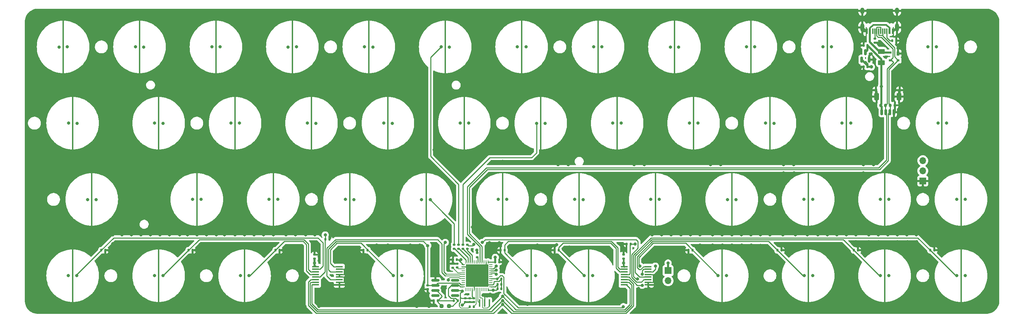
<source format=gbr>
%TF.GenerationSoftware,KiCad,Pcbnew,8.0.3*%
%TF.CreationDate,2024-08-24T23:39:28+02:00*%
%TF.ProjectId,toprevan,746f7072-6576-4616-9e2e-6b696361645f,rev?*%
%TF.SameCoordinates,Original*%
%TF.FileFunction,Copper,L4,Bot*%
%TF.FilePolarity,Positive*%
%FSLAX46Y46*%
G04 Gerber Fmt 4.6, Leading zero omitted, Abs format (unit mm)*
G04 Created by KiCad (PCBNEW 8.0.3) date 2024-08-24 23:39:28*
%MOMM*%
%LPD*%
G01*
G04 APERTURE LIST*
G04 Aperture macros list*
%AMRoundRect*
0 Rectangle with rounded corners*
0 $1 Rounding radius*
0 $2 $3 $4 $5 $6 $7 $8 $9 X,Y pos of 4 corners*
0 Add a 4 corners polygon primitive as box body*
4,1,4,$2,$3,$4,$5,$6,$7,$8,$9,$2,$3,0*
0 Add four circle primitives for the rounded corners*
1,1,$1+$1,$2,$3*
1,1,$1+$1,$4,$5*
1,1,$1+$1,$6,$7*
1,1,$1+$1,$8,$9*
0 Add four rect primitives between the rounded corners*
20,1,$1+$1,$2,$3,$4,$5,0*
20,1,$1+$1,$4,$5,$6,$7,0*
20,1,$1+$1,$6,$7,$8,$9,0*
20,1,$1+$1,$8,$9,$2,$3,0*%
%AMFreePoly0*
4,1,27,0.111114,6.666294,0.166294,6.611114,0.196157,6.539018,0.198025,0.200000,0.200000,0.200000,0.200000,-0.200000,0.198143,-0.200000,0.200000,-6.500000,0.196157,-6.539018,0.166294,-6.611114,0.111114,-6.666294,0.039018,-6.696157,-0.039018,-6.696157,-0.111114,-6.666294,-0.166294,-6.611114,-0.196157,-6.539018,-0.198025,-0.200000,-0.200000,-0.200000,-0.200000,0.200000,-0.198143,0.200000,
-0.200000,6.500000,-0.196157,6.539018,-0.166294,6.611114,-0.111114,6.666294,-0.039018,6.696157,0.039018,6.696157,0.111114,6.666294,0.111114,6.666294,$1*%
G04 Aperture macros list end*
%TA.AperFunction,SMDPad,CuDef*%
%ADD10FreePoly0,0.000000*%
%TD*%
%TA.AperFunction,SMDPad,CuDef*%
%ADD11FreePoly0,180.000000*%
%TD*%
%TA.AperFunction,ComponentPad*%
%ADD12R,1.700000X1.700000*%
%TD*%
%TA.AperFunction,ComponentPad*%
%ADD13O,1.700000X1.700000*%
%TD*%
%TA.AperFunction,SMDPad,CuDef*%
%ADD14RoundRect,0.140000X-0.170000X0.140000X-0.170000X-0.140000X0.170000X-0.140000X0.170000X0.140000X0*%
%TD*%
%TA.AperFunction,SMDPad,CuDef*%
%ADD15RoundRect,0.135000X-0.135000X-0.185000X0.135000X-0.185000X0.135000X0.185000X-0.135000X0.185000X0*%
%TD*%
%TA.AperFunction,SMDPad,CuDef*%
%ADD16RoundRect,0.135000X-0.185000X0.135000X-0.185000X-0.135000X0.185000X-0.135000X0.185000X0.135000X0*%
%TD*%
%TA.AperFunction,SMDPad,CuDef*%
%ADD17RoundRect,0.135000X0.135000X0.185000X-0.135000X0.185000X-0.135000X-0.185000X0.135000X-0.185000X0*%
%TD*%
%TA.AperFunction,SMDPad,CuDef*%
%ADD18R,0.400000X1.900000*%
%TD*%
%TA.AperFunction,SMDPad,CuDef*%
%ADD19RoundRect,0.062500X0.062500X-0.375000X0.062500X0.375000X-0.062500X0.375000X-0.062500X-0.375000X0*%
%TD*%
%TA.AperFunction,SMDPad,CuDef*%
%ADD20RoundRect,0.062500X0.375000X-0.062500X0.375000X0.062500X-0.375000X0.062500X-0.375000X-0.062500X0*%
%TD*%
%TA.AperFunction,SMDPad,CuDef*%
%ADD21R,5.600000X5.600000*%
%TD*%
%TA.AperFunction,SMDPad,CuDef*%
%ADD22R,1.778000X0.419100*%
%TD*%
%TA.AperFunction,SMDPad,CuDef*%
%ADD23RoundRect,0.150000X-0.150000X-0.625000X0.150000X-0.625000X0.150000X0.625000X-0.150000X0.625000X0*%
%TD*%
%TA.AperFunction,SMDPad,CuDef*%
%ADD24RoundRect,0.250000X-0.350000X-0.650000X0.350000X-0.650000X0.350000X0.650000X-0.350000X0.650000X0*%
%TD*%
%TA.AperFunction,SMDPad,CuDef*%
%ADD25R,0.700000X1.000000*%
%TD*%
%TA.AperFunction,SMDPad,CuDef*%
%ADD26R,0.700000X0.600000*%
%TD*%
%TA.AperFunction,SMDPad,CuDef*%
%ADD27RoundRect,0.250000X-0.625000X0.375000X-0.625000X-0.375000X0.625000X-0.375000X0.625000X0.375000X0*%
%TD*%
%TA.AperFunction,SMDPad,CuDef*%
%ADD28R,0.600000X1.450000*%
%TD*%
%TA.AperFunction,SMDPad,CuDef*%
%ADD29R,0.300000X1.450000*%
%TD*%
%TA.AperFunction,ComponentPad*%
%ADD30O,1.000000X1.600000*%
%TD*%
%TA.AperFunction,ComponentPad*%
%ADD31O,1.000000X2.100000*%
%TD*%
%TA.AperFunction,SMDPad,CuDef*%
%ADD32RoundRect,0.140000X0.170000X-0.140000X0.170000X0.140000X-0.170000X0.140000X-0.170000X-0.140000X0*%
%TD*%
%TA.AperFunction,SMDPad,CuDef*%
%ADD33RoundRect,0.150000X-0.825000X-0.150000X0.825000X-0.150000X0.825000X0.150000X-0.825000X0.150000X0*%
%TD*%
%TA.AperFunction,SMDPad,CuDef*%
%ADD34RoundRect,0.150000X0.150000X-0.587500X0.150000X0.587500X-0.150000X0.587500X-0.150000X-0.587500X0*%
%TD*%
%TA.AperFunction,SMDPad,CuDef*%
%ADD35RoundRect,0.140000X0.140000X0.170000X-0.140000X0.170000X-0.140000X-0.170000X0.140000X-0.170000X0*%
%TD*%
%TA.AperFunction,SMDPad,CuDef*%
%ADD36RoundRect,0.140000X-0.140000X-0.170000X0.140000X-0.170000X0.140000X0.170000X-0.140000X0.170000X0*%
%TD*%
%TA.AperFunction,SMDPad,CuDef*%
%ADD37RoundRect,0.135000X0.185000X-0.135000X0.185000X0.135000X-0.185000X0.135000X-0.185000X-0.135000X0*%
%TD*%
%TA.AperFunction,SMDPad,CuDef*%
%ADD38RoundRect,0.150000X-0.150000X-0.275000X0.150000X-0.275000X0.150000X0.275000X-0.150000X0.275000X0*%
%TD*%
%TA.AperFunction,SMDPad,CuDef*%
%ADD39RoundRect,0.175000X-0.175000X-0.225000X0.175000X-0.225000X0.175000X0.225000X-0.175000X0.225000X0*%
%TD*%
%TA.AperFunction,SMDPad,CuDef*%
%ADD40RoundRect,0.237500X0.250000X0.237500X-0.250000X0.237500X-0.250000X-0.237500X0.250000X-0.237500X0*%
%TD*%
%TA.AperFunction,ViaPad*%
%ADD41C,0.800000*%
%TD*%
%TA.AperFunction,Conductor*%
%ADD42C,0.250000*%
%TD*%
%TA.AperFunction,Conductor*%
%ADD43C,0.500000*%
%TD*%
%TA.AperFunction,Conductor*%
%ADD44C,0.381000*%
%TD*%
%TA.AperFunction,Conductor*%
%ADD45C,0.200000*%
%TD*%
G04 APERTURE END LIST*
D10*
%TO.P,SW_EC17,3,3*%
%TO.N,GND*%
X113506250Y-50006250D03*
%TD*%
%TO.P,SW_EC20,3,3*%
%TO.N,GND*%
X170656250Y-50006250D03*
%TD*%
%TO.P,SW_EC25,3,3*%
%TO.N,GND*%
X39687500Y-69056250D03*
%TD*%
D11*
%TO.P,SW_EC26,3,3*%
%TO.N,GND*%
X65881250Y-69056250D03*
%TD*%
%TO.P,SW_EC44,3,3*%
%TO.N,GND*%
X218281250Y-88106250D03*
%TD*%
D10*
%TO.P,SW_EC4,3,3*%
%TO.N,GND*%
X89693750Y-30956250D03*
%TD*%
%TO.P,SW_EC5,3,3*%
%TO.N,GND*%
X108743750Y-30956250D03*
%TD*%
%TO.P,SW_EC19,3,3*%
%TO.N,GND*%
X151606250Y-50006250D03*
%TD*%
D11*
%TO.P,SW_EC33,3,3*%
%TO.N,GND*%
X199231250Y-69056250D03*
%TD*%
D10*
%TO.P,SW_EC22,3,3*%
%TO.N,GND*%
X208756250Y-50006250D03*
%TD*%
%TO.P,SW_EC15,3,3*%
%TO.N,GND*%
X75406250Y-50006250D03*
%TD*%
%TO.P,SW_EC3,3,3*%
%TO.N,GND*%
X70643750Y-30956250D03*
%TD*%
D11*
%TO.P,SW_EC46,3,3*%
%TO.N,GND*%
X256381250Y-88106250D03*
%TD*%
D10*
%TO.P,SW_EC1,3,3*%
%TO.N,GND*%
X32543750Y-30956250D03*
%TD*%
D12*
%TO.P,SW1,1,A*%
%TO.N,VBAT*%
X183356250Y-86831250D03*
D13*
%TO.P,SW1,2,B*%
%TO.N,BOOT0*%
X183356250Y-89371250D03*
%TD*%
D11*
%TO.P,SW_EC29,3,3*%
%TO.N,GND*%
X123031250Y-69056250D03*
%TD*%
D10*
%TO.P,SW_EC13,3,3*%
%TO.N,GND*%
X34925000Y-50006250D03*
%TD*%
D11*
%TO.P,SW_EC28,3,3*%
%TO.N,GND*%
X103981250Y-69056250D03*
%TD*%
%TO.P,SW_EC31,3,3*%
%TO.N,GND*%
X161131250Y-69056250D03*
%TD*%
%TO.P,SW_EC32,3,3*%
%TO.N,GND*%
X180181250Y-69056250D03*
%TD*%
D10*
%TO.P,SW_EC10,3,3*%
%TO.N,GND*%
X203993750Y-30956250D03*
%TD*%
%TO.P,SW_EC37,3,3*%
%TO.N,GND*%
X34925000Y-88106250D03*
%TD*%
%TO.P,SW_EC23,3,3*%
%TO.N,GND*%
X227806250Y-50006250D03*
%TD*%
%TO.P,SW_EC36,3,3*%
%TO.N,GND*%
X256381250Y-69056250D03*
%TD*%
%TO.P,SW_EC24,3,3*%
%TO.N,GND*%
X251618750Y-50006250D03*
%TD*%
%TO.P,SW_EC14,3,3*%
%TO.N,GND*%
X56356250Y-50006250D03*
%TD*%
%TO.P,SW_EC6,3,3*%
%TO.N,GND*%
X127793750Y-30956250D03*
%TD*%
%TO.P,SW_EC30,3,3*%
%TO.N,GND*%
X142081250Y-69056250D03*
%TD*%
%TO.P,SW_EC11,3,3*%
%TO.N,GND*%
X223043750Y-30956250D03*
%TD*%
%TO.P,SW_EC7,3,3*%
%TO.N,GND*%
X146843750Y-30956250D03*
%TD*%
%TO.P,SW_EC8,3,3*%
%TO.N,GND*%
X165893750Y-30956250D03*
%TD*%
D11*
%TO.P,SW_EC43,3,3*%
%TO.N,GND*%
X196850000Y-88106250D03*
%TD*%
%TO.P,SW_EC35,3,3*%
%TO.N,GND*%
X237331250Y-69056250D03*
%TD*%
%TO.P,SW_EC41,3,3*%
%TO.N,GND*%
X149225000Y-88106250D03*
%TD*%
%TO.P,SW_EC42,3,3*%
%TO.N,GND*%
X163512500Y-88106250D03*
%TD*%
%TO.P,SW_EC34,3,3*%
%TO.N,GND*%
X218281250Y-69056250D03*
%TD*%
D10*
%TO.P,SW_EC39,3,3*%
%TO.N,GND*%
X77787500Y-88106250D03*
%TD*%
%TO.P,SW_EC18,3,3*%
%TO.N,GND*%
X132556250Y-50006250D03*
%TD*%
%TO.P,SW_EC21,3,3*%
%TO.N,GND*%
X189706250Y-50006250D03*
%TD*%
%TO.P,SW_EC16,3,3*%
%TO.N,GND*%
X94456250Y-50006250D03*
%TD*%
D11*
%TO.P,SW_EC27,3,3*%
%TO.N,GND*%
X84931250Y-69056250D03*
%TD*%
D10*
%TO.P,SW_EC38,3,3*%
%TO.N,GND*%
X56356250Y-88106250D03*
%TD*%
%TO.P,SW_EC9,3,3*%
%TO.N,GND*%
X184943750Y-30956250D03*
%TD*%
D11*
%TO.P,SW_EC45,3,3*%
%TO.N,GND*%
X237331250Y-88106250D03*
%TD*%
D10*
%TO.P,SW_EC2,3,3*%
%TO.N,GND*%
X51593750Y-30956250D03*
%TD*%
%TO.P,SW_EC12,3,3*%
%TO.N,GND*%
X249237500Y-30956250D03*
%TD*%
D11*
%TO.P,SW_EC40,3,3*%
%TO.N,GND*%
X115887500Y-88106250D03*
%TD*%
D14*
%TO.P,C10,1*%
%TO.N,VBAT*%
X133886072Y-93745973D03*
%TO.P,C10,2*%
%TO.N,GND*%
X133886072Y-94705973D03*
%TD*%
D15*
%TO.P,R14,1*%
%TO.N,COL1*%
X63832898Y-81756250D03*
%TO.P,R14,2*%
%TO.N,GND*%
X64852898Y-81756250D03*
%TD*%
%TO.P,R23,1*%
%TO.N,COL9*%
X210627500Y-81756250D03*
%TO.P,R23,2*%
%TO.N,GND*%
X211647500Y-81756250D03*
%TD*%
D16*
%TO.P,R5,1*%
%TO.N,ROW1*%
X132256250Y-80387058D03*
%TO.P,R5,2*%
%TO.N,Net-(U1-PB14)*%
X132256250Y-81407058D03*
%TD*%
D17*
%TO.P,R18,1*%
%TO.N,Net-(JP1-B)*%
X125922500Y-94362500D03*
%TO.P,R18,2*%
%TO.N,GND*%
X124902500Y-94362500D03*
%TD*%
D18*
%TO.P,Y1,1,1*%
%TO.N,XTAL1*%
X136401214Y-94917035D03*
%TO.P,Y1,2,2*%
%TO.N,GND*%
X137601214Y-94917035D03*
%TO.P,Y1,3,3*%
%TO.N,XTAL0*%
X138801214Y-94917035D03*
%TD*%
D15*
%TO.P,R25,1*%
%TO.N,COL11*%
X248727500Y-81746059D03*
%TO.P,R25,2*%
%TO.N,GND*%
X249747500Y-81746059D03*
%TD*%
D19*
%TO.P,U1,1,VBAT*%
%TO.N,VBAT*%
X138481250Y-91543750D03*
%TO.P,U1,2,PC13*%
%TO.N,SW1*%
X137981250Y-91543750D03*
%TO.P,U1,3,PC14*%
%TO.N,ENC1*%
X137481250Y-91543750D03*
%TO.P,U1,4,PC15*%
%TO.N,unconnected-(U1-PC15-Pad4)*%
X136981250Y-91543750D03*
%TO.P,U1,5,PH0*%
%TO.N,XTAL0*%
X136481250Y-91543750D03*
%TO.P,U1,6,PH1*%
%TO.N,XTAL1*%
X135981250Y-91543750D03*
%TO.P,U1,7,NRST*%
%TO.N,NRST*%
X135481250Y-91543750D03*
%TO.P,U1,8,VSSA*%
%TO.N,GND*%
X134981250Y-91543750D03*
%TO.P,U1,9,VREF+*%
%TO.N,VBAT*%
X134481250Y-91543750D03*
%TO.P,U1,10,PA0*%
%TO.N,unconnected-(U1-PA0-Pad10)*%
X133981250Y-91543750D03*
%TO.P,U1,11,PA1*%
%TO.N,ENC2*%
X133481250Y-91543750D03*
%TO.P,U1,12,PA2*%
%TO.N,SW2*%
X132981250Y-91543750D03*
D20*
%TO.P,U1,13,PA3*%
%TO.N,ADC*%
X132293750Y-90856250D03*
%TO.P,U1,14,PA4*%
%TO.N,APLEX_OUT_PIN_0*%
X132293750Y-90356250D03*
%TO.P,U1,15,PA5*%
%TO.N,unconnected-(U1-PA5-Pad15)*%
X132293750Y-89856250D03*
%TO.P,U1,16,PA6*%
%TO.N,unconnected-(U1-PA6-Pad16)*%
X132293750Y-89356250D03*
%TO.P,U1,17,PA7*%
%TO.N,ARGB_3V3*%
X132293750Y-88856250D03*
%TO.P,U1,18,PB0*%
%TO.N,APLEX_EN_PIN_0*%
X132293750Y-88356250D03*
%TO.P,U1,19,PB1*%
%TO.N,APLEX_EN_PIN_1*%
X132293750Y-87856250D03*
%TO.P,U1,20,PB2*%
%TO.N,BOOT1*%
X132293750Y-87356250D03*
%TO.P,U1,21,PB10*%
%TO.N,unconnected-(U1-PB10-Pad21)*%
X132293750Y-86856250D03*
%TO.P,U1,22,VCAP1*%
%TO.N,Net-(U1-VCAP1)*%
X132293750Y-86356250D03*
%TO.P,U1,23,VSS*%
%TO.N,GND*%
X132293750Y-85856250D03*
%TO.P,U1,24,VDD*%
%TO.N,VBAT*%
X132293750Y-85356250D03*
D19*
%TO.P,U1,25,PB12*%
%TO.N,Net-(U1-PB12)*%
X132981250Y-84668750D03*
%TO.P,U1,26,PB13*%
%TO.N,Net-(U1-PB13)*%
X133481250Y-84668750D03*
%TO.P,U1,27,PB14*%
%TO.N,Net-(U1-PB14)*%
X133981250Y-84668750D03*
%TO.P,U1,28,PB15*%
%TO.N,Net-(U1-PB15)*%
X134481250Y-84668750D03*
%TO.P,U1,29,PA8*%
%TO.N,unconnected-(U1-PA8-Pad29)*%
X134981250Y-84668750D03*
%TO.P,U1,30,PA9*%
%TO.N,unconnected-(U1-PA9-Pad30)*%
X135481250Y-84668750D03*
%TO.P,U1,31,PA10*%
%TO.N,Net-(U1-PA10)*%
X135981250Y-84668750D03*
%TO.P,U1,32,PA11*%
%TO.N,D-*%
X136481250Y-84668750D03*
%TO.P,U1,33,PA12*%
%TO.N,D+*%
X136981250Y-84668750D03*
%TO.P,U1,34,PA13*%
%TO.N,SWDIO*%
X137481250Y-84668750D03*
%TO.P,U1,35,VSS*%
%TO.N,GND*%
X137981250Y-84668750D03*
%TO.P,U1,36,VDD*%
%TO.N,VBAT*%
X138481250Y-84668750D03*
D20*
%TO.P,U1,37,PA14*%
%TO.N,SWCLK*%
X139168750Y-85356250D03*
%TO.P,U1,38,PA15*%
%TO.N,unconnected-(U1-PA15-Pad38)*%
X139168750Y-85856250D03*
%TO.P,U1,39,PB3*%
%TO.N,AMUX_SEL_2*%
X139168750Y-86356250D03*
%TO.P,U1,40,PB4*%
%TO.N,AMUX_SEL_1*%
X139168750Y-86856250D03*
%TO.P,U1,41,PB5*%
%TO.N,AMUX_SEL_0*%
X139168750Y-87356250D03*
%TO.P,U1,42,PB6*%
%TO.N,unconnected-(U1-PB6-Pad42)*%
X139168750Y-87856250D03*
%TO.P,U1,43,PB7*%
%TO.N,unconnected-(U1-PB7-Pad43)*%
X139168750Y-88356250D03*
%TO.P,U1,44,BOOT0*%
%TO.N,BOOT0*%
X139168750Y-88856250D03*
%TO.P,U1,45,PB8*%
%TO.N,unconnected-(U1-PB8-Pad45)*%
X139168750Y-89356250D03*
%TO.P,U1,46,PB9*%
%TO.N,unconnected-(U1-PB9-Pad46)*%
X139168750Y-89856250D03*
%TO.P,U1,47,VSS*%
%TO.N,GND*%
X139168750Y-90356250D03*
%TO.P,U1,48,VDD*%
%TO.N,VBAT*%
X139168750Y-90856250D03*
D21*
%TO.P,U1,49,VSS*%
%TO.N,GND*%
X135731250Y-88106250D03*
%TD*%
D14*
%TO.P,C16,1*%
%TO.N,VBAT*%
X132789679Y-93745973D03*
%TO.P,C16,2*%
%TO.N,GND*%
X132789679Y-94705973D03*
%TD*%
D12*
%TO.P,J4,1,Pin_1*%
%TO.N,GND*%
X246856250Y-64452500D03*
D13*
%TO.P,J4,2,Pin_2*%
%TO.N,ARGB_3V3*%
X246856250Y-61912500D03*
%TO.P,J4,3,Pin_3*%
%TO.N,+5V*%
X246856250Y-59372500D03*
%TD*%
D22*
%TO.P,U6,1,A4*%
%TO.N,COL9*%
X178393090Y-85832950D03*
%TO.P,U6,2,A6*%
%TO.N,COL11*%
X178393090Y-86483190D03*
%TO.P,U6,3,A*%
%TO.N,APLEX_OUT_PIN_0*%
X178393090Y-87133430D03*
%TO.P,U6,4,A7*%
%TO.N,GND*%
X178393090Y-87783670D03*
%TO.P,U6,5,A5*%
%TO.N,COL10*%
X178393090Y-88428830D03*
%TO.P,U6,6,~{E}*%
%TO.N,APLEX_EN_PIN_1*%
X178393090Y-89079070D03*
%TO.P,U6,7,VEE*%
%TO.N,GND*%
X178393090Y-89729310D03*
%TO.P,U6,8,GND*%
X178393090Y-90379550D03*
%TO.P,U6,9,S2*%
%TO.N,AMUX_SEL_2*%
X172444410Y-90379550D03*
%TO.P,U6,10,S1*%
%TO.N,AMUX_SEL_1*%
X172444410Y-89729310D03*
%TO.P,U6,11,S0*%
%TO.N,AMUX_SEL_0*%
X172444410Y-89079070D03*
%TO.P,U6,12,A3*%
%TO.N,COL8*%
X172444410Y-88428830D03*
%TO.P,U6,13,A0*%
%TO.N,COL7*%
X172444410Y-87783670D03*
%TO.P,U6,14,A1*%
%TO.N,COL6*%
X172444410Y-87133430D03*
%TO.P,U6,15,A2*%
%TO.N,COL5*%
X172444410Y-86483190D03*
%TO.P,U6,16,VCC*%
%TO.N,VBAT*%
X172444410Y-85832950D03*
%TD*%
D15*
%TO.P,R8,1*%
%TO.N,/CC2*%
X239202500Y-29368750D03*
%TO.P,R8,2*%
%TO.N,GND*%
X240222500Y-29368750D03*
%TD*%
D23*
%TO.P,J1,1,Pin_1*%
%TO.N,+5V*%
X236625000Y-47243750D03*
%TO.P,J1,2,Pin_2*%
%TO.N,D-*%
X237625000Y-47243750D03*
%TO.P,J1,3,Pin_3*%
%TO.N,D+*%
X238625000Y-47243750D03*
%TO.P,J1,4,Pin_4*%
%TO.N,GND*%
X239625000Y-47243750D03*
D24*
%TO.P,J1,MP,MountPin*%
X235325000Y-43368750D03*
X240925000Y-43368750D03*
%TD*%
D15*
%TO.P,R16,1*%
%TO.N,COL3*%
X97915000Y-78997940D03*
%TO.P,R16,2*%
%TO.N,GND*%
X98935000Y-78997940D03*
%TD*%
D25*
%TO.P,D1,1,GND*%
%TO.N,GND*%
X240710621Y-32587500D03*
D26*
%TO.P,D1,2,I/O1*%
%TO.N,D+*%
X240710621Y-34287500D03*
%TO.P,D1,3,I/O2*%
%TO.N,D-*%
X238710621Y-34287500D03*
%TO.P,D1,4,VCC*%
%TO.N,VCC*%
X238710621Y-32387500D03*
%TD*%
D22*
%TO.P,U4,1,A4*%
%TO.N,COL4*%
X101399340Y-85832950D03*
%TO.P,U4,2,A6*%
%TO.N,GND*%
X101399340Y-86483190D03*
%TO.P,U4,3,A*%
%TO.N,APLEX_OUT_PIN_0*%
X101399340Y-87133430D03*
%TO.P,U4,4,A7*%
%TO.N,GND*%
X101399340Y-87783670D03*
%TO.P,U4,5,A5*%
X101399340Y-88428830D03*
%TO.P,U4,6,~{E}*%
%TO.N,APLEX_EN_PIN_0*%
X101399340Y-89079070D03*
%TO.P,U4,7,VEE*%
%TO.N,GND*%
X101399340Y-89729310D03*
%TO.P,U4,8,GND*%
X101399340Y-90379550D03*
%TO.P,U4,9,S2*%
%TO.N,AMUX_SEL_2*%
X95450660Y-90379550D03*
%TO.P,U4,10,S1*%
%TO.N,AMUX_SEL_1*%
X95450660Y-89729310D03*
%TO.P,U4,11,S0*%
%TO.N,AMUX_SEL_0*%
X95450660Y-89079070D03*
%TO.P,U4,12,A3*%
%TO.N,COL3*%
X95450660Y-88428830D03*
%TO.P,U4,13,A0*%
%TO.N,COL2*%
X95450660Y-87783670D03*
%TO.P,U4,14,A1*%
%TO.N,COL1*%
X95450660Y-87133430D03*
%TO.P,U4,15,A2*%
%TO.N,COL0*%
X95450660Y-86483190D03*
%TO.P,U4,16,VCC*%
%TO.N,VBAT*%
X95450660Y-85832950D03*
%TD*%
D16*
%TO.P,R6,1*%
%TO.N,ROW2*%
X130056250Y-80387058D03*
%TO.P,R6,2*%
%TO.N,Net-(U1-PB12)*%
X130056250Y-81407058D03*
%TD*%
D17*
%TO.P,R20,1*%
%TO.N,COL6*%
X156085000Y-81756250D03*
%TO.P,R20,2*%
%TO.N,GND*%
X155065000Y-81756250D03*
%TD*%
D14*
%TO.P,C11,1*%
%TO.N,VBAT*%
X134889679Y-93753408D03*
%TO.P,C11,2*%
%TO.N,GND*%
X134889679Y-94713408D03*
%TD*%
D16*
%TO.P,R4,1*%
%TO.N,ROW0*%
X131156250Y-80387058D03*
%TO.P,R4,2*%
%TO.N,Net-(U1-PB13)*%
X131156250Y-81407058D03*
%TD*%
D15*
%TO.P,R11,1*%
%TO.N,BOOT0*%
X140777500Y-88900000D03*
%TO.P,R11,2*%
%TO.N,GND*%
X141797500Y-88900000D03*
%TD*%
D27*
%TO.P,F_USBC1,1*%
%TO.N,VCC*%
X236537500Y-32082528D03*
%TO.P,F_USBC1,2*%
%TO.N,+5V*%
X236537500Y-34882528D03*
%TD*%
D15*
%TO.P,R9,1*%
%TO.N,VBAT*%
X133883473Y-95832687D03*
%TO.P,R9,2*%
%TO.N,NRST*%
X134903473Y-95832687D03*
%TD*%
D28*
%TO.P,J3,A1,GND*%
%TO.N,GND*%
X232874750Y-27025750D03*
%TO.P,J3,A4,VBUS*%
%TO.N,VCC*%
X233674750Y-27025750D03*
D29*
%TO.P,J3,A5,CC1*%
%TO.N,/CC1*%
X234874750Y-27025750D03*
%TO.P,J3,A6,D+*%
%TO.N,D+*%
X235874750Y-27025750D03*
%TO.P,J3,A7,D-*%
%TO.N,D-*%
X236374750Y-27025750D03*
%TO.P,J3,A8,SBU1*%
%TO.N,unconnected-(J3-SBU1-PadA8)*%
X237374750Y-27025750D03*
D28*
%TO.P,J3,A9,VBUS*%
%TO.N,VCC*%
X238574750Y-27025750D03*
%TO.P,J3,A12,GND*%
%TO.N,GND*%
X239374750Y-27025750D03*
%TO.P,J3,B1,GND*%
X239374750Y-27025750D03*
%TO.P,J3,B4,VBUS*%
%TO.N,VCC*%
X238574750Y-27025750D03*
D29*
%TO.P,J3,B5,CC2*%
%TO.N,/CC2*%
X237874750Y-27025750D03*
%TO.P,J3,B6,D+*%
%TO.N,D+*%
X236874750Y-27025750D03*
%TO.P,J3,B7,D-*%
%TO.N,D-*%
X235374750Y-27025750D03*
%TO.P,J3,B8,SBU2*%
%TO.N,unconnected-(J3-SBU2-PadB8)*%
X234374750Y-27025750D03*
D28*
%TO.P,J3,B9,VBUS*%
%TO.N,VCC*%
X233674750Y-27025750D03*
%TO.P,J3,B12,GND*%
%TO.N,GND*%
X232874750Y-27025750D03*
D30*
%TO.P,J3,S1,SHIELD*%
X231804750Y-21930750D03*
D31*
X231804750Y-26110750D03*
D30*
X240444750Y-21930750D03*
D31*
X240444750Y-26110750D03*
%TD*%
D16*
%TO.P,R7,1*%
%TO.N,/CC1*%
X234950000Y-28858750D03*
%TO.P,R7,2*%
%TO.N,GND*%
X234950000Y-29878750D03*
%TD*%
D15*
%TO.P,R15,1*%
%TO.N,COL0*%
X42068750Y-81756250D03*
%TO.P,R15,2*%
%TO.N,GND*%
X43088750Y-81756250D03*
%TD*%
D32*
%TO.P,C1,1*%
%TO.N,Net-(U1-VCAP1)*%
X130775537Y-86080138D03*
%TO.P,C1,2*%
%TO.N,GND*%
X130775537Y-85120138D03*
%TD*%
D17*
%TO.P,R17,1*%
%TO.N,COL4*%
X108453663Y-81746059D03*
%TO.P,R17,2*%
%TO.N,GND*%
X107433663Y-81746059D03*
%TD*%
D33*
%TO.P,U5,1*%
%TO.N,N/C*%
X125318750Y-93092500D03*
%TO.P,U5,2,IN-*%
%TO.N,Net-(JP1-B)*%
X125318750Y-91822500D03*
%TO.P,U5,3,IN+*%
%TO.N,APLEX_OUT_PIN_0*%
X125318750Y-90552500D03*
%TO.P,U5,4,V-*%
%TO.N,GND*%
X125318750Y-89282500D03*
%TO.P,U5,5*%
%TO.N,N/C*%
X130268750Y-89282500D03*
%TO.P,U5,6,OUT*%
%TO.N,ADC*%
X130268750Y-90552500D03*
%TO.P,U5,7,V+*%
%TO.N,VBAT*%
X130268750Y-91822500D03*
%TO.P,U5,8*%
%TO.N,N/C*%
X130268750Y-93092500D03*
%TD*%
D15*
%TO.P,R24,1*%
%TO.N,COL10*%
X229677500Y-81756250D03*
%TO.P,R24,2*%
%TO.N,GND*%
X230697500Y-81756250D03*
%TD*%
D34*
%TO.P,U3,1,GND*%
%TO.N,GND*%
X233518750Y-34129972D03*
%TO.P,U3,2,VO*%
%TO.N,VBAT*%
X231618750Y-34129972D03*
%TO.P,U3,3,VI*%
%TO.N,+5V*%
X232568750Y-32254972D03*
%TD*%
D35*
%TO.P,C12,1*%
%TO.N,+5V*%
X233048750Y-30596511D03*
%TO.P,C12,2*%
%TO.N,GND*%
X232088750Y-30596511D03*
%TD*%
%TO.P,C13,1*%
%TO.N,VBAT*%
X233048750Y-35944924D03*
%TO.P,C13,2*%
%TO.N,GND*%
X232088750Y-35944924D03*
%TD*%
D17*
%TO.P,R19,1*%
%TO.N,COL7*%
X174057500Y-80168750D03*
%TO.P,R19,2*%
%TO.N,GND*%
X173037500Y-80168750D03*
%TD*%
D36*
%TO.P,C9,1*%
%TO.N,VBAT*%
X140819430Y-90289802D03*
%TO.P,C9,2*%
%TO.N,GND*%
X141779430Y-90289802D03*
%TD*%
D32*
%TO.P,C15,1*%
%TO.N,GND*%
X123451464Y-91501881D03*
%TO.P,C15,2*%
%TO.N,APLEX_OUT_PIN_0*%
X123451464Y-90541881D03*
%TD*%
D37*
%TO.P,R2,1*%
%TO.N,Net-(U1-PA10)*%
X135731250Y-83460000D03*
%TO.P,R2,2*%
%TO.N,VBAT*%
X135731250Y-82440000D03*
%TD*%
D17*
%TO.P,R21,1*%
%TO.N,COL5*%
X142591250Y-81756250D03*
%TO.P,R21,2*%
%TO.N,GND*%
X141571250Y-81756250D03*
%TD*%
D36*
%TO.P,C6,1*%
%TO.N,VBAT*%
X140830343Y-91336235D03*
%TO.P,C6,2*%
%TO.N,GND*%
X141790343Y-91336235D03*
%TD*%
D35*
%TO.P,C7,1*%
%TO.N,VBAT*%
X130686750Y-84105750D03*
%TO.P,C7,2*%
%TO.N,GND*%
X129726750Y-84105750D03*
%TD*%
D15*
%TO.P,R12,1*%
%TO.N,Net-(JP1-B)*%
X129948750Y-94362500D03*
%TO.P,R12,2*%
%TO.N,ADC*%
X130968750Y-94362500D03*
%TD*%
D36*
%TO.P,C8,1*%
%TO.N,VBAT*%
X140295000Y-84650000D03*
%TO.P,C8,2*%
%TO.N,GND*%
X141255000Y-84650000D03*
%TD*%
D16*
%TO.P,R10,1*%
%TO.N,GND*%
X129695761Y-85072261D03*
%TO.P,R10,2*%
%TO.N,BOOT1*%
X129695761Y-86092261D03*
%TD*%
D38*
%TO.P,J2,1,Pin_1*%
%TO.N,+5V*%
X236325000Y-45531250D03*
%TO.P,J2,2,Pin_2*%
%TO.N,D-*%
X237525000Y-45531250D03*
%TO.P,J2,3,Pin_3*%
%TO.N,D+*%
X238725000Y-45531250D03*
%TO.P,J2,4,Pin_4*%
%TO.N,GND*%
X239925000Y-45531250D03*
D39*
%TO.P,J2,MP,MountPin*%
X235175000Y-41756250D03*
X241075000Y-41756250D03*
%TD*%
D15*
%TO.P,R13,1*%
%TO.N,COL2*%
X85498750Y-81756250D03*
%TO.P,R13,2*%
%TO.N,GND*%
X86518750Y-81756250D03*
%TD*%
D16*
%TO.P,R3,1*%
%TO.N,ROW3*%
X133350000Y-80387058D03*
%TO.P,R3,2*%
%TO.N,Net-(U1-PB15)*%
X133350000Y-81407058D03*
%TD*%
D32*
%TO.P,C14,1*%
%TO.N,VBAT*%
X95250000Y-83823750D03*
%TO.P,C14,2*%
%TO.N,GND*%
X95250000Y-82863750D03*
%TD*%
%TO.P,C17,1*%
%TO.N,VBAT*%
X172243750Y-83823750D03*
%TO.P,C17,2*%
%TO.N,GND*%
X172243750Y-82863750D03*
%TD*%
D17*
%TO.P,R22,1*%
%TO.N,COL8*%
X189422500Y-81756250D03*
%TO.P,R22,2*%
%TO.N,GND*%
X188402500Y-81756250D03*
%TD*%
D40*
%TO.P,JP1,1,A*%
%TO.N,ADC*%
X128723442Y-95665357D03*
%TO.P,JP1,2,B*%
%TO.N,Net-(JP1-B)*%
X126898442Y-95665357D03*
%TD*%
D41*
%TO.N,GND*%
X208756250Y-84137500D03*
X143988900Y-81460417D03*
X213518750Y-34925000D03*
X176212500Y-77910991D03*
X125136076Y-81727152D03*
X132015779Y-95457416D03*
X136937750Y-40036750D03*
X126888049Y-77899450D03*
X78898750Y-59213750D03*
X125126750Y-87661750D03*
X194087750Y-37623750D03*
X99218750Y-26987500D03*
X123460707Y-92482735D03*
X194470829Y-75919027D03*
X124999750Y-56673750D03*
X117760750Y-56673750D03*
X59848750Y-59213750D03*
X123476752Y-94359981D03*
X89693750Y-92075000D03*
X261143750Y-50006250D03*
X113506250Y-77910991D03*
X206375000Y-77910991D03*
X49561510Y-77888255D03*
X143691140Y-77906913D03*
X231256939Y-30596360D03*
X155936992Y-62677068D03*
X99099351Y-37623750D03*
X100806250Y-81756250D03*
X61118750Y-30956250D03*
X100488750Y-56673750D03*
X137318750Y-30956250D03*
X187325000Y-94456250D03*
X120300750Y-59213750D03*
X158750000Y-80962500D03*
X38258750Y-37623750D03*
X123031250Y-77910991D03*
X125157047Y-84719443D03*
X191295829Y-75919027D03*
X100488750Y-59213750D03*
X178593750Y-84137500D03*
X212144369Y-60368645D03*
X120650000Y-77910991D03*
X46831250Y-88106250D03*
X233379178Y-76076854D03*
X191293750Y-80422750D03*
X150744914Y-80436575D03*
X239712500Y-60325000D03*
X118968576Y-40036750D03*
X208756250Y-73025000D03*
X65881250Y-53975000D03*
X210597750Y-40036750D03*
X231804750Y-23812500D03*
X215106250Y-80295750D03*
X59089321Y-80162806D03*
X179387500Y-81756250D03*
X242093750Y-46037500D03*
X65881250Y-46037500D03*
X155917222Y-56561214D03*
X120681750Y-95789750D03*
X44450000Y-84137500D03*
X210597750Y-37623750D03*
X199231250Y-46037500D03*
X179387500Y-77910991D03*
X25400000Y-88106250D03*
X142081250Y-56356250D03*
X208756250Y-92075000D03*
X148442445Y-77888600D03*
X214661750Y-59086750D03*
X225440436Y-77910991D03*
X137210823Y-92976677D03*
X99218750Y-77910991D03*
X211931250Y-77910991D03*
X196518888Y-60368645D03*
X56356250Y-69056250D03*
X142081250Y-46037500D03*
X42068750Y-34925000D03*
X232079101Y-62422552D03*
X118268750Y-30956250D03*
X106362500Y-77910991D03*
X173386750Y-37623750D03*
X65571922Y-81739530D03*
X158457222Y-59101214D03*
X230204178Y-76076854D03*
X212121750Y-56546750D03*
X140493750Y-81756250D03*
X151606250Y-73025000D03*
X223059186Y-77910991D03*
X156368750Y-26987500D03*
X128868472Y-77879253D03*
X187325000Y-81756250D03*
X101600000Y-77910991D03*
X250825000Y-81756250D03*
X128946837Y-75987294D03*
X176223695Y-75942514D03*
X99218750Y-34925000D03*
X206406750Y-80549750D03*
X193998156Y-62553489D03*
X118268750Y-77910991D03*
X80168750Y-80359065D03*
X235807249Y-79594881D03*
X144811750Y-56419750D03*
X186531250Y-77910991D03*
X153987500Y-81756250D03*
X180181250Y-50006250D03*
X165893750Y-77910991D03*
X135731250Y-88106250D03*
X82550000Y-80359065D03*
X232060750Y-59086750D03*
X113506250Y-80433020D03*
X110699589Y-80433020D03*
X61603280Y-80205970D03*
X239488250Y-41687750D03*
X40798750Y-37623750D03*
X43973750Y-56546750D03*
X239712500Y-56546750D03*
X230409750Y-39782750D03*
X232949750Y-39782750D03*
X46831250Y-50006250D03*
X150823695Y-77888600D03*
X220677936Y-77910991D03*
X126892878Y-75998489D03*
X51593750Y-56546750D03*
X118968576Y-37623750D03*
X191547750Y-40036750D03*
X194468750Y-77910991D03*
X115887500Y-77910991D03*
X96043750Y-92075000D03*
X134616535Y-75981791D03*
X113499670Y-75893233D03*
X138813006Y-79828475D03*
X56689824Y-80146014D03*
X141287500Y-77910991D03*
X150812500Y-76000000D03*
X123031250Y-56673750D03*
X135707578Y-77945669D03*
X170656250Y-77910991D03*
X233394249Y-79594881D03*
X161131250Y-50006250D03*
X59045165Y-75917585D03*
X220630750Y-80295750D03*
X194468750Y-80422750D03*
X175418750Y-30956250D03*
X40798750Y-40036750D03*
X246856250Y-92075000D03*
X84931250Y-77910991D03*
X88121686Y-77910991D03*
X213518750Y-26987500D03*
X77987500Y-37623750D03*
X76231750Y-80422750D03*
X242093750Y-53975000D03*
X235759186Y-77910991D03*
X174915971Y-60368645D03*
X75378901Y-75839565D03*
X25400000Y-46037500D03*
X235743750Y-30162500D03*
X178593750Y-91281250D03*
X214684369Y-60368645D03*
X44450000Y-92075000D03*
X96243750Y-37623750D03*
X117760750Y-59213750D03*
X155860750Y-37623750D03*
X43973750Y-59086750D03*
X43976563Y-81766946D03*
X177450750Y-56546750D03*
X225456750Y-80422750D03*
X123031250Y-59213750D03*
X30162500Y-73025000D03*
X234600750Y-59086750D03*
X191293750Y-77910991D03*
X232915327Y-41663166D03*
X92995626Y-77906913D03*
X80168750Y-30956250D03*
X144811750Y-59594750D03*
X54324010Y-77888255D03*
X113506250Y-69056250D03*
X168275000Y-77910991D03*
X57308750Y-40036750D03*
X189706250Y-69056250D03*
X89693750Y-84137500D03*
X49577824Y-80146014D03*
X240506249Y-79594881D03*
X128587500Y-84137500D03*
X48418750Y-56546750D03*
X82550000Y-77910991D03*
X106362500Y-88106250D03*
X193960750Y-59086750D03*
X141261841Y-79828475D03*
X172056757Y-80168263D03*
X95318266Y-76008587D03*
X193960750Y-56546750D03*
X170656250Y-69056250D03*
X136937750Y-37623750D03*
X71203501Y-80248211D03*
X87298305Y-81745554D03*
X258762500Y-26987500D03*
X191547750Y-37623750D03*
X177455971Y-60368645D03*
X120300750Y-56673750D03*
X177450750Y-59086750D03*
X146477604Y-77883754D03*
X158462443Y-60383109D03*
X57308750Y-37623750D03*
X59848750Y-37623750D03*
X61603280Y-77910990D03*
X234156250Y-46037500D03*
X230686766Y-80793560D03*
X163512500Y-77910991D03*
X175926750Y-40036750D03*
X108743750Y-77910991D03*
X142081250Y-59531250D03*
X258762500Y-34925000D03*
X70710920Y-77906913D03*
X148304250Y-95250000D03*
X176085500Y-95250000D03*
X214751726Y-62378906D03*
X106362500Y-81756250D03*
X84931250Y-50006250D03*
X44450000Y-50006250D03*
X174910750Y-59086750D03*
X211971414Y-75964904D03*
X215106250Y-77910991D03*
X42068750Y-26987500D03*
X30162500Y-65087500D03*
X110701782Y-75888732D03*
X203993750Y-77910991D03*
X47180260Y-77888255D03*
X240444750Y-23812500D03*
X42352866Y-77900892D03*
X243046249Y-79594881D03*
X95250000Y-81756250D03*
X155514122Y-83092359D03*
X230202936Y-77910991D03*
X233377936Y-77910991D03*
X123031250Y-50006250D03*
X54276824Y-80146014D03*
X81438750Y-56673750D03*
X103981250Y-46037500D03*
X158457222Y-56561214D03*
X138906250Y-77910991D03*
X121443750Y-80422750D03*
X81438750Y-59213750D03*
X68790501Y-80248211D03*
X155586195Y-77888600D03*
X155860750Y-40036750D03*
X68262500Y-84137500D03*
X95265436Y-77910991D03*
X80168750Y-77910991D03*
X136889542Y-75981791D03*
X92868750Y-95789750D03*
X246856250Y-73025000D03*
X127793750Y-91217750D03*
X173386750Y-40036750D03*
X78659615Y-80359065D03*
X61575438Y-75923528D03*
X175959410Y-91308626D03*
X194468750Y-30956250D03*
X80699167Y-40036750D03*
X184816750Y-95250000D03*
X161131250Y-77910991D03*
X142100027Y-84650000D03*
X215146414Y-75964904D03*
X59848750Y-40036750D03*
X115993576Y-37623750D03*
X97948750Y-59213750D03*
X180975000Y-95250000D03*
X51990824Y-80146014D03*
X94456250Y-73025000D03*
X208756250Y-65087500D03*
X155917222Y-59101214D03*
X51942760Y-77888255D03*
X25400000Y-53975000D03*
X158750000Y-77910991D03*
X41433750Y-56546750D03*
X174910750Y-56546750D03*
X110699589Y-77910645D03*
X232074097Y-60368645D03*
X103981250Y-53975000D03*
X204123726Y-80412010D03*
X123094750Y-40036750D03*
X196500750Y-59086750D03*
X193978888Y-60368645D03*
X96343750Y-95789750D03*
X181768750Y-77910991D03*
X240710416Y-31234374D03*
X75406250Y-69056250D03*
X196881750Y-80422750D03*
X232060750Y-56546750D03*
X155922443Y-60383109D03*
X153193750Y-76000000D03*
X223043750Y-80295750D03*
X72754961Y-77909893D03*
X246856250Y-65881250D03*
X199231250Y-77910991D03*
X155545148Y-80326393D03*
X59848750Y-56673750D03*
X44908995Y-80123969D03*
X65881250Y-88106250D03*
X218281250Y-50006250D03*
X80699167Y-37623750D03*
X156368750Y-34925000D03*
X242902936Y-77910991D03*
X134397750Y-40036750D03*
X201612500Y-77910991D03*
X97948750Y-56673750D03*
X62388750Y-56673750D03*
X230182731Y-79594881D03*
X246856250Y-84137500D03*
X66706750Y-80295750D03*
X213137750Y-37623750D03*
X211965968Y-80314427D03*
X213137750Y-40036750D03*
X63567170Y-77906913D03*
X72781802Y-75856359D03*
X49212500Y-69056250D03*
X240521686Y-77910991D03*
X123040750Y-37623750D03*
X212669250Y-81756250D03*
X77987500Y-40036750D03*
X123729750Y-95789750D03*
X245332249Y-79594881D03*
X168275000Y-76000000D03*
X196500750Y-56546750D03*
X208756250Y-77910991D03*
X96243750Y-40036750D03*
X238140436Y-77910991D03*
X68329670Y-77906913D03*
X44900435Y-77899450D03*
X75406250Y-77910991D03*
X119085160Y-80433020D03*
X90502936Y-77910991D03*
X230378380Y-41621577D03*
X151606250Y-65087500D03*
X218109592Y-77906913D03*
X175926750Y-37623750D03*
X153204945Y-77888600D03*
X188912500Y-77910991D03*
X194087750Y-40036750D03*
X147351750Y-56546750D03*
X212154802Y-62378906D03*
X172243750Y-81756250D03*
X125380750Y-40036750D03*
X153320750Y-40036750D03*
X227806250Y-88106250D03*
X134397750Y-37623750D03*
X234600750Y-56546750D03*
X212121750Y-59086750D03*
X92989701Y-76008587D03*
X38258750Y-40036750D03*
X241300000Y-29368750D03*
X77787500Y-77910991D03*
X172243750Y-81756250D03*
X98298000Y-89947750D03*
X165893750Y-76000000D03*
X184150000Y-77910991D03*
X247665436Y-77910991D03*
X201707750Y-80422750D03*
X78898750Y-56673750D03*
X146504650Y-81389813D03*
X234614097Y-60368645D03*
X115993576Y-40036750D03*
X103981250Y-77910991D03*
X72852573Y-80269505D03*
X233975432Y-32724568D03*
X125412500Y-77910991D03*
X174930520Y-62662604D03*
X94456250Y-65087500D03*
X68262500Y-92075000D03*
X47164824Y-80146014D03*
X230409750Y-37242750D03*
X41433750Y-59086750D03*
X199231250Y-53975000D03*
X214661750Y-56546750D03*
X65948420Y-77906913D03*
X196850000Y-77910991D03*
X227806250Y-69056250D03*
X239503951Y-43656250D03*
X227821686Y-77910991D03*
X101123750Y-91598750D03*
X62388750Y-59213750D03*
X59073007Y-77905047D03*
X199294750Y-80422750D03*
X173037500Y-77910991D03*
X146474314Y-76065659D03*
X56705260Y-77888255D03*
X99099351Y-40036750D03*
X245284186Y-77910991D03*
%TO.N,ROW0*%
X126837694Y-30930313D03*
X107679906Y-30954609D03*
X88583031Y-31008123D03*
X183938865Y-30966536D03*
X221975902Y-30956249D03*
X69649268Y-30956249D03*
X31588616Y-30976022D03*
X164808968Y-30956250D03*
X145797394Y-30956249D03*
X202910974Y-30957890D03*
X248123423Y-30923308D03*
X50559884Y-30956249D03*
%TO.N,COL0*%
X36026707Y-50029304D03*
X33571330Y-30941440D03*
X35976475Y-88087317D03*
X40799053Y-69123773D03*
%TO.N,COL1*%
X52660754Y-30982186D03*
X57466603Y-88095963D03*
X57449712Y-50017777D03*
X64823209Y-69040599D03*
%TO.N,COL2*%
X83909432Y-69038958D03*
X78859548Y-88088958D03*
X76505195Y-50006250D03*
X71646391Y-30956249D03*
%TO.N,COL3*%
X90735774Y-30930313D03*
X95585935Y-50029304D03*
X97885826Y-77932972D03*
X102881182Y-69049245D03*
%TO.N,COL4*%
X114882974Y-88070026D03*
X121918692Y-69101118D03*
X109806712Y-30971900D03*
X114620725Y-50021899D03*
%TO.N,COL5*%
X128834817Y-30982186D03*
X133662880Y-50006249D03*
X143108946Y-69014663D03*
X148217512Y-88049014D03*
%TO.N,ROW1*%
X188686073Y-49988959D03*
X150566382Y-50021900D03*
X169550580Y-49965904D03*
X112493918Y-50004608D03*
X207643854Y-50000486D03*
X74378388Y-49988959D03*
X131536073Y-49988958D03*
X226739964Y-49988959D03*
X250629874Y-49967545D03*
X93459128Y-50012013D03*
X33899900Y-50012013D03*
X55322905Y-50000486D03*
%TO.N,COL6*%
X160092143Y-69054610D03*
X152693189Y-50039191D03*
X147924201Y-30956249D03*
X162404227Y-88088959D03*
%TO.N,COL7*%
X179040036Y-69038958D03*
X171677387Y-49983195D03*
X166832028Y-30930313D03*
X175135000Y-80168750D03*
%TO.N,COL8*%
X195828623Y-88073308D03*
X176356249Y-85705486D03*
X185987861Y-30992473D03*
X176904088Y-90487500D03*
X190812880Y-50006250D03*
X198195423Y-69073541D03*
%TO.N,COL9*%
X217306383Y-88083595D03*
X217261073Y-69038959D03*
X204985907Y-30923308D03*
X209770661Y-50017777D03*
%TO.N,COL10*%
X224115677Y-30956249D03*
X236292020Y-69038959D03*
X236241909Y-88088958D03*
X228866771Y-50006250D03*
%TO.N,COL11*%
X176904088Y-87703830D03*
X257469229Y-69048565D03*
X175732698Y-88916416D03*
X255280942Y-88081274D03*
X250250230Y-30940599D03*
X252756681Y-49984836D03*
%TO.N,ROW2*%
X86036239Y-69056249D03*
X219387880Y-69056250D03*
X124045499Y-69118409D03*
X162218950Y-69071901D03*
X181166843Y-69056249D03*
X140982139Y-68997372D03*
X200322230Y-69090832D03*
X66950016Y-69057890D03*
X255342422Y-69031274D03*
X238418827Y-69056250D03*
X105007989Y-69066536D03*
X38672246Y-69106482D03*
%TO.N,ROW3*%
X238368716Y-88106249D03*
X76732741Y-88071667D03*
X257407749Y-88098565D03*
X150344319Y-88066305D03*
X134882550Y-80325227D03*
X33849668Y-88070026D03*
X117009781Y-88087317D03*
X55339796Y-88078672D03*
X197955430Y-88090599D03*
X164531034Y-88106250D03*
X219433190Y-88100886D03*
%TO.N,VBAT*%
X132071975Y-91966482D03*
X140283777Y-83538954D03*
X183356250Y-84931250D03*
X95250000Y-84931250D03*
X139748557Y-91690518D03*
X135723750Y-81763464D03*
X131730750Y-84105750D03*
X172243750Y-84931250D03*
X234038883Y-35956233D03*
%TO.N,+5V*%
X236537500Y-40798750D03*
%TO.N,APLEX_OUT_PIN_0*%
X123451464Y-80588964D03*
X180181250Y-85725000D03*
%TO.N,BOOT0*%
X172209222Y-95846722D03*
%TO.N,APLEX_EN_PIN_1*%
X137073750Y-79810491D03*
X127803750Y-79810491D03*
%TO.N,AMUX_SEL_2*%
X140493750Y-85725000D03*
X142081250Y-93273096D03*
%TO.N,AMUX_SEL_1*%
X142081250Y-94297694D03*
X140506298Y-86737051D03*
%TO.N,AMUX_SEL_0*%
X140484508Y-87736316D03*
X142081250Y-95297197D03*
%TO.N,ARGB_3V3*%
X128587500Y-89183000D03*
%TD*%
D42*
%TO.N,GND*%
X141797500Y-91329078D02*
X141790343Y-91336235D01*
D43*
X172057244Y-80168750D02*
X172056757Y-80168263D01*
X235460000Y-29878750D02*
X235743750Y-30162500D01*
X155065000Y-81756250D02*
X153987500Y-81756250D01*
X211647500Y-81756250D02*
X212669250Y-81756250D01*
X232719750Y-27025750D02*
X231804750Y-26110750D01*
D42*
X102613340Y-88503830D02*
X102538340Y-88428830D01*
X129695761Y-85072261D02*
X129695761Y-84136739D01*
D43*
X231707576Y-35944924D02*
X230409750Y-37242750D01*
X125318750Y-89282500D02*
X125318750Y-87853750D01*
X86518750Y-81756250D02*
X87086250Y-81756250D01*
X231804750Y-26110750D02*
X231804750Y-21930750D01*
D42*
X139931250Y-89693750D02*
X139931250Y-90079258D01*
X102613340Y-87708670D02*
X102538340Y-87783670D01*
X141797500Y-88900000D02*
X141152500Y-89545000D01*
X139168750Y-90356250D02*
X137981250Y-90356250D01*
X178393090Y-87783670D02*
X179532090Y-87783670D01*
X101399340Y-91323160D02*
X101123750Y-91598750D01*
D43*
X234950000Y-29878750D02*
X235460000Y-29878750D01*
X98935000Y-78997940D02*
X99218750Y-78714190D01*
X232088750Y-35944924D02*
X231707576Y-35944924D01*
D42*
X137601214Y-94917035D02*
X137601214Y-93367068D01*
D43*
X87086250Y-81756250D02*
X87287609Y-81756250D01*
X233518750Y-33181250D02*
X233975432Y-32724568D01*
D42*
X101399340Y-89729310D02*
X102538340Y-89729310D01*
X102538340Y-88428830D02*
X101399340Y-88428830D01*
D43*
X99218750Y-78714190D02*
X99218750Y-77910991D01*
D42*
X128619250Y-84105750D02*
X128587500Y-84137500D01*
D43*
X240222500Y-29368750D02*
X241300000Y-29368750D01*
X232874750Y-27025750D02*
X232719750Y-27025750D01*
X250814809Y-81746059D02*
X250825000Y-81756250D01*
D44*
X172243750Y-82863750D02*
X172243750Y-81756250D01*
D43*
X240444750Y-26110750D02*
X240444750Y-21930750D01*
D42*
X179607090Y-87858670D02*
X179607090Y-89654310D01*
X134981250Y-88856250D02*
X135731250Y-88106250D01*
X129695761Y-84136739D02*
X129726750Y-84105750D01*
X101399340Y-89729310D02*
X101399340Y-90379550D01*
X131858242Y-85906250D02*
X133531250Y-85906250D01*
X179607090Y-89654310D02*
X179532090Y-89729310D01*
X102538340Y-87783670D02*
X101399340Y-87783670D01*
D43*
X141255000Y-84650000D02*
X142100027Y-84650000D01*
X123451464Y-92473492D02*
X123460707Y-92482735D01*
X230697500Y-81756250D02*
X230697500Y-80804294D01*
D45*
X129743638Y-85120138D02*
X129695761Y-85072261D01*
D42*
X101399340Y-87783670D02*
X101399340Y-88428830D01*
X137981250Y-84668750D02*
X137981250Y-85856250D01*
D43*
X235175000Y-41756250D02*
X235175000Y-43218750D01*
X240710621Y-32587500D02*
X240710621Y-31234579D01*
X239529750Y-27025750D02*
X240444750Y-26110750D01*
X241075000Y-41756250D02*
X241075000Y-43218750D01*
X239374750Y-27025750D02*
X239529750Y-27025750D01*
D42*
X129726750Y-84105750D02*
X128619250Y-84105750D01*
D43*
X173037500Y-80168750D02*
X172057244Y-80168750D01*
X123479271Y-94362500D02*
X123476752Y-94359981D01*
D42*
X178393090Y-89729310D02*
X178393090Y-91080590D01*
D43*
X43088750Y-81756250D02*
X43965867Y-81756250D01*
D42*
X137981250Y-90356250D02*
X135731250Y-88106250D01*
D43*
X249747500Y-81746059D02*
X250814809Y-81746059D01*
X123451464Y-91501881D02*
X123451464Y-92473492D01*
D42*
X102613340Y-86558190D02*
X102613340Y-87708670D01*
X132789679Y-94705973D02*
X132767222Y-94705973D01*
D43*
X239925000Y-46943750D02*
X239625000Y-47243750D01*
X141571250Y-81756250D02*
X140493750Y-81756250D01*
X235175000Y-43218750D02*
X235325000Y-43368750D01*
D42*
X137601214Y-93367068D02*
X137210823Y-92976677D01*
X141797500Y-88900000D02*
X141797500Y-91329078D01*
D43*
X65555202Y-81756250D02*
X65571922Y-81739530D01*
D42*
X178393090Y-91080590D02*
X178593750Y-91281250D01*
D43*
X87287609Y-81756250D02*
X87298305Y-81745554D01*
D42*
X133531250Y-85906250D02*
X135731250Y-88106250D01*
X102538340Y-86483190D02*
X102613340Y-86558190D01*
X179532090Y-87783670D02*
X179607090Y-87858670D01*
X139654258Y-90356250D02*
X139168750Y-90356250D01*
D45*
X130775537Y-85120138D02*
X129743638Y-85120138D01*
D42*
X132789679Y-94705973D02*
X134882244Y-94705973D01*
X102613340Y-89654310D02*
X102613340Y-88503830D01*
D43*
X241075000Y-43218750D02*
X240925000Y-43368750D01*
X125318750Y-87853750D02*
X125126750Y-87661750D01*
D44*
X95250000Y-82863750D02*
X95250000Y-81756250D01*
D43*
X240710621Y-31234579D02*
X240710416Y-31234374D01*
X230697500Y-80804294D02*
X230686766Y-80793560D01*
D42*
X132767222Y-94705973D02*
X132015779Y-95457416D01*
D43*
X107433663Y-81746059D02*
X106372691Y-81746059D01*
X106372691Y-81746059D02*
X106362500Y-81756250D01*
D42*
X134882244Y-94705973D02*
X134889679Y-94713408D01*
D43*
X43965867Y-81756250D02*
X43976563Y-81766946D01*
D42*
X139931250Y-90079258D02*
X139654258Y-90356250D01*
D43*
X231257090Y-30596511D02*
X231256939Y-30596360D01*
X239925000Y-45531250D02*
X239925000Y-46943750D01*
D42*
X179532090Y-89729310D02*
X178393090Y-89729310D01*
X137981250Y-85856250D02*
X135731250Y-88106250D01*
D43*
X124902500Y-94362500D02*
X123479271Y-94362500D01*
X188402500Y-81756250D02*
X187325000Y-81756250D01*
D42*
X141152500Y-89545000D02*
X140080000Y-89545000D01*
X101399340Y-90379550D02*
X101399340Y-91323160D01*
X140080000Y-89545000D02*
X139931250Y-89693750D01*
X134981250Y-91543750D02*
X134981250Y-88856250D01*
D43*
X232088750Y-30596511D02*
X231257090Y-30596511D01*
X64852898Y-81756250D02*
X65555202Y-81756250D01*
X233518750Y-34129972D02*
X233518750Y-33181250D01*
D42*
X102538340Y-89729310D02*
X102613340Y-89654310D01*
X101399340Y-86483190D02*
X102538340Y-86483190D01*
%TO.N,ROW0*%
X124181250Y-58300000D02*
X131156250Y-65275000D01*
X124181250Y-58300000D02*
X124181250Y-33586757D01*
X131156250Y-65275000D02*
X131156250Y-80387058D01*
X124181250Y-33586757D02*
X126837694Y-30930313D01*
%TO.N,COL0*%
X45189009Y-78635991D02*
X96098491Y-78635991D01*
X42068750Y-81756250D02*
X45189009Y-78635991D01*
X96098491Y-78635991D02*
X97364537Y-79902037D01*
X35976475Y-87848525D02*
X35976475Y-88087317D01*
X42068750Y-81756250D02*
X35976475Y-87848525D01*
X97364537Y-85667623D02*
X96548970Y-86483190D01*
X96548970Y-86483190D02*
X95450660Y-86483190D01*
X97364537Y-79902037D02*
X97364537Y-85667623D01*
%TO.N,COL1*%
X66476575Y-79085991D02*
X92579741Y-79085991D01*
X93662500Y-80168750D02*
X92579741Y-79085991D01*
X57466603Y-88095963D02*
X66476575Y-79085991D01*
X94277180Y-87133430D02*
X93662500Y-86518750D01*
X57466603Y-88095963D02*
X63806316Y-81756250D01*
X95450660Y-87133430D02*
X94277180Y-87133430D01*
X63806316Y-81756250D02*
X63832898Y-81756250D01*
X93662500Y-86518750D02*
X93662500Y-80168750D01*
%TO.N,COL2*%
X94133670Y-87783670D02*
X95450660Y-87783670D01*
X87719009Y-79535991D02*
X92393345Y-79535991D01*
X78859548Y-88088958D02*
X79166042Y-88088958D01*
X93212500Y-86862500D02*
X94133670Y-87783670D01*
X93212500Y-80355146D02*
X93212500Y-86862500D01*
X79166042Y-88088958D02*
X85498750Y-81756250D01*
X92393345Y-79535991D02*
X93212500Y-80355146D01*
X85498750Y-81756250D02*
X87719009Y-79535991D01*
%TO.N,COL3*%
X96554050Y-88428830D02*
X97814537Y-87168343D01*
X95450660Y-88428830D02*
X96554050Y-88428830D01*
X97915000Y-78997940D02*
X97814537Y-79098403D01*
X97915000Y-77962146D02*
X97885826Y-77932972D01*
X97814537Y-79098403D02*
X97814537Y-87168343D01*
X97915000Y-78997940D02*
X97915000Y-77962146D01*
%TO.N,COL4*%
X106798939Y-79985991D02*
X100806250Y-79985991D01*
X114882974Y-88070026D02*
X106798939Y-79985991D01*
X100012024Y-85832950D02*
X101399340Y-85832950D01*
X99164537Y-84985463D02*
X100012024Y-85832950D01*
X99164537Y-84985463D02*
X99164537Y-81627704D01*
X99164537Y-81627704D02*
X100806250Y-79985991D01*
%TO.N,COL5*%
X170820144Y-85957234D02*
X170820144Y-81126394D01*
X142591250Y-82422752D02*
X142591250Y-81756250D01*
X171346100Y-86483190D02*
X170820144Y-85957234D01*
X148217512Y-88049014D02*
X142591250Y-82422752D01*
X142591250Y-80452500D02*
X142591250Y-81756250D01*
X170820144Y-81126394D02*
X169229741Y-79535991D01*
X169229741Y-79535991D02*
X143507759Y-79535991D01*
X143507759Y-79535991D02*
X142591250Y-80452500D01*
X172444410Y-86483190D02*
X171346100Y-86483190D01*
%TO.N,ROW1*%
X138909250Y-58615750D02*
X132256250Y-65268750D01*
X150566382Y-50021900D02*
X150566382Y-57396118D01*
X132256250Y-65268750D02*
X132256250Y-80387058D01*
X150566382Y-57396118D02*
X149346750Y-58615750D01*
X149346750Y-58615750D02*
X138909250Y-58615750D01*
%TO.N,COL6*%
X156085000Y-81756250D02*
X156085000Y-81063491D01*
X157162500Y-79985991D02*
X169043345Y-79985991D01*
X171323254Y-87133430D02*
X172444410Y-87133430D01*
X156085000Y-81063491D02*
X157162500Y-79985991D01*
X162404227Y-88075477D02*
X156085000Y-81756250D01*
X170370144Y-86180320D02*
X171323254Y-87133430D01*
X170370144Y-81312790D02*
X170370144Y-86180320D01*
X162404227Y-88088959D02*
X162404227Y-88075477D01*
X169043345Y-79985991D02*
X170370144Y-81312790D01*
%TO.N,COL7*%
X174057500Y-80168750D02*
X173831250Y-80395000D01*
X175135000Y-80168750D02*
X174057500Y-80168750D01*
X173831250Y-87535830D02*
X173583410Y-87783670D01*
X173583410Y-87783670D02*
X172444410Y-87783670D01*
X173831250Y-80395000D02*
X173831250Y-87535830D01*
%TO.N,COL8*%
X173583410Y-88428830D02*
X172444410Y-88428830D01*
X195828623Y-88073308D02*
X187741306Y-79985991D01*
X175642080Y-90487500D02*
X176904088Y-90487500D01*
X187741306Y-79985991D02*
X179668003Y-79985991D01*
X176081250Y-83572744D02*
X176081250Y-85430487D01*
X179668003Y-79985991D02*
X176081250Y-83572744D01*
X173583410Y-88428830D02*
X175642080Y-90487500D01*
X176081250Y-85430487D02*
X176356249Y-85705486D01*
%TO.N,COL9*%
X179481607Y-79535991D02*
X175631250Y-83386348D01*
X176590048Y-86496991D02*
X176568290Y-86518750D01*
X176144208Y-86518750D02*
X176568290Y-86518750D01*
X208407241Y-79535991D02*
X179481607Y-79535991D01*
X210627500Y-81756250D02*
X208407241Y-79535991D01*
X217306383Y-88083595D02*
X216954845Y-88083595D01*
X177254090Y-85832950D02*
X176590048Y-86496991D01*
X175631249Y-86005791D02*
X176144208Y-86518750D01*
X175631249Y-86005791D02*
X175631250Y-83386348D01*
X216954845Y-88083595D02*
X210627500Y-81756250D01*
X178393090Y-85832950D02*
X177254090Y-85832950D01*
%TO.N,COL10*%
X179295211Y-79085991D02*
X175181250Y-83199952D01*
X229677500Y-81756250D02*
X227007241Y-79085991D01*
X175181250Y-87339664D02*
X176270416Y-88428830D01*
X227007241Y-79085991D02*
X179295211Y-79085991D01*
X236241909Y-88088958D02*
X236010208Y-88088958D01*
X176270416Y-88428830D02*
X178393090Y-88428830D01*
X175181250Y-83199952D02*
X175181250Y-87339664D01*
X236010208Y-88088958D02*
X229677500Y-81756250D01*
%TO.N,COL11*%
X174731250Y-83013556D02*
X179108815Y-78635991D01*
X178393090Y-86483190D02*
X177254090Y-86483190D01*
X179108815Y-78635991D02*
X245617432Y-78635991D01*
X175373061Y-88945689D02*
X175402334Y-88916416D01*
X255062715Y-88081274D02*
X248727500Y-81746059D01*
X245617432Y-78635991D02*
X248727500Y-81746059D01*
X176904088Y-86833192D02*
X176904088Y-87703830D01*
X175402334Y-88916416D02*
X175732698Y-88916416D01*
X177254090Y-86483190D02*
X176904088Y-86833192D01*
X174731250Y-83013556D02*
X174731250Y-88303878D01*
X255280942Y-88081274D02*
X255062715Y-88081274D01*
X174731250Y-88303878D02*
X175373061Y-88945689D01*
%TO.N,ROW2*%
X130056250Y-75129160D02*
X127476045Y-72548955D01*
X130056250Y-80387058D02*
X130056250Y-75129160D01*
X124045499Y-69118409D02*
X127476045Y-72548955D01*
%TO.N,ROW3*%
X134594518Y-80613259D02*
X134882550Y-80325227D01*
X133576201Y-80613259D02*
X134594518Y-80613259D01*
X133350000Y-80387058D02*
X133576201Y-80613259D01*
D45*
%TO.N,Net-(U1-VCAP1)*%
X132293750Y-86356250D02*
X131051649Y-86356250D01*
X131051649Y-86356250D02*
X130775537Y-86080138D01*
D42*
%TO.N,VBAT*%
X131291279Y-95723195D02*
X131291279Y-95010509D01*
D44*
X172243750Y-85632290D02*
X172243750Y-84931250D01*
D42*
X131927993Y-91822500D02*
X132071975Y-91966482D01*
X140476060Y-91690518D02*
X139748557Y-91690518D01*
D44*
X172444410Y-85832950D02*
X172243750Y-85632290D01*
D43*
X135731250Y-81770964D02*
X135723750Y-81763464D01*
D42*
X131568750Y-92469707D02*
X132071975Y-91966482D01*
X130268750Y-91822500D02*
X131927993Y-91822500D01*
D45*
X131749334Y-96181250D02*
X131291279Y-95723195D01*
D42*
X140830343Y-91336235D02*
X140476060Y-91690518D01*
X131568750Y-93468750D02*
X131568750Y-93439251D01*
D43*
X231618750Y-34129972D02*
X233048750Y-35559972D01*
D42*
X138500000Y-84650000D02*
X138481250Y-84668750D01*
X134889679Y-93753408D02*
X132797114Y-93753408D01*
D45*
X133534910Y-96181250D02*
X131749334Y-96181250D01*
D43*
X95441350Y-85823640D02*
X95450660Y-85823640D01*
D42*
X131568750Y-94733038D02*
X131568750Y-93439251D01*
D43*
X233048750Y-35559972D02*
X233048750Y-35944924D01*
D42*
X131568750Y-92469707D02*
X131568750Y-93439251D01*
X132293750Y-85356250D02*
X131043250Y-84105750D01*
X131291279Y-95010509D02*
X131568750Y-94733038D01*
D43*
X135731250Y-82440000D02*
X135731250Y-81770964D01*
X233048750Y-35944924D02*
X234027574Y-35944924D01*
D42*
X131043250Y-84105750D02*
X130686750Y-84105750D01*
D43*
X95250000Y-83823750D02*
X95250000Y-85632290D01*
D42*
X140830343Y-91336235D02*
X140830343Y-90300715D01*
X134481250Y-91543750D02*
X134481250Y-93344979D01*
X95250000Y-84931250D02*
X95250000Y-83823750D01*
X140819430Y-90289802D02*
X140252982Y-90856250D01*
X140830343Y-90300715D02*
X140819430Y-90289802D01*
X132797114Y-93753408D02*
X132789679Y-93745973D01*
X139748557Y-91690518D02*
X138628018Y-91690518D01*
D44*
X172243750Y-83823750D02*
X172243750Y-84931250D01*
D43*
X234027574Y-35944924D02*
X234038883Y-35956233D01*
D42*
X131845973Y-93745973D02*
X131568750Y-93468750D01*
D43*
X140283777Y-83538954D02*
X140283777Y-84638777D01*
D45*
X133883473Y-95832687D02*
X133534910Y-96181250D01*
D42*
X140295000Y-84650000D02*
X138500000Y-84650000D01*
X134481250Y-93344979D02*
X134889679Y-93753408D01*
D43*
X95250000Y-85632290D02*
X95441350Y-85823640D01*
X183356250Y-86831250D02*
X183356250Y-84931250D01*
X140283777Y-84638777D02*
X140295000Y-84650000D01*
D42*
X138628018Y-91690518D02*
X138481250Y-91543750D01*
X132789679Y-93745973D02*
X131845973Y-93745973D01*
X140252982Y-90856250D02*
X139168750Y-90856250D01*
X130686750Y-84105750D02*
X131730750Y-84105750D01*
D43*
%TO.N,+5V*%
X236537500Y-45318750D02*
X236325000Y-45531250D01*
X236537500Y-34882528D02*
X236537500Y-40798750D01*
X236537500Y-40798750D02*
X236537500Y-45243750D01*
X236537500Y-34085261D02*
X233048750Y-30596511D01*
X236625000Y-47243750D02*
X236625000Y-45831250D01*
X233048750Y-30596511D02*
X233048750Y-31774972D01*
X233048750Y-31774972D02*
X232568750Y-32254972D01*
X236625000Y-45831250D02*
X236325000Y-45531250D01*
X236537500Y-34882528D02*
X236537500Y-34085261D01*
D42*
%TO.N,APLEX_OUT_PIN_0*%
X125318750Y-90552500D02*
X123462083Y-90552500D01*
X132293750Y-90356250D02*
X131719251Y-90356250D01*
X98714537Y-86629217D02*
X99218750Y-87133430D01*
X179532090Y-87133430D02*
X178393090Y-87133430D01*
X123451464Y-90541881D02*
X123451464Y-80588964D01*
X100619854Y-79535991D02*
X122398491Y-79535991D01*
X98714537Y-81441308D02*
X98714537Y-86629217D01*
X100619854Y-79535991D02*
X98714537Y-81441308D01*
X180181250Y-85725000D02*
X180181250Y-86484270D01*
X99218750Y-87133430D02*
X101399340Y-87133430D01*
X131270501Y-89907500D02*
X125963750Y-89907500D01*
X123451464Y-80588964D02*
X122398491Y-79535991D01*
X125963750Y-89907500D02*
X125318750Y-90552500D01*
X131719251Y-90356250D02*
X131270501Y-89907500D01*
X123462083Y-90552500D02*
X123451464Y-90541881D01*
X180181250Y-86484270D02*
X179532090Y-87133430D01*
D43*
%TO.N,VCC*%
X236006528Y-32082528D02*
X236537500Y-32082528D01*
D44*
X238574750Y-26223330D02*
X238574750Y-27025750D01*
X237751420Y-25400000D02*
X238574750Y-26223330D01*
X233674750Y-26223330D02*
X234498080Y-25400000D01*
D43*
X236842472Y-32387500D02*
X238710621Y-32387500D01*
X233674750Y-27025750D02*
X233674750Y-29750750D01*
X236537500Y-32082528D02*
X236842472Y-32387500D01*
D44*
X233674750Y-27025750D02*
X233674750Y-26223330D01*
D43*
X233674750Y-29750750D02*
X236006528Y-32082528D01*
D44*
X234498080Y-25400000D02*
X237751420Y-25400000D01*
D42*
%TO.N,ADC*%
X129246999Y-93717500D02*
X128587500Y-93058001D01*
X128587500Y-91281250D02*
X129316250Y-90552500D01*
X129316250Y-90552500D02*
X130268750Y-90552500D01*
X128587500Y-93058001D02*
X128587500Y-91281250D01*
X130968750Y-94362500D02*
X129665893Y-95665357D01*
X132293750Y-90856250D02*
X131547559Y-90856250D01*
X130323750Y-93717500D02*
X129246999Y-93717500D01*
X130968750Y-94362500D02*
X130323750Y-93717500D01*
X131243809Y-90552500D02*
X130268750Y-90552500D01*
X131547559Y-90856250D02*
X131243809Y-90552500D01*
X129665893Y-95665357D02*
X128723442Y-95665357D01*
%TO.N,Net-(JP1-B)*%
X125922500Y-94362500D02*
X129948750Y-94362500D01*
X125922500Y-94689415D02*
X126898442Y-95665357D01*
X125695501Y-91822500D02*
X127000000Y-93126999D01*
X127000000Y-93285000D02*
X125922500Y-94362500D01*
X125318750Y-91822500D02*
X125695501Y-91822500D01*
X125922500Y-94362500D02*
X125922500Y-94689415D01*
X127000000Y-93126999D02*
X127000000Y-93285000D01*
%TO.N,Net-(U1-PA10)*%
X135981250Y-83710000D02*
X135731250Y-83460000D01*
X135981250Y-84668750D02*
X135981250Y-83710000D01*
%TO.N,Net-(U1-PB13)*%
X133481250Y-83602596D02*
X131285712Y-81407058D01*
X131285712Y-81407058D02*
X131156250Y-81407058D01*
X133481250Y-84668750D02*
X133481250Y-83602596D01*
%TO.N,Net-(U1-PB14)*%
X133981250Y-83132058D02*
X132256250Y-81407058D01*
X133981250Y-84668750D02*
X133981250Y-83132058D01*
%TO.N,Net-(U1-PB15)*%
X134481250Y-84668750D02*
X134481250Y-82956453D01*
X133350000Y-81825203D02*
X133350000Y-81407058D01*
X134481250Y-82956453D02*
X133350000Y-81825203D01*
D45*
%TO.N,NRST*%
X135547500Y-91610000D02*
X135481250Y-91543750D01*
X134903473Y-95832687D02*
X135547500Y-95188660D01*
X135547500Y-95188660D02*
X135547500Y-91610000D01*
%TO.N,BOOT1*%
X132293750Y-87356250D02*
X130959750Y-87356250D01*
X130959750Y-87356250D02*
X129695761Y-86092261D01*
D42*
%TO.N,BOOT0*%
X140777500Y-88888077D02*
X141026538Y-88639038D01*
X142395343Y-92561884D02*
X145989709Y-96156250D01*
X145989709Y-96156250D02*
X171899694Y-96156250D01*
X142395343Y-88463347D02*
X142395343Y-92561884D01*
X141559327Y-88106250D02*
X142038246Y-88106250D01*
X141026538Y-88639038D02*
X141559327Y-88106250D01*
X140809326Y-88856250D02*
X141026538Y-88639038D01*
X171899694Y-96156250D02*
X172209222Y-95846722D01*
X142038246Y-88106250D02*
X142395343Y-88463347D01*
X139168750Y-88856250D02*
X140809326Y-88856250D01*
D45*
%TO.N,XTAL0*%
X138801214Y-94917035D02*
X138801214Y-95667035D01*
X137101214Y-93867035D02*
X136896679Y-93662500D01*
X137101214Y-96043750D02*
X137101214Y-93867035D01*
X136481250Y-93618750D02*
X136481250Y-91543750D01*
X138301214Y-96167035D02*
X137224499Y-96167035D01*
X137224499Y-96167035D02*
X137101214Y-96043750D01*
X138801214Y-95667035D02*
X138301214Y-96167035D01*
X136896679Y-93662500D02*
X136525000Y-93662500D01*
X136525000Y-93662500D02*
X136481250Y-93618750D01*
%TO.N,XTAL1*%
X135981250Y-94497071D02*
X136401214Y-94917035D01*
X135981250Y-91543750D02*
X135981250Y-94497071D01*
D42*
%TO.N,APLEX_EN_PIN_0*%
X127000000Y-87312500D02*
X127000000Y-80168750D01*
X98264537Y-81254912D02*
X98264537Y-88124857D01*
X100433458Y-79085991D02*
X98264537Y-81254912D01*
D45*
X132293750Y-88356250D02*
X131578003Y-88356250D01*
D42*
X127000000Y-87312500D02*
X127843750Y-88156250D01*
D45*
X131578003Y-88356250D02*
X131378003Y-88156250D01*
D42*
X127000000Y-80168750D02*
X125917241Y-79085991D01*
X100433458Y-79085991D02*
X125917241Y-79085991D01*
D45*
X131378003Y-88156250D02*
X127843750Y-88156250D01*
D42*
X98264537Y-88124857D02*
X99218750Y-89079070D01*
X99218750Y-89079070D02*
X101399340Y-89079070D01*
%TO.N,APLEX_EN_PIN_1*%
X127450000Y-87126104D02*
X127450000Y-80164241D01*
D45*
X131543689Y-87756250D02*
X128080146Y-87756250D01*
D42*
X176713088Y-89660762D02*
X177294780Y-89079070D01*
X174281250Y-88490274D02*
X175451738Y-89660762D01*
X137073750Y-79810491D02*
X137798250Y-79085991D01*
X177294780Y-89079070D02*
X178393090Y-89079070D01*
D45*
X132293750Y-87856250D02*
X131643689Y-87856250D01*
D42*
X127450000Y-87126104D02*
X128055146Y-87731250D01*
D45*
X128080146Y-87756250D02*
X127450000Y-87126104D01*
D42*
X128055146Y-87731250D02*
X128080146Y-87731250D01*
X175860000Y-81248410D02*
X174281250Y-82827160D01*
X127450000Y-80164241D02*
X127803750Y-79810491D01*
X175418750Y-79085991D02*
X175860000Y-79527241D01*
X137798250Y-79085991D02*
X175418750Y-79085991D01*
X175451738Y-89660762D02*
X176713088Y-89660762D01*
X175860000Y-79527241D02*
X175860000Y-81248410D01*
D45*
X131643689Y-87856250D02*
X131543689Y-87756250D01*
D42*
X174281250Y-82827160D02*
X174281250Y-88490274D01*
%TO.N,D-*%
X236349750Y-25975750D02*
X236374750Y-26000750D01*
X235399750Y-25975750D02*
X236349750Y-25975750D01*
X133350000Y-65852354D02*
X138083604Y-61118750D01*
X235374750Y-28187146D02*
X235753177Y-28565573D01*
X138083604Y-61118750D02*
X235887500Y-61118750D01*
X133350000Y-77768078D02*
X133350000Y-65852354D01*
X136481250Y-84668750D02*
X136481250Y-80899328D01*
X235374750Y-27025750D02*
X235374750Y-26000750D01*
X237800000Y-59206250D02*
X237800000Y-47418750D01*
X239385621Y-33612500D02*
X238710621Y-34287500D01*
X235753177Y-28565573D02*
X236559031Y-28565573D01*
X237924030Y-36437695D02*
X239574613Y-34787113D01*
X235374750Y-26000750D02*
X235399750Y-25975750D01*
X239385621Y-31392163D02*
X239385621Y-33612500D01*
X237525000Y-45531250D02*
X237525000Y-47143750D01*
X235374750Y-27025750D02*
X235374750Y-28187146D01*
X236374750Y-26000750D02*
X236374750Y-27025750D01*
X239075000Y-34287500D02*
X238710621Y-34287500D01*
X237525000Y-45531250D02*
X237924030Y-45132220D01*
X235887500Y-61118750D02*
X237800000Y-59206250D01*
X237924030Y-45132220D02*
X237924030Y-36437695D01*
X236559031Y-28565573D02*
X239385621Y-31392163D01*
X239574613Y-34787113D02*
X239075000Y-34287500D01*
X237800000Y-47418750D02*
X237625000Y-47243750D01*
X237525000Y-47143750D02*
X237625000Y-47243750D01*
X136481250Y-80899328D02*
X133350000Y-77768078D01*
%TO.N,D+*%
X235899750Y-28075750D02*
X235874750Y-28050750D01*
X236849750Y-28075750D02*
X235899750Y-28075750D01*
X236849750Y-28219896D02*
X239835621Y-31205767D01*
X236874750Y-27025750D02*
X236874750Y-28050750D01*
X133800000Y-77581682D02*
X136981250Y-80762932D01*
X239835621Y-31205767D02*
X239835621Y-33412500D01*
X236874750Y-28050750D02*
X236849750Y-28075750D01*
X238250000Y-47618750D02*
X238250000Y-59392646D01*
X240710621Y-34287500D02*
X238374030Y-36624091D01*
X238250000Y-59392646D02*
X236073896Y-61568750D01*
X238725000Y-45531250D02*
X238725000Y-47143750D01*
X238625000Y-47243750D02*
X238250000Y-47618750D01*
X238374030Y-45180280D02*
X238725000Y-45531250D01*
X133800000Y-66038750D02*
X133800000Y-77581682D01*
X236073896Y-61568750D02*
X138270000Y-61568750D01*
X238725000Y-47143750D02*
X238625000Y-47243750D01*
X238374030Y-36624091D02*
X238374030Y-45180280D01*
X136981250Y-80762932D02*
X136981250Y-84668750D01*
X138270000Y-61568750D02*
X133800000Y-66038750D01*
X236849750Y-28075750D02*
X236849750Y-28219896D01*
X239835621Y-33412500D02*
X240710621Y-34287500D01*
X235874750Y-28050750D02*
X235874750Y-27025750D01*
%TO.N,AMUX_SEL_2*%
X173831250Y-91281250D02*
X173831250Y-95250000D01*
X95450660Y-90379550D02*
X94564200Y-90379550D01*
X96043750Y-96606250D02*
X94562500Y-95125000D01*
X173831250Y-95250000D02*
X172475000Y-96606250D01*
X139168750Y-86356250D02*
X139862500Y-86356250D01*
X96043750Y-96606250D02*
X138748096Y-96606250D01*
X172475000Y-96606250D02*
X145414404Y-96606250D01*
X94562500Y-95125000D02*
X94562500Y-90381250D01*
X172444410Y-90379550D02*
X172929550Y-90379550D01*
X172929550Y-90379550D02*
X173831250Y-91281250D01*
X139862500Y-86356250D02*
X140493750Y-85725000D01*
X138748096Y-96606250D02*
X142081250Y-93273096D01*
X94564200Y-90379550D02*
X94562500Y-90381250D01*
X145414404Y-96606250D02*
X142081250Y-93273096D01*
%TO.N,AMUX_SEL_1*%
X140387099Y-86856250D02*
X140506298Y-86737051D01*
X142107052Y-94297694D02*
X144865608Y-97056250D01*
X142055448Y-94297694D02*
X142081250Y-94297694D01*
X144865608Y-97056250D02*
X172661396Y-97056250D01*
X172661396Y-97056250D02*
X174281250Y-95436396D01*
X95450660Y-89729310D02*
X94311660Y-89729310D01*
X173583410Y-89729310D02*
X172444410Y-89729310D01*
X94112500Y-89928470D02*
X94112500Y-95311396D01*
X95857354Y-97056250D02*
X139296892Y-97056250D01*
X139296892Y-97056250D02*
X142055448Y-94297694D01*
X174281250Y-95436396D02*
X174281250Y-90427150D01*
X142107052Y-94297694D02*
X142081250Y-94297694D01*
X94112500Y-95311396D02*
X95857354Y-97056250D01*
X94311660Y-89729310D02*
X94112500Y-89928470D01*
X139168750Y-86856250D02*
X140387099Y-86856250D01*
X174281250Y-90427150D02*
X173583410Y-89729310D01*
%TO.N,AMUX_SEL_0*%
X94277180Y-89079070D02*
X95450660Y-89079070D01*
X140104442Y-87356250D02*
X140484508Y-87736316D01*
X95670958Y-97506250D02*
X139872197Y-97506250D01*
X93662500Y-95497792D02*
X93662500Y-89693750D01*
X94311660Y-89079070D02*
X93662500Y-89728230D01*
X144290303Y-97506250D02*
X142081250Y-95297197D01*
X95450660Y-89079070D02*
X94311660Y-89079070D01*
X144290303Y-97506250D02*
X172847792Y-97506250D01*
X172847792Y-97506250D02*
X174731250Y-95622792D01*
X174731250Y-90226910D02*
X173583410Y-89079070D01*
X173583410Y-89079070D02*
X172444410Y-89079070D01*
X95670958Y-97506250D02*
X93662500Y-95497792D01*
X93662500Y-89693750D02*
X94277180Y-89079070D01*
X139872197Y-97506250D02*
X142081250Y-95297197D01*
X139168750Y-87356250D02*
X140104442Y-87356250D01*
X174731250Y-95622792D02*
X174731250Y-90226910D01*
D45*
%TO.N,ARGB_3V3*%
X128587500Y-89183000D02*
X128587500Y-88900000D01*
X131513236Y-88856250D02*
X132293750Y-88856250D01*
X131438236Y-88781250D02*
X131513236Y-88856250D01*
X128587500Y-88900000D02*
X128931250Y-88556250D01*
X131212317Y-88556250D02*
X131437317Y-88781250D01*
X131437317Y-88781250D02*
X131438236Y-88781250D01*
X128931250Y-88556250D02*
X131212317Y-88556250D01*
D42*
%TO.N,/CC1*%
X234950000Y-28858750D02*
X234874750Y-28783500D01*
X234874750Y-28783500D02*
X234874750Y-27025750D01*
%TO.N,/CC2*%
X237874750Y-28608500D02*
X238635000Y-29368750D01*
X237874750Y-27025750D02*
X237874750Y-28608500D01*
X238635000Y-29368750D02*
X239202500Y-29368750D01*
%TO.N,Net-(U1-PB12)*%
X132981250Y-84668750D02*
X132981250Y-84202596D01*
X130185712Y-81407058D02*
X130056250Y-81407058D01*
X132981250Y-84202596D02*
X130185712Y-81407058D01*
%TD*%
%TA.AperFunction,Conductor*%
%TO.N,GND*%
G36*
X230747789Y-21450935D02*
G01*
X230793544Y-21503739D01*
X230804750Y-21555250D01*
X230804750Y-21680750D01*
X231504750Y-21680750D01*
X231504750Y-22180750D01*
X230804750Y-22180750D01*
X230804750Y-22329245D01*
X230843177Y-22522431D01*
X230843180Y-22522443D01*
X230918557Y-22704421D01*
X230918564Y-22704434D01*
X231027998Y-22868212D01*
X231028001Y-22868216D01*
X231167283Y-23007498D01*
X231167287Y-23007501D01*
X231331065Y-23116935D01*
X231331078Y-23116942D01*
X231513058Y-23192319D01*
X231554750Y-23200612D01*
X231554750Y-22397738D01*
X231564690Y-22414955D01*
X231620545Y-22470810D01*
X231688954Y-22510306D01*
X231765254Y-22530750D01*
X231844246Y-22530750D01*
X231920546Y-22510306D01*
X231988955Y-22470810D01*
X232044810Y-22414955D01*
X232054750Y-22397738D01*
X232054750Y-23200612D01*
X232096440Y-23192319D01*
X232096442Y-23192319D01*
X232278421Y-23116942D01*
X232278434Y-23116935D01*
X232442212Y-23007501D01*
X232442216Y-23007498D01*
X232581498Y-22868216D01*
X232581501Y-22868212D01*
X232690935Y-22704434D01*
X232690942Y-22704421D01*
X232766319Y-22522443D01*
X232766322Y-22522431D01*
X232804749Y-22329245D01*
X232804750Y-22329242D01*
X232804750Y-22180750D01*
X232104750Y-22180750D01*
X232104750Y-21680750D01*
X232804750Y-21680750D01*
X232804750Y-21555250D01*
X232824435Y-21488211D01*
X232877239Y-21442456D01*
X232928750Y-21431250D01*
X239320750Y-21431250D01*
X239387789Y-21450935D01*
X239433544Y-21503739D01*
X239444750Y-21555250D01*
X239444750Y-21680750D01*
X240144750Y-21680750D01*
X240144750Y-22180750D01*
X239444750Y-22180750D01*
X239444750Y-22329245D01*
X239483177Y-22522431D01*
X239483180Y-22522443D01*
X239558557Y-22704421D01*
X239558564Y-22704434D01*
X239667998Y-22868212D01*
X239668001Y-22868216D01*
X239807283Y-23007498D01*
X239807287Y-23007501D01*
X239971065Y-23116935D01*
X239971078Y-23116942D01*
X240153058Y-23192319D01*
X240194750Y-23200612D01*
X240194750Y-22397738D01*
X240204690Y-22414955D01*
X240260545Y-22470810D01*
X240328954Y-22510306D01*
X240405254Y-22530750D01*
X240484246Y-22530750D01*
X240560546Y-22510306D01*
X240628955Y-22470810D01*
X240684810Y-22414955D01*
X240694750Y-22397738D01*
X240694750Y-23200612D01*
X240736440Y-23192319D01*
X240736442Y-23192319D01*
X240918421Y-23116942D01*
X240918434Y-23116935D01*
X241082212Y-23007501D01*
X241082216Y-23007498D01*
X241221498Y-22868216D01*
X241221501Y-22868212D01*
X241330935Y-22704434D01*
X241330942Y-22704421D01*
X241406319Y-22522443D01*
X241406322Y-22522431D01*
X241444749Y-22329245D01*
X241444750Y-22329242D01*
X241444750Y-22180750D01*
X240744750Y-22180750D01*
X240744750Y-21680750D01*
X241444750Y-21680750D01*
X241444750Y-21555250D01*
X241464435Y-21488211D01*
X241517239Y-21442456D01*
X241568750Y-21431250D01*
X262730365Y-21431250D01*
X262732104Y-21431262D01*
X262737043Y-21431331D01*
X262903335Y-21433664D01*
X262915458Y-21434431D01*
X263256587Y-21472872D01*
X263270270Y-21475196D01*
X263604116Y-21551399D01*
X263617452Y-21555241D01*
X263940654Y-21668337D01*
X263953483Y-21673652D01*
X264240922Y-21812076D01*
X264261988Y-21822222D01*
X264274146Y-21828941D01*
X264564083Y-22011122D01*
X264575400Y-22019153D01*
X264778036Y-22180750D01*
X264843111Y-22232646D01*
X264853479Y-22241912D01*
X265095587Y-22484020D01*
X265104853Y-22494388D01*
X265318327Y-22762075D01*
X265318342Y-22762093D01*
X265326379Y-22773420D01*
X265508554Y-23063347D01*
X265515277Y-23075511D01*
X265663844Y-23384008D01*
X265669165Y-23396854D01*
X265782254Y-23720034D01*
X265786104Y-23733396D01*
X265862300Y-24067216D01*
X265864629Y-24080925D01*
X265903067Y-24422029D01*
X265903835Y-24434174D01*
X265906238Y-24605394D01*
X265906250Y-24607134D01*
X265906250Y-94455365D01*
X265906238Y-94457105D01*
X265903835Y-94628325D01*
X265903067Y-94640470D01*
X265864629Y-94981574D01*
X265862300Y-94995283D01*
X265786104Y-95329103D01*
X265782254Y-95342465D01*
X265669165Y-95665645D01*
X265663844Y-95678491D01*
X265515277Y-95986988D01*
X265508551Y-95999158D01*
X265494498Y-96021523D01*
X265338703Y-96269468D01*
X265326389Y-96289065D01*
X265318342Y-96300406D01*
X265104853Y-96568111D01*
X265095587Y-96578479D01*
X264853479Y-96820587D01*
X264843111Y-96829853D01*
X264575406Y-97043342D01*
X264564071Y-97051384D01*
X264564047Y-97051400D01*
X264274158Y-97233551D01*
X264261988Y-97240277D01*
X263953491Y-97388844D01*
X263940645Y-97394165D01*
X263617465Y-97507254D01*
X263604103Y-97511104D01*
X263270283Y-97587300D01*
X263256574Y-97589629D01*
X262915470Y-97628067D01*
X262903325Y-97628835D01*
X262732105Y-97631238D01*
X262730365Y-97631250D01*
X173906743Y-97631250D01*
X173839704Y-97611565D01*
X173793949Y-97558761D01*
X173784005Y-97489603D01*
X173813030Y-97426047D01*
X173819062Y-97419569D01*
X174418044Y-96820587D01*
X175129979Y-96108652D01*
X175129983Y-96108650D01*
X175217108Y-96021525D01*
X175285561Y-95919078D01*
X175285562Y-95919077D01*
X175285563Y-95919074D01*
X175285565Y-95919071D01*
X175285566Y-95919069D01*
X175322701Y-95829414D01*
X175332713Y-95805243D01*
X175332899Y-95804311D01*
X175351632Y-95710129D01*
X175356750Y-95684399D01*
X175356750Y-95561185D01*
X175356750Y-91219593D01*
X175376435Y-91152554D01*
X175429239Y-91106799D01*
X175498397Y-91096855D01*
X175504933Y-91097974D01*
X175509064Y-91098796D01*
X175516607Y-91100297D01*
X175516624Y-91100299D01*
X175516635Y-91100302D01*
X175580471Y-91112999D01*
X175580472Y-91113000D01*
X175580473Y-91113000D01*
X175580474Y-91113000D01*
X176200340Y-91113000D01*
X176267379Y-91132685D01*
X176292488Y-91154026D01*
X176298214Y-91160385D01*
X176298218Y-91160389D01*
X176451353Y-91271648D01*
X176451358Y-91271651D01*
X176624280Y-91348642D01*
X176624285Y-91348644D01*
X176809442Y-91388000D01*
X176809443Y-91388000D01*
X176998732Y-91388000D01*
X176998734Y-91388000D01*
X177183891Y-91348644D01*
X177356818Y-91271651D01*
X177509959Y-91160388D01*
X177509964Y-91160383D01*
X177537206Y-91130128D01*
X177596692Y-91093479D01*
X177629356Y-91089100D01*
X178183540Y-91089100D01*
X178602640Y-91089100D01*
X179329918Y-91089100D01*
X179329934Y-91089099D01*
X179389462Y-91082698D01*
X179389469Y-91082696D01*
X179524176Y-91032454D01*
X179524183Y-91032450D01*
X179639277Y-90946290D01*
X179639280Y-90946287D01*
X179725440Y-90831193D01*
X179725444Y-90831186D01*
X179775686Y-90696479D01*
X179775688Y-90696472D01*
X179782089Y-90636944D01*
X179782090Y-90636927D01*
X179782090Y-90589100D01*
X178602640Y-90589100D01*
X178602640Y-91089100D01*
X178183540Y-91089100D01*
X178183540Y-89913119D01*
X178203225Y-89846080D01*
X178256029Y-89800325D01*
X178307540Y-89789119D01*
X178478640Y-89789119D01*
X178545679Y-89808804D01*
X178591434Y-89861608D01*
X178602640Y-89913119D01*
X178602640Y-90170000D01*
X179782090Y-90170000D01*
X179782090Y-90122172D01*
X179782089Y-90122158D01*
X179776232Y-90067687D01*
X179776232Y-90041173D01*
X179782089Y-89986701D01*
X179782090Y-89986687D01*
X179782090Y-89938860D01*
X179621204Y-89938860D01*
X179554165Y-89919175D01*
X179508410Y-89866371D01*
X179498466Y-89797213D01*
X179527491Y-89733657D01*
X179546890Y-89715595D01*
X179639636Y-89646166D01*
X179682063Y-89589491D01*
X179697067Y-89569449D01*
X179753000Y-89527578D01*
X179778954Y-89522895D01*
X179782090Y-89519760D01*
X179782090Y-89471932D01*
X179782089Y-89471920D01*
X179776484Y-89419794D01*
X179776484Y-89393284D01*
X179778853Y-89371249D01*
X182000591Y-89371249D01*
X182000591Y-89371250D01*
X182021186Y-89606653D01*
X182021188Y-89606663D01*
X182082344Y-89834905D01*
X182082346Y-89834909D01*
X182082347Y-89834913D01*
X182153684Y-89987895D01*
X182182215Y-90049080D01*
X182182217Y-90049084D01*
X182240884Y-90132868D01*
X182317755Y-90242651D01*
X182484849Y-90409745D01*
X182550410Y-90455651D01*
X182678415Y-90545282D01*
X182678417Y-90545283D01*
X182678420Y-90545285D01*
X182892587Y-90645153D01*
X183120842Y-90706313D01*
X183309168Y-90722789D01*
X183356249Y-90726909D01*
X183356250Y-90726909D01*
X183356251Y-90726909D01*
X183395484Y-90723476D01*
X183591658Y-90706313D01*
X183819913Y-90645153D01*
X184034080Y-90545285D01*
X184227651Y-90409745D01*
X184394745Y-90242651D01*
X184530285Y-90049080D01*
X184630153Y-89834913D01*
X184691313Y-89606658D01*
X184711909Y-89371250D01*
X184711497Y-89366546D01*
X184697617Y-89207893D01*
X184691313Y-89135842D01*
X184630153Y-88907587D01*
X184530285Y-88693421D01*
X184525269Y-88686258D01*
X184394746Y-88499850D01*
X184337260Y-88442364D01*
X184272817Y-88377921D01*
X184239334Y-88316601D01*
X184244318Y-88246909D01*
X184286189Y-88190975D01*
X184317165Y-88174060D01*
X184448581Y-88125046D01*
X184563796Y-88038796D01*
X184607595Y-87980288D01*
X185724500Y-87980288D01*
X185724500Y-88232212D01*
X185752184Y-88407001D01*
X185763910Y-88481035D01*
X185841760Y-88720633D01*
X185916285Y-88866894D01*
X185940637Y-88914689D01*
X185956132Y-88945098D01*
X186104201Y-89148899D01*
X186104205Y-89148904D01*
X186282345Y-89327044D01*
X186282350Y-89327048D01*
X186428987Y-89433585D01*
X186486155Y-89475120D01*
X186579919Y-89522895D01*
X186710616Y-89589489D01*
X186710618Y-89589489D01*
X186710621Y-89589491D01*
X186950215Y-89667340D01*
X187199038Y-89706750D01*
X187199039Y-89706750D01*
X187450961Y-89706750D01*
X187450962Y-89706750D01*
X187699785Y-89667340D01*
X187939379Y-89589491D01*
X188163845Y-89475120D01*
X188367656Y-89327043D01*
X188545793Y-89148906D01*
X188693870Y-88945095D01*
X188808241Y-88720629D01*
X188886090Y-88481035D01*
X188925500Y-88232212D01*
X188925500Y-87980288D01*
X188886090Y-87731465D01*
X188808241Y-87491871D01*
X188808239Y-87491868D01*
X188808239Y-87491866D01*
X188748237Y-87374106D01*
X188693870Y-87267405D01*
X188614954Y-87158786D01*
X188545798Y-87063600D01*
X188545794Y-87063595D01*
X188367654Y-86885455D01*
X188367649Y-86885451D01*
X188163848Y-86737382D01*
X188163847Y-86737381D01*
X188163845Y-86737380D01*
X188076234Y-86692740D01*
X187939383Y-86623010D01*
X187699785Y-86545160D01*
X187474941Y-86509548D01*
X187450962Y-86505750D01*
X187199038Y-86505750D01*
X187175059Y-86509548D01*
X186950214Y-86545160D01*
X186710616Y-86623010D01*
X186486151Y-86737382D01*
X186282350Y-86885451D01*
X186282345Y-86885455D01*
X186104205Y-87063595D01*
X186104201Y-87063600D01*
X185956132Y-87267401D01*
X185841760Y-87491866D01*
X185763910Y-87731464D01*
X185746168Y-87843480D01*
X185724500Y-87980288D01*
X184607595Y-87980288D01*
X184650046Y-87923581D01*
X184700341Y-87788733D01*
X184706750Y-87729123D01*
X184706749Y-85933378D01*
X184700341Y-85873767D01*
X184656733Y-85756849D01*
X184650047Y-85738921D01*
X184650043Y-85738914D01*
X184563797Y-85623705D01*
X184563794Y-85623702D01*
X184448585Y-85537456D01*
X184448578Y-85537452D01*
X184313733Y-85487158D01*
X184278403Y-85483360D01*
X184213852Y-85456621D01*
X184174005Y-85399228D01*
X184171512Y-85329403D01*
X184181190Y-85305643D01*
X184180788Y-85305464D01*
X184183424Y-85299542D01*
X184183429Y-85299534D01*
X184241924Y-85119506D01*
X184261710Y-84931250D01*
X184241924Y-84742994D01*
X184183429Y-84562966D01*
X184088783Y-84399034D01*
X183962121Y-84258362D01*
X183962120Y-84258361D01*
X183808984Y-84147101D01*
X183808979Y-84147098D01*
X183636057Y-84070107D01*
X183636052Y-84070105D01*
X183490251Y-84039115D01*
X183450896Y-84030750D01*
X183261604Y-84030750D01*
X183229147Y-84037648D01*
X183076447Y-84070105D01*
X183076442Y-84070107D01*
X182903520Y-84147098D01*
X182903515Y-84147101D01*
X182750379Y-84258361D01*
X182623716Y-84399035D01*
X182529071Y-84562965D01*
X182529068Y-84562972D01*
X182474378Y-84731292D01*
X182470576Y-84742994D01*
X182450790Y-84931250D01*
X182470576Y-85119506D01*
X182470577Y-85119509D01*
X182529068Y-85299527D01*
X182531712Y-85305464D01*
X182530187Y-85306142D01*
X182544698Y-85365986D01*
X182521838Y-85432010D01*
X182466911Y-85475194D01*
X182434094Y-85483361D01*
X182398766Y-85487159D01*
X182263921Y-85537452D01*
X182263914Y-85537456D01*
X182148705Y-85623702D01*
X182148702Y-85623705D01*
X182062456Y-85738914D01*
X182062452Y-85738921D01*
X182012158Y-85873767D01*
X182007913Y-85913256D01*
X182005751Y-85933373D01*
X182005750Y-85933385D01*
X182005750Y-87729120D01*
X182005751Y-87729126D01*
X182012158Y-87788733D01*
X182062452Y-87923578D01*
X182062456Y-87923585D01*
X182148702Y-88038794D01*
X182148705Y-88038797D01*
X182263914Y-88125043D01*
X182263921Y-88125047D01*
X182395331Y-88174060D01*
X182451265Y-88215931D01*
X182475682Y-88281395D01*
X182460830Y-88349668D01*
X182439680Y-88377923D01*
X182317753Y-88499850D01*
X182182215Y-88693419D01*
X182182214Y-88693421D01*
X182082348Y-88907585D01*
X182082344Y-88907594D01*
X182021188Y-89135836D01*
X182021186Y-89135846D01*
X182000591Y-89371249D01*
X179778853Y-89371249D01*
X179782590Y-89336493D01*
X179782589Y-88821648D01*
X179782588Y-88821646D01*
X179782588Y-88821632D01*
X179779516Y-88793064D01*
X179776736Y-88767199D01*
X179776736Y-88740700D01*
X179782590Y-88686253D01*
X179782589Y-88171408D01*
X179782588Y-88171406D01*
X179782588Y-88171394D01*
X179777605Y-88125046D01*
X179776757Y-88117155D01*
X179776757Y-88090648D01*
X179782089Y-88041059D01*
X179782090Y-88041047D01*
X179782090Y-87993220D01*
X179774588Y-87985718D01*
X179733097Y-87973535D01*
X179700871Y-87943533D01*
X179694521Y-87935051D01*
X179680547Y-87916384D01*
X179656129Y-87850922D01*
X179670979Y-87782649D01*
X179720384Y-87733242D01*
X179732352Y-87727515D01*
X179752831Y-87719033D01*
X179828376Y-87687742D01*
X179889681Y-87646778D01*
X179930823Y-87619288D01*
X180017948Y-87532163D01*
X180017949Y-87532161D01*
X180025015Y-87525095D01*
X180025018Y-87525091D01*
X180579979Y-86970130D01*
X180579983Y-86970128D01*
X180667108Y-86883003D01*
X180726148Y-86794644D01*
X180726150Y-86794642D01*
X180735558Y-86780561D01*
X180735559Y-86780560D01*
X180735559Y-86780558D01*
X180735562Y-86780555D01*
X180768431Y-86701201D01*
X180782713Y-86666722D01*
X180794742Y-86606250D01*
X180798366Y-86588032D01*
X180804668Y-86556342D01*
X180806750Y-86545877D01*
X180806750Y-86423687D01*
X180826435Y-86356648D01*
X180838600Y-86340715D01*
X180882966Y-86291441D01*
X180913783Y-86257216D01*
X181008429Y-86093284D01*
X181066924Y-85913256D01*
X181086710Y-85725000D01*
X181066924Y-85536744D01*
X181008429Y-85356716D01*
X180913783Y-85192784D01*
X180787121Y-85052112D01*
X180787120Y-85052111D01*
X180633984Y-84940851D01*
X180633979Y-84940848D01*
X180461057Y-84863857D01*
X180461052Y-84863855D01*
X180315251Y-84832865D01*
X180275896Y-84824500D01*
X180086604Y-84824500D01*
X180054147Y-84831398D01*
X179901447Y-84863855D01*
X179901442Y-84863857D01*
X179728520Y-84940848D01*
X179728515Y-84940851D01*
X179575381Y-85052110D01*
X179575377Y-85052113D01*
X179533076Y-85099092D01*
X179473589Y-85135739D01*
X179403732Y-85134408D01*
X179397600Y-85132302D01*
X179389573Y-85129308D01*
X179329973Y-85122901D01*
X179329971Y-85122900D01*
X179329963Y-85122900D01*
X179329954Y-85122900D01*
X177456219Y-85122900D01*
X177456213Y-85122901D01*
X177396606Y-85129308D01*
X177261760Y-85179602D01*
X177261758Y-85179604D01*
X177257127Y-85183071D01*
X177194973Y-85207204D01*
X177187865Y-85207904D01*
X177119219Y-85194885D01*
X177083562Y-85167473D01*
X177048798Y-85128864D01*
X176962120Y-85032598D01*
X176962119Y-85032597D01*
X176808979Y-84921334D01*
X176780314Y-84908572D01*
X176727077Y-84863322D01*
X176706756Y-84796473D01*
X176706750Y-84795293D01*
X176706750Y-83883196D01*
X176726435Y-83816157D01*
X176743069Y-83795515D01*
X178532334Y-82006250D01*
X187632569Y-82006250D01*
X187635332Y-82041372D01*
X187635333Y-82041378D01*
X187680092Y-82195438D01*
X187680093Y-82195441D01*
X187761761Y-82333535D01*
X187761768Y-82333544D01*
X187875205Y-82446981D01*
X187875214Y-82446988D01*
X188013305Y-82528654D01*
X188152500Y-82569094D01*
X188152500Y-82006250D01*
X187632569Y-82006250D01*
X178532334Y-82006250D01*
X179890774Y-80647810D01*
X179952097Y-80614325D01*
X179978455Y-80611491D01*
X187430854Y-80611491D01*
X187497893Y-80631176D01*
X187518535Y-80647810D01*
X187818043Y-80947318D01*
X187851528Y-81008641D01*
X187846544Y-81078333D01*
X187818044Y-81122680D01*
X187761765Y-81178959D01*
X187761761Y-81178964D01*
X187680093Y-81317058D01*
X187680092Y-81317061D01*
X187635333Y-81471121D01*
X187635332Y-81471127D01*
X187632569Y-81506250D01*
X188325613Y-81506250D01*
X188392652Y-81525935D01*
X188413294Y-81542569D01*
X188615681Y-81744956D01*
X188649166Y-81806279D01*
X188652000Y-81832636D01*
X188652000Y-82005420D01*
X188652001Y-82005432D01*
X188652002Y-82005442D01*
X188652081Y-82006452D01*
X188652118Y-82006913D01*
X188652500Y-82016643D01*
X188652500Y-82569094D01*
X188791694Y-82528655D01*
X188791696Y-82528654D01*
X188848886Y-82494832D01*
X188916609Y-82477648D01*
X188975129Y-82494831D01*
X189033107Y-82529119D01*
X189073768Y-82540932D01*
X189187291Y-82573914D01*
X189187294Y-82573914D01*
X189187296Y-82573915D01*
X189223319Y-82576750D01*
X189396111Y-82576749D01*
X189463151Y-82596433D01*
X189483793Y-82613068D01*
X191303219Y-84432495D01*
X191336704Y-84493818D01*
X191331720Y-84563510D01*
X191318641Y-84589066D01*
X191258162Y-84679580D01*
X191258157Y-84679588D01*
X191006557Y-85128851D01*
X190790960Y-85596517D01*
X190612729Y-86079631D01*
X190612728Y-86079637D01*
X190472951Y-86575245D01*
X190472946Y-86575268D01*
X190372490Y-87080297D01*
X190372484Y-87080333D01*
X190311961Y-87591682D01*
X190311960Y-87591705D01*
X190291744Y-88106239D01*
X190291744Y-88106260D01*
X190311960Y-88620794D01*
X190311961Y-88620817D01*
X190372484Y-89132166D01*
X190372485Y-89132176D01*
X190372487Y-89132187D01*
X190372490Y-89132202D01*
X190472946Y-89637231D01*
X190472951Y-89637254D01*
X190562749Y-89955650D01*
X190609702Y-90122135D01*
X190612728Y-90132862D01*
X190612729Y-90132868D01*
X190790960Y-90615982D01*
X190800616Y-90636927D01*
X190998071Y-91065242D01*
X191006557Y-91083648D01*
X191258157Y-91532911D01*
X191258165Y-91532925D01*
X191307813Y-91607228D01*
X191544259Y-91961096D01*
X191544261Y-91961098D01*
X191544263Y-91961102D01*
X191863056Y-92365489D01*
X191863067Y-92365502D01*
X191977177Y-92488945D01*
X192212613Y-92743637D01*
X192429952Y-92944544D01*
X192590747Y-93093182D01*
X192590760Y-93093193D01*
X192995147Y-93411986D01*
X192995148Y-93411986D01*
X192995154Y-93411991D01*
X193294957Y-93612312D01*
X193423324Y-93698084D01*
X193423338Y-93698092D01*
X193872601Y-93949692D01*
X193872603Y-93949693D01*
X193872614Y-93949699D01*
X194340264Y-94165288D01*
X194340267Y-94165289D01*
X194823381Y-94343520D01*
X194823382Y-94343520D01*
X194823387Y-94343522D01*
X195272991Y-94470323D01*
X195289278Y-94474917D01*
X195319006Y-94483301D01*
X195824063Y-94583763D01*
X196015297Y-94606397D01*
X196335432Y-94644288D01*
X196335439Y-94644288D01*
X196335445Y-94644289D01*
X196592722Y-94654397D01*
X196849990Y-94664506D01*
X196850000Y-94664506D01*
X196850010Y-94664506D01*
X197095026Y-94654878D01*
X197364555Y-94644289D01*
X197364561Y-94644288D01*
X197364567Y-94644288D01*
X197640067Y-94611680D01*
X197875937Y-94583763D01*
X198380994Y-94483301D01*
X198876613Y-94343522D01*
X199359736Y-94165288D01*
X199827386Y-93949699D01*
X200276679Y-93698082D01*
X200704846Y-93411991D01*
X201109247Y-93093187D01*
X201487387Y-92743637D01*
X201836937Y-92365497D01*
X202155741Y-91961096D01*
X202441832Y-91532929D01*
X202693449Y-91083636D01*
X202909038Y-90615986D01*
X203087272Y-90132863D01*
X203227051Y-89637244D01*
X203327513Y-89132187D01*
X203370711Y-88767206D01*
X203388038Y-88620817D01*
X203388039Y-88620794D01*
X203388122Y-88618695D01*
X203402388Y-88255598D01*
X203408256Y-88106260D01*
X203408256Y-88106239D01*
X203403307Y-87980288D01*
X207155750Y-87980288D01*
X207155750Y-88232212D01*
X207183434Y-88407001D01*
X207195160Y-88481035D01*
X207273010Y-88720633D01*
X207347535Y-88866894D01*
X207371887Y-88914689D01*
X207387382Y-88945098D01*
X207535451Y-89148899D01*
X207535455Y-89148904D01*
X207713595Y-89327044D01*
X207713600Y-89327048D01*
X207860237Y-89433585D01*
X207917405Y-89475120D01*
X208011169Y-89522895D01*
X208141866Y-89589489D01*
X208141868Y-89589489D01*
X208141871Y-89589491D01*
X208381465Y-89667340D01*
X208630288Y-89706750D01*
X208630289Y-89706750D01*
X208882211Y-89706750D01*
X208882212Y-89706750D01*
X209131035Y-89667340D01*
X209370629Y-89589491D01*
X209595095Y-89475120D01*
X209798906Y-89327043D01*
X209977043Y-89148906D01*
X210125120Y-88945095D01*
X210239491Y-88720629D01*
X210317340Y-88481035D01*
X210356750Y-88232212D01*
X210356750Y-87980288D01*
X210317340Y-87731465D01*
X210239491Y-87491871D01*
X210239489Y-87491868D01*
X210239489Y-87491866D01*
X210179487Y-87374106D01*
X210125120Y-87267405D01*
X210046204Y-87158786D01*
X209977048Y-87063600D01*
X209977044Y-87063595D01*
X209798904Y-86885455D01*
X209798899Y-86885451D01*
X209595098Y-86737382D01*
X209595097Y-86737381D01*
X209595095Y-86737380D01*
X209507484Y-86692740D01*
X209370633Y-86623010D01*
X209131035Y-86545160D01*
X208906191Y-86509548D01*
X208882212Y-86505750D01*
X208630288Y-86505750D01*
X208606309Y-86509548D01*
X208381464Y-86545160D01*
X208141866Y-86623010D01*
X207917401Y-86737382D01*
X207713600Y-86885451D01*
X207713595Y-86885455D01*
X207535455Y-87063595D01*
X207535451Y-87063600D01*
X207387382Y-87267401D01*
X207273010Y-87491866D01*
X207195160Y-87731464D01*
X207177418Y-87843480D01*
X207155750Y-87980288D01*
X203403307Y-87980288D01*
X203396437Y-87805428D01*
X203388039Y-87591695D01*
X203388038Y-87591689D01*
X203388038Y-87591682D01*
X203348559Y-87258130D01*
X203327513Y-87080313D01*
X203227051Y-86575256D01*
X203087272Y-86079637D01*
X203082138Y-86065722D01*
X202927581Y-85646778D01*
X202909038Y-85596514D01*
X202693449Y-85128864D01*
X202688210Y-85119509D01*
X202441842Y-84679588D01*
X202441834Y-84679574D01*
X202381520Y-84589308D01*
X202155741Y-84251404D01*
X202155736Y-84251398D01*
X202155736Y-84251397D01*
X201836943Y-83847010D01*
X201836932Y-83846997D01*
X201663007Y-83658847D01*
X201487387Y-83468863D01*
X201261342Y-83259908D01*
X201109252Y-83119317D01*
X201109239Y-83119306D01*
X200704852Y-82800513D01*
X200704849Y-82800511D01*
X200704846Y-82800509D01*
X200365723Y-82573915D01*
X200276675Y-82514415D01*
X200276661Y-82514407D01*
X199827398Y-82262807D01*
X199827390Y-82262803D01*
X199827386Y-82262801D01*
X199359736Y-82047212D01*
X199359737Y-82047212D01*
X199359732Y-82047210D01*
X198876618Y-81868979D01*
X198876613Y-81868978D01*
X198716534Y-81823831D01*
X198381004Y-81729201D01*
X198380981Y-81729196D01*
X197875952Y-81628740D01*
X197875937Y-81628737D01*
X197875926Y-81628735D01*
X197875916Y-81628734D01*
X197364567Y-81568211D01*
X197364544Y-81568210D01*
X196850010Y-81547994D01*
X196849990Y-81547994D01*
X196335455Y-81568210D01*
X196335432Y-81568211D01*
X195824083Y-81628734D01*
X195824069Y-81628736D01*
X195824063Y-81628737D01*
X195824052Y-81628739D01*
X195824047Y-81628740D01*
X195319018Y-81729196D01*
X195318995Y-81729201D01*
X194823387Y-81868978D01*
X194823381Y-81868979D01*
X194340267Y-82047210D01*
X193872601Y-82262807D01*
X193423338Y-82514407D01*
X193423324Y-82514415D01*
X192995151Y-82800511D01*
X192995147Y-82800513D01*
X192590760Y-83119306D01*
X192590747Y-83119317D01*
X192246198Y-83437816D01*
X192183608Y-83468868D01*
X192114166Y-83461151D01*
X192074346Y-83434441D01*
X191169025Y-82529120D01*
X190229199Y-81589293D01*
X190195714Y-81527970D01*
X190193360Y-81509483D01*
X190193190Y-81509497D01*
X190192196Y-81496865D01*
X190190165Y-81471046D01*
X190145369Y-81316857D01*
X190063635Y-81178652D01*
X190063633Y-81178650D01*
X190063630Y-81178646D01*
X189950103Y-81065119D01*
X189950095Y-81065113D01*
X189811893Y-80983381D01*
X189811888Y-80983379D01*
X189657708Y-80938585D01*
X189657702Y-80938584D01*
X189619254Y-80935559D01*
X189619314Y-80934785D01*
X189556028Y-80913454D01*
X189539454Y-80899549D01*
X189013077Y-80373172D01*
X188979592Y-80311849D01*
X188984576Y-80242157D01*
X189026448Y-80186224D01*
X189091912Y-80161807D01*
X189100758Y-80161491D01*
X208096789Y-80161491D01*
X208163828Y-80181176D01*
X208184470Y-80197810D01*
X209820681Y-81834022D01*
X209854166Y-81895345D01*
X209857000Y-81921702D01*
X209857000Y-82005418D01*
X209857001Y-82005442D01*
X209859835Y-82041455D01*
X209904629Y-82195638D01*
X209904631Y-82195643D01*
X209986363Y-82333845D01*
X209986369Y-82333853D01*
X210099896Y-82447380D01*
X210099900Y-82447383D01*
X210099902Y-82447385D01*
X210238107Y-82529119D01*
X210278768Y-82540932D01*
X210392291Y-82573914D01*
X210392294Y-82573914D01*
X210392296Y-82573915D01*
X210428319Y-82576750D01*
X210512047Y-82576749D01*
X210579085Y-82596433D01*
X210599728Y-82613068D01*
X212614721Y-84628061D01*
X212648206Y-84689384D01*
X212643222Y-84759076D01*
X212635229Y-84776331D01*
X212437807Y-85128851D01*
X212222210Y-85596517D01*
X212043979Y-86079631D01*
X212043978Y-86079637D01*
X211904201Y-86575245D01*
X211904196Y-86575268D01*
X211803740Y-87080297D01*
X211803734Y-87080333D01*
X211743211Y-87591682D01*
X211743210Y-87591705D01*
X211722994Y-88106239D01*
X211722994Y-88106260D01*
X211743210Y-88620794D01*
X211743211Y-88620817D01*
X211803734Y-89132166D01*
X211803735Y-89132176D01*
X211803737Y-89132187D01*
X211803740Y-89132202D01*
X211904196Y-89637231D01*
X211904201Y-89637254D01*
X211993999Y-89955650D01*
X212040952Y-90122135D01*
X212043978Y-90132862D01*
X212043979Y-90132868D01*
X212222210Y-90615982D01*
X212231866Y-90636927D01*
X212429321Y-91065242D01*
X212437807Y-91083648D01*
X212689407Y-91532911D01*
X212689415Y-91532925D01*
X212739063Y-91607228D01*
X212975509Y-91961096D01*
X212975511Y-91961098D01*
X212975513Y-91961102D01*
X213294306Y-92365489D01*
X213294317Y-92365502D01*
X213408427Y-92488945D01*
X213643863Y-92743637D01*
X213861202Y-92944544D01*
X214021997Y-93093182D01*
X214022010Y-93093193D01*
X214426397Y-93411986D01*
X214426398Y-93411986D01*
X214426404Y-93411991D01*
X214726207Y-93612312D01*
X214854574Y-93698084D01*
X214854588Y-93698092D01*
X215303851Y-93949692D01*
X215303853Y-93949693D01*
X215303864Y-93949699D01*
X215771514Y-94165288D01*
X215771517Y-94165289D01*
X216254631Y-94343520D01*
X216254632Y-94343520D01*
X216254637Y-94343522D01*
X216704241Y-94470323D01*
X216720528Y-94474917D01*
X216750256Y-94483301D01*
X217255313Y-94583763D01*
X217446547Y-94606397D01*
X217766682Y-94644288D01*
X217766689Y-94644288D01*
X217766695Y-94644289D01*
X218023972Y-94654397D01*
X218281240Y-94664506D01*
X218281250Y-94664506D01*
X218281260Y-94664506D01*
X218526276Y-94654878D01*
X218795805Y-94644289D01*
X218795811Y-94644288D01*
X218795817Y-94644288D01*
X219071317Y-94611680D01*
X219307187Y-94583763D01*
X219812244Y-94483301D01*
X220307863Y-94343522D01*
X220790986Y-94165288D01*
X221258636Y-93949699D01*
X221707929Y-93698082D01*
X222136096Y-93411991D01*
X222540497Y-93093187D01*
X222918637Y-92743637D01*
X223268187Y-92365497D01*
X223586991Y-91961096D01*
X223873082Y-91532929D01*
X224124699Y-91083636D01*
X224340288Y-90615986D01*
X224518522Y-90132863D01*
X224658301Y-89637244D01*
X224758763Y-89132187D01*
X224801961Y-88767206D01*
X224819288Y-88620817D01*
X224819289Y-88620794D01*
X224819372Y-88618695D01*
X224833638Y-88255598D01*
X224839506Y-88106260D01*
X224839506Y-88106239D01*
X224827687Y-87805428D01*
X224819289Y-87591695D01*
X224819288Y-87591689D01*
X224819288Y-87591682D01*
X224779809Y-87258130D01*
X224758763Y-87080313D01*
X224658301Y-86575256D01*
X224518522Y-86079637D01*
X224513388Y-86065722D01*
X224358831Y-85646778D01*
X224340288Y-85596514D01*
X224124699Y-85128864D01*
X224119460Y-85119509D01*
X223873092Y-84679588D01*
X223873084Y-84679574D01*
X223812770Y-84589308D01*
X223586991Y-84251404D01*
X223586986Y-84251398D01*
X223586986Y-84251397D01*
X223268193Y-83847010D01*
X223268182Y-83846997D01*
X223094257Y-83658847D01*
X222918637Y-83468863D01*
X222692592Y-83259908D01*
X222540502Y-83119317D01*
X222540489Y-83119306D01*
X222136102Y-82800513D01*
X222136099Y-82800511D01*
X222136096Y-82800509D01*
X221796973Y-82573915D01*
X221707925Y-82514415D01*
X221707911Y-82514407D01*
X221258648Y-82262807D01*
X221258640Y-82262803D01*
X221258636Y-82262801D01*
X220790986Y-82047212D01*
X220790987Y-82047212D01*
X220790982Y-82047210D01*
X220307868Y-81868979D01*
X220307863Y-81868978D01*
X220147784Y-81823831D01*
X219812254Y-81729201D01*
X219812231Y-81729196D01*
X219307202Y-81628740D01*
X219307187Y-81628737D01*
X219307176Y-81628735D01*
X219307166Y-81628734D01*
X218795817Y-81568211D01*
X218795794Y-81568210D01*
X218281260Y-81547994D01*
X218281240Y-81547994D01*
X217766705Y-81568210D01*
X217766682Y-81568211D01*
X217255333Y-81628734D01*
X217255319Y-81628736D01*
X217255313Y-81628737D01*
X217255302Y-81628739D01*
X217255297Y-81628740D01*
X216750268Y-81729196D01*
X216750245Y-81729201D01*
X216254637Y-81868978D01*
X216254631Y-81868979D01*
X215771517Y-82047210D01*
X215303851Y-82262807D01*
X214854588Y-82514407D01*
X214854574Y-82514415D01*
X214426401Y-82800511D01*
X214426397Y-82800513D01*
X214022010Y-83119306D01*
X214021997Y-83119317D01*
X213643867Y-83468859D01*
X213643859Y-83468867D01*
X213593981Y-83522825D01*
X213534956Y-83586678D01*
X213530060Y-83591974D01*
X213470098Y-83627840D01*
X213400265Y-83625595D01*
X213351323Y-83595483D01*
X212276488Y-82520648D01*
X212243003Y-82459325D01*
X212247987Y-82389633D01*
X212276490Y-82345283D01*
X212288237Y-82333536D01*
X212288239Y-82333533D01*
X212369906Y-82195441D01*
X212369907Y-82195438D01*
X212414666Y-82041378D01*
X212414667Y-82041372D01*
X212417431Y-82006250D01*
X211813452Y-82006250D01*
X211746413Y-81986565D01*
X211725771Y-81969931D01*
X211434318Y-81678478D01*
X211400833Y-81617155D01*
X211397999Y-81590797D01*
X211397999Y-81507081D01*
X211397998Y-81507056D01*
X211397882Y-81505582D01*
X211397500Y-81495857D01*
X211397500Y-80943404D01*
X211897500Y-80943404D01*
X211897500Y-81506250D01*
X212417431Y-81506250D01*
X212414667Y-81471127D01*
X212414666Y-81471121D01*
X212369907Y-81317061D01*
X212369906Y-81317058D01*
X212288238Y-81178964D01*
X212288231Y-81178955D01*
X212174794Y-81065518D01*
X212174785Y-81065511D01*
X212036691Y-80983843D01*
X212036688Y-80983841D01*
X211897501Y-80943403D01*
X211897500Y-80943404D01*
X211397500Y-80943404D01*
X211397498Y-80943403D01*
X211258311Y-80983841D01*
X211258310Y-80983842D01*
X211201111Y-81017669D01*
X211133386Y-81034850D01*
X211074871Y-81017669D01*
X211057639Y-81007478D01*
X211016893Y-80983381D01*
X211016892Y-80983380D01*
X211016891Y-80983380D01*
X211016888Y-80983379D01*
X210862708Y-80938585D01*
X210862702Y-80938584D01*
X210826688Y-80935750D01*
X210826681Y-80935750D01*
X210742953Y-80935750D01*
X210675914Y-80916065D01*
X210655272Y-80899431D01*
X210174591Y-80418750D01*
X209679011Y-79923171D01*
X209645527Y-79861849D01*
X209650511Y-79792158D01*
X209692383Y-79736224D01*
X209757847Y-79711807D01*
X209766693Y-79711491D01*
X226696789Y-79711491D01*
X226763828Y-79731176D01*
X226784470Y-79747810D01*
X228870681Y-81834022D01*
X228904166Y-81895345D01*
X228907000Y-81921702D01*
X228907000Y-82005418D01*
X228907001Y-82005442D01*
X228909835Y-82041455D01*
X228954629Y-82195638D01*
X228954631Y-82195643D01*
X229036363Y-82333845D01*
X229036369Y-82333853D01*
X229149896Y-82447380D01*
X229149900Y-82447383D01*
X229149902Y-82447385D01*
X229288107Y-82529119D01*
X229328768Y-82540932D01*
X229442291Y-82573914D01*
X229442294Y-82573914D01*
X229442296Y-82573915D01*
X229478319Y-82576750D01*
X229562047Y-82576749D01*
X229629085Y-82596433D01*
X229649728Y-82613068D01*
X231664721Y-84628061D01*
X231698206Y-84689384D01*
X231693222Y-84759076D01*
X231685229Y-84776331D01*
X231487807Y-85128851D01*
X231272210Y-85596517D01*
X231093979Y-86079631D01*
X231093978Y-86079637D01*
X230954201Y-86575245D01*
X230954196Y-86575268D01*
X230853740Y-87080297D01*
X230853734Y-87080333D01*
X230793211Y-87591682D01*
X230793210Y-87591705D01*
X230772994Y-88106239D01*
X230772994Y-88106260D01*
X230793210Y-88620794D01*
X230793211Y-88620817D01*
X230853734Y-89132166D01*
X230853735Y-89132176D01*
X230853737Y-89132187D01*
X230853740Y-89132202D01*
X230954196Y-89637231D01*
X230954201Y-89637254D01*
X231043999Y-89955650D01*
X231090952Y-90122135D01*
X231093978Y-90132862D01*
X231093979Y-90132868D01*
X231272210Y-90615982D01*
X231281866Y-90636927D01*
X231479321Y-91065242D01*
X231487807Y-91083648D01*
X231739407Y-91532911D01*
X231739415Y-91532925D01*
X231789063Y-91607228D01*
X232025509Y-91961096D01*
X232025511Y-91961098D01*
X232025513Y-91961102D01*
X232344306Y-92365489D01*
X232344317Y-92365502D01*
X232458427Y-92488945D01*
X232693863Y-92743637D01*
X232911202Y-92944544D01*
X233071997Y-93093182D01*
X233072010Y-93093193D01*
X233476397Y-93411986D01*
X233476398Y-93411986D01*
X233476404Y-93411991D01*
X233776207Y-93612312D01*
X233904574Y-93698084D01*
X233904588Y-93698092D01*
X234353851Y-93949692D01*
X234353853Y-93949693D01*
X234353864Y-93949699D01*
X234821514Y-94165288D01*
X234821517Y-94165289D01*
X235304631Y-94343520D01*
X235304632Y-94343520D01*
X235304637Y-94343522D01*
X235754241Y-94470323D01*
X235770528Y-94474917D01*
X235800256Y-94483301D01*
X236305313Y-94583763D01*
X236496547Y-94606397D01*
X236816682Y-94644288D01*
X236816689Y-94644288D01*
X236816695Y-94644289D01*
X237073972Y-94654397D01*
X237331240Y-94664506D01*
X237331250Y-94664506D01*
X237331260Y-94664506D01*
X237576276Y-94654878D01*
X237845805Y-94644289D01*
X237845811Y-94644288D01*
X237845817Y-94644288D01*
X238121317Y-94611680D01*
X238357187Y-94583763D01*
X238862244Y-94483301D01*
X239357863Y-94343522D01*
X239840986Y-94165288D01*
X240308636Y-93949699D01*
X240757929Y-93698082D01*
X241186096Y-93411991D01*
X241590497Y-93093187D01*
X241968637Y-92743637D01*
X242318187Y-92365497D01*
X242636991Y-91961096D01*
X242923082Y-91532929D01*
X243174699Y-91083636D01*
X243390288Y-90615986D01*
X243568522Y-90132863D01*
X243708301Y-89637244D01*
X243808763Y-89132187D01*
X243851961Y-88767206D01*
X243869288Y-88620817D01*
X243869289Y-88620794D01*
X243869372Y-88618695D01*
X243883638Y-88255598D01*
X243889506Y-88106260D01*
X243889506Y-88106239D01*
X243884557Y-87980288D01*
X245255750Y-87980288D01*
X245255750Y-88232212D01*
X245283434Y-88407001D01*
X245295160Y-88481035D01*
X245373010Y-88720633D01*
X245447535Y-88866894D01*
X245471887Y-88914689D01*
X245487382Y-88945098D01*
X245635451Y-89148899D01*
X245635455Y-89148904D01*
X245813595Y-89327044D01*
X245813600Y-89327048D01*
X245960237Y-89433585D01*
X246017405Y-89475120D01*
X246111169Y-89522895D01*
X246241866Y-89589489D01*
X246241868Y-89589489D01*
X246241871Y-89589491D01*
X246481465Y-89667340D01*
X246730288Y-89706750D01*
X246730289Y-89706750D01*
X246982211Y-89706750D01*
X246982212Y-89706750D01*
X247231035Y-89667340D01*
X247470629Y-89589491D01*
X247695095Y-89475120D01*
X247898906Y-89327043D01*
X248077043Y-89148906D01*
X248225120Y-88945095D01*
X248339491Y-88720629D01*
X248417340Y-88481035D01*
X248456750Y-88232212D01*
X248456750Y-87980288D01*
X248417340Y-87731465D01*
X248339491Y-87491871D01*
X248339489Y-87491868D01*
X248339489Y-87491866D01*
X248279487Y-87374106D01*
X248225120Y-87267405D01*
X248146204Y-87158786D01*
X248077048Y-87063600D01*
X248077044Y-87063595D01*
X247898904Y-86885455D01*
X247898899Y-86885451D01*
X247695098Y-86737382D01*
X247695097Y-86737381D01*
X247695095Y-86737380D01*
X247607484Y-86692740D01*
X247470633Y-86623010D01*
X247231035Y-86545160D01*
X247006191Y-86509548D01*
X246982212Y-86505750D01*
X246730288Y-86505750D01*
X246706309Y-86509548D01*
X246481464Y-86545160D01*
X246241866Y-86623010D01*
X246017401Y-86737382D01*
X245813600Y-86885451D01*
X245813595Y-86885455D01*
X245635455Y-87063595D01*
X245635451Y-87063600D01*
X245487382Y-87267401D01*
X245373010Y-87491866D01*
X245295160Y-87731464D01*
X245277418Y-87843480D01*
X245255750Y-87980288D01*
X243884557Y-87980288D01*
X243877687Y-87805428D01*
X243869289Y-87591695D01*
X243869288Y-87591689D01*
X243869288Y-87591682D01*
X243829809Y-87258130D01*
X243808763Y-87080313D01*
X243708301Y-86575256D01*
X243568522Y-86079637D01*
X243563388Y-86065722D01*
X243408831Y-85646778D01*
X243390288Y-85596514D01*
X243174699Y-85128864D01*
X243169460Y-85119509D01*
X242923092Y-84679588D01*
X242923084Y-84679574D01*
X242862770Y-84589308D01*
X242636991Y-84251404D01*
X242636986Y-84251398D01*
X242636986Y-84251397D01*
X242318193Y-83847010D01*
X242318182Y-83846997D01*
X242144257Y-83658847D01*
X241968637Y-83468863D01*
X241742592Y-83259908D01*
X241590502Y-83119317D01*
X241590489Y-83119306D01*
X241186102Y-82800513D01*
X241186099Y-82800511D01*
X241186096Y-82800509D01*
X240846973Y-82573915D01*
X240757925Y-82514415D01*
X240757911Y-82514407D01*
X240308648Y-82262807D01*
X240308640Y-82262803D01*
X240308636Y-82262801D01*
X239840986Y-82047212D01*
X239840987Y-82047212D01*
X239840982Y-82047210D01*
X239357868Y-81868979D01*
X239357863Y-81868978D01*
X239197784Y-81823831D01*
X238862254Y-81729201D01*
X238862231Y-81729196D01*
X238357202Y-81628740D01*
X238357187Y-81628737D01*
X238357176Y-81628735D01*
X238357166Y-81628734D01*
X237845817Y-81568211D01*
X237845794Y-81568210D01*
X237331260Y-81547994D01*
X237331240Y-81547994D01*
X236816705Y-81568210D01*
X236816682Y-81568211D01*
X236305333Y-81628734D01*
X236305319Y-81628736D01*
X236305313Y-81628737D01*
X236305302Y-81628739D01*
X236305297Y-81628740D01*
X235800268Y-81729196D01*
X235800245Y-81729201D01*
X235304637Y-81868978D01*
X235304631Y-81868979D01*
X234821517Y-82047210D01*
X234353851Y-82262807D01*
X233904588Y-82514407D01*
X233904574Y-82514415D01*
X233476401Y-82800511D01*
X233476397Y-82800513D01*
X233072010Y-83119306D01*
X233071997Y-83119317D01*
X232693867Y-83468859D01*
X232693845Y-83468880D01*
X232580059Y-83591973D01*
X232520098Y-83627839D01*
X232450264Y-83625594D01*
X232401323Y-83595482D01*
X231889410Y-83083569D01*
X231326487Y-82520647D01*
X231293003Y-82459325D01*
X231297987Y-82389633D01*
X231326490Y-82345283D01*
X231338237Y-82333536D01*
X231338239Y-82333533D01*
X231419906Y-82195441D01*
X231419907Y-82195438D01*
X231464666Y-82041378D01*
X231464667Y-82041372D01*
X231467431Y-82006250D01*
X230863452Y-82006250D01*
X230796413Y-81986565D01*
X230775771Y-81969931D01*
X230484318Y-81678478D01*
X230450833Y-81617155D01*
X230447999Y-81590797D01*
X230447999Y-81507081D01*
X230447998Y-81507056D01*
X230447882Y-81505582D01*
X230447500Y-81495857D01*
X230447500Y-80943404D01*
X230947500Y-80943404D01*
X230947500Y-81506250D01*
X231467431Y-81506250D01*
X231464667Y-81471127D01*
X231464666Y-81471121D01*
X231419907Y-81317061D01*
X231419906Y-81317058D01*
X231338238Y-81178964D01*
X231338231Y-81178955D01*
X231224794Y-81065518D01*
X231224785Y-81065511D01*
X231086691Y-80983843D01*
X231086688Y-80983841D01*
X230947501Y-80943403D01*
X230947500Y-80943404D01*
X230447500Y-80943404D01*
X230447498Y-80943403D01*
X230308311Y-80983841D01*
X230308310Y-80983842D01*
X230251111Y-81017669D01*
X230183386Y-81034850D01*
X230124871Y-81017669D01*
X230107639Y-81007478D01*
X230066893Y-80983381D01*
X230066892Y-80983380D01*
X230066891Y-80983380D01*
X230066888Y-80983379D01*
X229912708Y-80938585D01*
X229912702Y-80938584D01*
X229876688Y-80935750D01*
X229876681Y-80935750D01*
X229792953Y-80935750D01*
X229725914Y-80916065D01*
X229705272Y-80899431D01*
X228993710Y-80187869D01*
X228279011Y-79473171D01*
X228245527Y-79411849D01*
X228250511Y-79342157D01*
X228292383Y-79286224D01*
X228357847Y-79261807D01*
X228366693Y-79261491D01*
X245306980Y-79261491D01*
X245374019Y-79281176D01*
X245394661Y-79297810D01*
X247920681Y-81823831D01*
X247954166Y-81885154D01*
X247957000Y-81911511D01*
X247957000Y-81995227D01*
X247957001Y-81995251D01*
X247959835Y-82031264D01*
X248004629Y-82185447D01*
X248004631Y-82185452D01*
X248086363Y-82323654D01*
X248086369Y-82323662D01*
X248199896Y-82437189D01*
X248199900Y-82437192D01*
X248199902Y-82437194D01*
X248338107Y-82518928D01*
X248371584Y-82528654D01*
X248492291Y-82563723D01*
X248492294Y-82563723D01*
X248492296Y-82563724D01*
X248528319Y-82566559D01*
X248612047Y-82566558D01*
X248679085Y-82586242D01*
X248699728Y-82602877D01*
X250718378Y-84621527D01*
X250751863Y-84682850D01*
X250746879Y-84752542D01*
X250738887Y-84769797D01*
X250648854Y-84930564D01*
X250537801Y-85128864D01*
X250459121Y-85299534D01*
X250322210Y-85596517D01*
X250143979Y-86079631D01*
X250143978Y-86079637D01*
X250004201Y-86575245D01*
X250004196Y-86575268D01*
X249903740Y-87080297D01*
X249903734Y-87080333D01*
X249843211Y-87591682D01*
X249843210Y-87591705D01*
X249822994Y-88106239D01*
X249822994Y-88106260D01*
X249843210Y-88620794D01*
X249843211Y-88620817D01*
X249903734Y-89132166D01*
X249903735Y-89132176D01*
X249903737Y-89132187D01*
X249903740Y-89132202D01*
X250004196Y-89637231D01*
X250004201Y-89637254D01*
X250093999Y-89955650D01*
X250140952Y-90122135D01*
X250143978Y-90132862D01*
X250143979Y-90132868D01*
X250322210Y-90615982D01*
X250331866Y-90636927D01*
X250529321Y-91065242D01*
X250537807Y-91083648D01*
X250789407Y-91532911D01*
X250789415Y-91532925D01*
X250839063Y-91607228D01*
X251075509Y-91961096D01*
X251075511Y-91961098D01*
X251075513Y-91961102D01*
X251394306Y-92365489D01*
X251394317Y-92365502D01*
X251508427Y-92488945D01*
X251743863Y-92743637D01*
X251961202Y-92944544D01*
X252121997Y-93093182D01*
X252122010Y-93093193D01*
X252526397Y-93411986D01*
X252526398Y-93411986D01*
X252526404Y-93411991D01*
X252826207Y-93612312D01*
X252954574Y-93698084D01*
X252954588Y-93698092D01*
X253403851Y-93949692D01*
X253403853Y-93949693D01*
X253403864Y-93949699D01*
X253871514Y-94165288D01*
X253871517Y-94165289D01*
X254354631Y-94343520D01*
X254354632Y-94343520D01*
X254354637Y-94343522D01*
X254804241Y-94470323D01*
X254820528Y-94474917D01*
X254850256Y-94483301D01*
X255355313Y-94583763D01*
X255546547Y-94606397D01*
X255866682Y-94644288D01*
X255866689Y-94644288D01*
X255866695Y-94644289D01*
X256123972Y-94654397D01*
X256381240Y-94664506D01*
X256381250Y-94664506D01*
X256381260Y-94664506D01*
X256626276Y-94654878D01*
X256895805Y-94644289D01*
X256895811Y-94644288D01*
X256895817Y-94644288D01*
X257171317Y-94611680D01*
X257407187Y-94583763D01*
X257912244Y-94483301D01*
X258407863Y-94343522D01*
X258890986Y-94165288D01*
X259358636Y-93949699D01*
X259807929Y-93698082D01*
X260236096Y-93411991D01*
X260640497Y-93093187D01*
X261018637Y-92743637D01*
X261368187Y-92365497D01*
X261686991Y-91961096D01*
X261973082Y-91532929D01*
X262224699Y-91083636D01*
X262440288Y-90615986D01*
X262618522Y-90132863D01*
X262758301Y-89637244D01*
X262858763Y-89132187D01*
X262901961Y-88767206D01*
X262919288Y-88620817D01*
X262919289Y-88620794D01*
X262919372Y-88618695D01*
X262933638Y-88255598D01*
X262939506Y-88106260D01*
X262939506Y-88106239D01*
X262927687Y-87805428D01*
X262919289Y-87591695D01*
X262919288Y-87591689D01*
X262919288Y-87591682D01*
X262879809Y-87258130D01*
X262858763Y-87080313D01*
X262758301Y-86575256D01*
X262618522Y-86079637D01*
X262613388Y-86065722D01*
X262458831Y-85646778D01*
X262440288Y-85596514D01*
X262224699Y-85128864D01*
X262219460Y-85119509D01*
X261973092Y-84679588D01*
X261973084Y-84679574D01*
X261912770Y-84589308D01*
X261686991Y-84251404D01*
X261686986Y-84251398D01*
X261686986Y-84251397D01*
X261368193Y-83847010D01*
X261368182Y-83846997D01*
X261194257Y-83658847D01*
X261018637Y-83468863D01*
X260792592Y-83259908D01*
X260640502Y-83119317D01*
X260640489Y-83119306D01*
X260236102Y-82800513D01*
X260236099Y-82800511D01*
X260236096Y-82800509D01*
X259896973Y-82573915D01*
X259807925Y-82514415D01*
X259807911Y-82514407D01*
X259358648Y-82262807D01*
X259358640Y-82262803D01*
X259358636Y-82262801D01*
X258890986Y-82047212D01*
X258890987Y-82047212D01*
X258890982Y-82047210D01*
X258407868Y-81868979D01*
X258407863Y-81868978D01*
X258247784Y-81823831D01*
X257912254Y-81729201D01*
X257912231Y-81729196D01*
X257407202Y-81628740D01*
X257407187Y-81628737D01*
X257407176Y-81628735D01*
X257407166Y-81628734D01*
X256895817Y-81568211D01*
X256895794Y-81568210D01*
X256381260Y-81547994D01*
X256381240Y-81547994D01*
X255866705Y-81568210D01*
X255866682Y-81568211D01*
X255355333Y-81628734D01*
X255355319Y-81628736D01*
X255355313Y-81628737D01*
X255355302Y-81628739D01*
X255355297Y-81628740D01*
X254850268Y-81729196D01*
X254850245Y-81729201D01*
X254354637Y-81868978D01*
X254354631Y-81868979D01*
X253871517Y-82047210D01*
X253403851Y-82262807D01*
X252954588Y-82514407D01*
X252954574Y-82514415D01*
X252526401Y-82800511D01*
X252526397Y-82800513D01*
X252122010Y-83119306D01*
X252121997Y-83119317D01*
X251743867Y-83468859D01*
X251743859Y-83468867D01*
X251634955Y-83586678D01*
X251574993Y-83622544D01*
X251505160Y-83620299D01*
X251456218Y-83590187D01*
X250376488Y-82510457D01*
X250343003Y-82449134D01*
X250347987Y-82379442D01*
X250376490Y-82335092D01*
X250388237Y-82323345D01*
X250388239Y-82323342D01*
X250469906Y-82185250D01*
X250469907Y-82185247D01*
X250514666Y-82031187D01*
X250514667Y-82031181D01*
X250517431Y-81996059D01*
X249913452Y-81996059D01*
X249846413Y-81976374D01*
X249825771Y-81959740D01*
X249534318Y-81668287D01*
X249500833Y-81606964D01*
X249497999Y-81580606D01*
X249497999Y-81496890D01*
X249497998Y-81496865D01*
X249497882Y-81495391D01*
X249497500Y-81485666D01*
X249497500Y-80933213D01*
X249997500Y-80933213D01*
X249997500Y-81496059D01*
X250517431Y-81496059D01*
X250514667Y-81460936D01*
X250514666Y-81460930D01*
X250469907Y-81306870D01*
X250469906Y-81306867D01*
X250388238Y-81168773D01*
X250388231Y-81168764D01*
X250274794Y-81055327D01*
X250274785Y-81055320D01*
X250136691Y-80973652D01*
X250136688Y-80973650D01*
X249997501Y-80933212D01*
X249997500Y-80933213D01*
X249497500Y-80933213D01*
X249497498Y-80933212D01*
X249358311Y-80973650D01*
X249358310Y-80973651D01*
X249301111Y-81007478D01*
X249233386Y-81024659D01*
X249174871Y-81007478D01*
X249134906Y-80983843D01*
X249116893Y-80973190D01*
X249116892Y-80973189D01*
X249116891Y-80973189D01*
X249116888Y-80973188D01*
X248962708Y-80928394D01*
X248962702Y-80928393D01*
X248926688Y-80925559D01*
X248926681Y-80925559D01*
X248842953Y-80925559D01*
X248775914Y-80905874D01*
X248755272Y-80889240D01*
X246110360Y-78244329D01*
X246110357Y-78244325D01*
X246110357Y-78244326D01*
X246103290Y-78237259D01*
X246103290Y-78237258D01*
X246016165Y-78150133D01*
X246016164Y-78150132D01*
X246016163Y-78150131D01*
X245943896Y-78101844D01*
X245923875Y-78088466D01*
X245913717Y-78081678D01*
X245873471Y-78065008D01*
X245833224Y-78048338D01*
X245799885Y-78034528D01*
X245789859Y-78032534D01*
X245739461Y-78022509D01*
X245679042Y-78010491D01*
X245679039Y-78010491D01*
X245679038Y-78010491D01*
X179170422Y-78010491D01*
X179047208Y-78010491D01*
X179047204Y-78010491D01*
X178986786Y-78022509D01*
X178926368Y-78034527D01*
X178926358Y-78034529D01*
X178893022Y-78048338D01*
X178879212Y-78054058D01*
X178856984Y-78063265D01*
X178812528Y-78081679D01*
X178802372Y-78088466D01*
X178802264Y-78088538D01*
X178710083Y-78150131D01*
X178675796Y-78184419D01*
X178622957Y-78237258D01*
X176697181Y-80163034D01*
X176635858Y-80196519D01*
X176566166Y-80191535D01*
X176510233Y-80149663D01*
X176485816Y-80084199D01*
X176485500Y-80075353D01*
X176485500Y-79465634D01*
X176485499Y-79465630D01*
X176480840Y-79442206D01*
X176461463Y-79344789D01*
X176426960Y-79261491D01*
X176425675Y-79258389D01*
X176414314Y-79230960D01*
X176414313Y-79230959D01*
X176414312Y-79230956D01*
X176380525Y-79180391D01*
X176345858Y-79128508D01*
X176345856Y-79128505D01*
X176255637Y-79038286D01*
X176255606Y-79038257D01*
X175908948Y-78691599D01*
X175908928Y-78691577D01*
X175817486Y-78600135D01*
X175817478Y-78600129D01*
X175762822Y-78563609D01*
X175762820Y-78563608D01*
X175738762Y-78547533D01*
X175715035Y-78531678D01*
X175673101Y-78514309D01*
X175631167Y-78496940D01*
X175631165Y-78496938D01*
X175601205Y-78484529D01*
X175601203Y-78484528D01*
X175601202Y-78484528D01*
X175540779Y-78472509D01*
X175480360Y-78460491D01*
X175480357Y-78460491D01*
X175480356Y-78460491D01*
X137736644Y-78460491D01*
X137736639Y-78460491D01*
X137615805Y-78484526D01*
X137615791Y-78484530D01*
X137585832Y-78496940D01*
X137501971Y-78531675D01*
X137501958Y-78531682D01*
X137399517Y-78600132D01*
X137399513Y-78600135D01*
X137125978Y-78873672D01*
X137064655Y-78907157D01*
X137038297Y-78909991D01*
X136979104Y-78909991D01*
X136946647Y-78916889D01*
X136793947Y-78949346D01*
X136793942Y-78949348D01*
X136621020Y-79026339D01*
X136621015Y-79026342D01*
X136467881Y-79137601D01*
X136467878Y-79137603D01*
X136447586Y-79160140D01*
X136388099Y-79196788D01*
X136318242Y-79195457D01*
X136267756Y-79164848D01*
X134461819Y-77358911D01*
X134428334Y-77297588D01*
X134425500Y-77271230D01*
X134425500Y-69056239D01*
X135522994Y-69056239D01*
X135522994Y-69056260D01*
X135543210Y-69570794D01*
X135543211Y-69570817D01*
X135603734Y-70082166D01*
X135603735Y-70082176D01*
X135603737Y-70082187D01*
X135603740Y-70082202D01*
X135704196Y-70587231D01*
X135704201Y-70587254D01*
X135843978Y-71082862D01*
X135843979Y-71082868D01*
X136022210Y-71565982D01*
X136237807Y-72033648D01*
X136489407Y-72482911D01*
X136489415Y-72482925D01*
X136489418Y-72482929D01*
X136775509Y-72911096D01*
X136775511Y-72911098D01*
X136775513Y-72911102D01*
X137094306Y-73315489D01*
X137094317Y-73315502D01*
X137234908Y-73467592D01*
X137443863Y-73693637D01*
X137688394Y-73919680D01*
X137821997Y-74043182D01*
X137822010Y-74043193D01*
X138226397Y-74361986D01*
X138226398Y-74361986D01*
X138226404Y-74361991D01*
X138647413Y-74643299D01*
X138654574Y-74648084D01*
X138654588Y-74648092D01*
X139103851Y-74899692D01*
X139103853Y-74899693D01*
X139103864Y-74899699D01*
X139571514Y-75115288D01*
X139571517Y-75115289D01*
X140054631Y-75293520D01*
X140054632Y-75293520D01*
X140054637Y-75293522D01*
X140550256Y-75433301D01*
X141055313Y-75533763D01*
X141262600Y-75558297D01*
X141566682Y-75594288D01*
X141566689Y-75594288D01*
X141566695Y-75594289D01*
X141823972Y-75604397D01*
X142081240Y-75614506D01*
X142081250Y-75614506D01*
X142081260Y-75614506D01*
X142326276Y-75604878D01*
X142595805Y-75594289D01*
X142595811Y-75594288D01*
X142595817Y-75594288D01*
X142833082Y-75566205D01*
X143107187Y-75533763D01*
X143612244Y-75433301D01*
X144107863Y-75293522D01*
X144590986Y-75115288D01*
X145058636Y-74899699D01*
X145507929Y-74648082D01*
X145936096Y-74361991D01*
X146340497Y-74043187D01*
X146718637Y-73693637D01*
X147068187Y-73315497D01*
X147386991Y-72911096D01*
X147673082Y-72482929D01*
X147924699Y-72033636D01*
X148140288Y-71565986D01*
X148318522Y-71082863D01*
X148458301Y-70587244D01*
X148558763Y-70082187D01*
X148619289Y-69570805D01*
X148639506Y-69056250D01*
X148634557Y-68930288D01*
X150005750Y-68930288D01*
X150005750Y-69182211D01*
X150045160Y-69431035D01*
X150123010Y-69670633D01*
X150237382Y-69895098D01*
X150385451Y-70098899D01*
X150385455Y-70098904D01*
X150563595Y-70277044D01*
X150563600Y-70277048D01*
X150741367Y-70406202D01*
X150767405Y-70425120D01*
X150910434Y-70497997D01*
X150991866Y-70539489D01*
X150991868Y-70539489D01*
X150991871Y-70539491D01*
X151231465Y-70617340D01*
X151480288Y-70656750D01*
X151480289Y-70656750D01*
X151732211Y-70656750D01*
X151732212Y-70656750D01*
X151981035Y-70617340D01*
X152220629Y-70539491D01*
X152445095Y-70425120D01*
X152648906Y-70277043D01*
X152827043Y-70098906D01*
X152975120Y-69895095D01*
X153089491Y-69670629D01*
X153167340Y-69431035D01*
X153206750Y-69182212D01*
X153206750Y-69056239D01*
X154572994Y-69056239D01*
X154572994Y-69056260D01*
X154593210Y-69570794D01*
X154593211Y-69570817D01*
X154653734Y-70082166D01*
X154653735Y-70082176D01*
X154653737Y-70082187D01*
X154653740Y-70082202D01*
X154754196Y-70587231D01*
X154754201Y-70587254D01*
X154893978Y-71082862D01*
X154893979Y-71082868D01*
X155072210Y-71565982D01*
X155287807Y-72033648D01*
X155539407Y-72482911D01*
X155539415Y-72482925D01*
X155539418Y-72482929D01*
X155825509Y-72911096D01*
X155825511Y-72911098D01*
X155825513Y-72911102D01*
X156144306Y-73315489D01*
X156144317Y-73315502D01*
X156284908Y-73467592D01*
X156493863Y-73693637D01*
X156738394Y-73919680D01*
X156871997Y-74043182D01*
X156872010Y-74043193D01*
X157276397Y-74361986D01*
X157276398Y-74361986D01*
X157276404Y-74361991D01*
X157697413Y-74643299D01*
X157704574Y-74648084D01*
X157704588Y-74648092D01*
X158153851Y-74899692D01*
X158153853Y-74899693D01*
X158153864Y-74899699D01*
X158621514Y-75115288D01*
X158621517Y-75115289D01*
X159104631Y-75293520D01*
X159104632Y-75293520D01*
X159104637Y-75293522D01*
X159600256Y-75433301D01*
X160105313Y-75533763D01*
X160312600Y-75558297D01*
X160616682Y-75594288D01*
X160616689Y-75594288D01*
X160616695Y-75594289D01*
X160873972Y-75604397D01*
X161131240Y-75614506D01*
X161131250Y-75614506D01*
X161131260Y-75614506D01*
X161376276Y-75604878D01*
X161645805Y-75594289D01*
X161645811Y-75594288D01*
X161645817Y-75594288D01*
X161883082Y-75566205D01*
X162157187Y-75533763D01*
X162662244Y-75433301D01*
X163157863Y-75293522D01*
X163640986Y-75115288D01*
X164108636Y-74899699D01*
X164557929Y-74648082D01*
X164986096Y-74361991D01*
X165390497Y-74043187D01*
X165768637Y-73693637D01*
X166118187Y-73315497D01*
X166436991Y-72911096D01*
X166723082Y-72482929D01*
X166974699Y-72033636D01*
X167190288Y-71565986D01*
X167368522Y-71082863D01*
X167508301Y-70587244D01*
X167608763Y-70082187D01*
X167669289Y-69570805D01*
X167689506Y-69056250D01*
X167689506Y-69056239D01*
X173622994Y-69056239D01*
X173622994Y-69056260D01*
X173643210Y-69570794D01*
X173643211Y-69570817D01*
X173703734Y-70082166D01*
X173703735Y-70082176D01*
X173703737Y-70082187D01*
X173703740Y-70082202D01*
X173804196Y-70587231D01*
X173804201Y-70587254D01*
X173943978Y-71082862D01*
X173943979Y-71082868D01*
X174122210Y-71565982D01*
X174337807Y-72033648D01*
X174589407Y-72482911D01*
X174589415Y-72482925D01*
X174589418Y-72482929D01*
X174875509Y-72911096D01*
X174875511Y-72911098D01*
X174875513Y-72911102D01*
X175194306Y-73315489D01*
X175194317Y-73315502D01*
X175334908Y-73467592D01*
X175543863Y-73693637D01*
X175788394Y-73919680D01*
X175921997Y-74043182D01*
X175922010Y-74043193D01*
X176326397Y-74361986D01*
X176326398Y-74361986D01*
X176326404Y-74361991D01*
X176747413Y-74643299D01*
X176754574Y-74648084D01*
X176754588Y-74648092D01*
X177203851Y-74899692D01*
X177203853Y-74899693D01*
X177203864Y-74899699D01*
X177671514Y-75115288D01*
X177671517Y-75115289D01*
X178154631Y-75293520D01*
X178154632Y-75293520D01*
X178154637Y-75293522D01*
X178650256Y-75433301D01*
X179155313Y-75533763D01*
X179362600Y-75558297D01*
X179666682Y-75594288D01*
X179666689Y-75594288D01*
X179666695Y-75594289D01*
X179923972Y-75604397D01*
X180181240Y-75614506D01*
X180181250Y-75614506D01*
X180181260Y-75614506D01*
X180426276Y-75604878D01*
X180695805Y-75594289D01*
X180695811Y-75594288D01*
X180695817Y-75594288D01*
X180933082Y-75566205D01*
X181207187Y-75533763D01*
X181712244Y-75433301D01*
X182207863Y-75293522D01*
X182690986Y-75115288D01*
X183158636Y-74899699D01*
X183607929Y-74648082D01*
X184036096Y-74361991D01*
X184440497Y-74043187D01*
X184818637Y-73693637D01*
X185168187Y-73315497D01*
X185486991Y-72911096D01*
X185773082Y-72482929D01*
X186024699Y-72033636D01*
X186240288Y-71565986D01*
X186418522Y-71082863D01*
X186558301Y-70587244D01*
X186658763Y-70082187D01*
X186719289Y-69570805D01*
X186739506Y-69056250D01*
X186739506Y-69056239D01*
X192672994Y-69056239D01*
X192672994Y-69056260D01*
X192693210Y-69570794D01*
X192693211Y-69570817D01*
X192753734Y-70082166D01*
X192753735Y-70082176D01*
X192753737Y-70082187D01*
X192753740Y-70082202D01*
X192854196Y-70587231D01*
X192854201Y-70587254D01*
X192993978Y-71082862D01*
X192993979Y-71082868D01*
X193172210Y-71565982D01*
X193387807Y-72033648D01*
X193639407Y-72482911D01*
X193639415Y-72482925D01*
X193639418Y-72482929D01*
X193925509Y-72911096D01*
X193925511Y-72911098D01*
X193925513Y-72911102D01*
X194244306Y-73315489D01*
X194244317Y-73315502D01*
X194384908Y-73467592D01*
X194593863Y-73693637D01*
X194838394Y-73919680D01*
X194971997Y-74043182D01*
X194972010Y-74043193D01*
X195376397Y-74361986D01*
X195376398Y-74361986D01*
X195376404Y-74361991D01*
X195797413Y-74643299D01*
X195804574Y-74648084D01*
X195804588Y-74648092D01*
X196253851Y-74899692D01*
X196253853Y-74899693D01*
X196253864Y-74899699D01*
X196721514Y-75115288D01*
X196721517Y-75115289D01*
X197204631Y-75293520D01*
X197204632Y-75293520D01*
X197204637Y-75293522D01*
X197700256Y-75433301D01*
X198205313Y-75533763D01*
X198412600Y-75558297D01*
X198716682Y-75594288D01*
X198716689Y-75594288D01*
X198716695Y-75594289D01*
X198973972Y-75604397D01*
X199231240Y-75614506D01*
X199231250Y-75614506D01*
X199231260Y-75614506D01*
X199476276Y-75604878D01*
X199745805Y-75594289D01*
X199745811Y-75594288D01*
X199745817Y-75594288D01*
X199983082Y-75566205D01*
X200257187Y-75533763D01*
X200762244Y-75433301D01*
X201257863Y-75293522D01*
X201740986Y-75115288D01*
X202208636Y-74899699D01*
X202657929Y-74648082D01*
X203086096Y-74361991D01*
X203490497Y-74043187D01*
X203868637Y-73693637D01*
X204218187Y-73315497D01*
X204536991Y-72911096D01*
X204823082Y-72482929D01*
X205074699Y-72033636D01*
X205290288Y-71565986D01*
X205468522Y-71082863D01*
X205608301Y-70587244D01*
X205708763Y-70082187D01*
X205769289Y-69570805D01*
X205789506Y-69056250D01*
X205784557Y-68930288D01*
X207155750Y-68930288D01*
X207155750Y-69182211D01*
X207195160Y-69431035D01*
X207273010Y-69670633D01*
X207387382Y-69895098D01*
X207535451Y-70098899D01*
X207535455Y-70098904D01*
X207713595Y-70277044D01*
X207713600Y-70277048D01*
X207891367Y-70406202D01*
X207917405Y-70425120D01*
X208060434Y-70497997D01*
X208141866Y-70539489D01*
X208141868Y-70539489D01*
X208141871Y-70539491D01*
X208381465Y-70617340D01*
X208630288Y-70656750D01*
X208630289Y-70656750D01*
X208882211Y-70656750D01*
X208882212Y-70656750D01*
X209131035Y-70617340D01*
X209370629Y-70539491D01*
X209595095Y-70425120D01*
X209798906Y-70277043D01*
X209977043Y-70098906D01*
X210125120Y-69895095D01*
X210239491Y-69670629D01*
X210317340Y-69431035D01*
X210356750Y-69182212D01*
X210356750Y-69056239D01*
X211722994Y-69056239D01*
X211722994Y-69056260D01*
X211743210Y-69570794D01*
X211743211Y-69570817D01*
X211803734Y-70082166D01*
X211803735Y-70082176D01*
X211803737Y-70082187D01*
X211803740Y-70082202D01*
X211904196Y-70587231D01*
X211904201Y-70587254D01*
X212043978Y-71082862D01*
X212043979Y-71082868D01*
X212222210Y-71565982D01*
X212437807Y-72033648D01*
X212689407Y-72482911D01*
X212689415Y-72482925D01*
X212689418Y-72482929D01*
X212975509Y-72911096D01*
X212975511Y-72911098D01*
X212975513Y-72911102D01*
X213294306Y-73315489D01*
X213294317Y-73315502D01*
X213434908Y-73467592D01*
X213643863Y-73693637D01*
X213888394Y-73919680D01*
X214021997Y-74043182D01*
X214022010Y-74043193D01*
X214426397Y-74361986D01*
X214426398Y-74361986D01*
X214426404Y-74361991D01*
X214847413Y-74643299D01*
X214854574Y-74648084D01*
X214854588Y-74648092D01*
X215303851Y-74899692D01*
X215303853Y-74899693D01*
X215303864Y-74899699D01*
X215771514Y-75115288D01*
X215771517Y-75115289D01*
X216254631Y-75293520D01*
X216254632Y-75293520D01*
X216254637Y-75293522D01*
X216750256Y-75433301D01*
X217255313Y-75533763D01*
X217462600Y-75558297D01*
X217766682Y-75594288D01*
X217766689Y-75594288D01*
X217766695Y-75594289D01*
X218023972Y-75604397D01*
X218281240Y-75614506D01*
X218281250Y-75614506D01*
X218281260Y-75614506D01*
X218526276Y-75604878D01*
X218795805Y-75594289D01*
X218795811Y-75594288D01*
X218795817Y-75594288D01*
X219033082Y-75566205D01*
X219307187Y-75533763D01*
X219812244Y-75433301D01*
X220307863Y-75293522D01*
X220790986Y-75115288D01*
X221258636Y-74899699D01*
X221707929Y-74648082D01*
X222136096Y-74361991D01*
X222540497Y-74043187D01*
X222918637Y-73693637D01*
X223268187Y-73315497D01*
X223586991Y-72911096D01*
X223873082Y-72482929D01*
X224124699Y-72033636D01*
X224340288Y-71565986D01*
X224518522Y-71082863D01*
X224658301Y-70587244D01*
X224758763Y-70082187D01*
X224819289Y-69570805D01*
X224839506Y-69056250D01*
X224839506Y-69056239D01*
X230772994Y-69056239D01*
X230772994Y-69056260D01*
X230793210Y-69570794D01*
X230793211Y-69570817D01*
X230853734Y-70082166D01*
X230853735Y-70082176D01*
X230853737Y-70082187D01*
X230853740Y-70082202D01*
X230954196Y-70587231D01*
X230954201Y-70587254D01*
X231093978Y-71082862D01*
X231093979Y-71082868D01*
X231272210Y-71565982D01*
X231487807Y-72033648D01*
X231739407Y-72482911D01*
X231739415Y-72482925D01*
X231739418Y-72482929D01*
X232025509Y-72911096D01*
X232025511Y-72911098D01*
X232025513Y-72911102D01*
X232344306Y-73315489D01*
X232344317Y-73315502D01*
X232484908Y-73467592D01*
X232693863Y-73693637D01*
X232938394Y-73919680D01*
X233071997Y-74043182D01*
X233072010Y-74043193D01*
X233476397Y-74361986D01*
X233476398Y-74361986D01*
X233476404Y-74361991D01*
X233897413Y-74643299D01*
X233904574Y-74648084D01*
X233904588Y-74648092D01*
X234353851Y-74899692D01*
X234353853Y-74899693D01*
X234353864Y-74899699D01*
X234821514Y-75115288D01*
X234821517Y-75115289D01*
X235304631Y-75293520D01*
X235304632Y-75293520D01*
X235304637Y-75293522D01*
X235800256Y-75433301D01*
X236305313Y-75533763D01*
X236512600Y-75558297D01*
X236816682Y-75594288D01*
X236816689Y-75594288D01*
X236816695Y-75594289D01*
X237073972Y-75604397D01*
X237331240Y-75614506D01*
X237331250Y-75614506D01*
X237331260Y-75614506D01*
X237576276Y-75604878D01*
X237845805Y-75594289D01*
X237845811Y-75594288D01*
X237845817Y-75594288D01*
X238083082Y-75566205D01*
X238357187Y-75533763D01*
X238862244Y-75433301D01*
X239357863Y-75293522D01*
X239840986Y-75115288D01*
X240308636Y-74899699D01*
X240757929Y-74648082D01*
X241186096Y-74361991D01*
X241590497Y-74043187D01*
X241968637Y-73693637D01*
X242318187Y-73315497D01*
X242636991Y-72911096D01*
X242923082Y-72482929D01*
X243174699Y-72033636D01*
X243390288Y-71565986D01*
X243568522Y-71082863D01*
X243708301Y-70587244D01*
X243808763Y-70082187D01*
X243869289Y-69570805D01*
X243889506Y-69056250D01*
X243884557Y-68930288D01*
X245255750Y-68930288D01*
X245255750Y-69182211D01*
X245295160Y-69431035D01*
X245373010Y-69670633D01*
X245487382Y-69895098D01*
X245635451Y-70098899D01*
X245635455Y-70098904D01*
X245813595Y-70277044D01*
X245813600Y-70277048D01*
X245991367Y-70406202D01*
X246017405Y-70425120D01*
X246160434Y-70497997D01*
X246241866Y-70539489D01*
X246241868Y-70539489D01*
X246241871Y-70539491D01*
X246481465Y-70617340D01*
X246730288Y-70656750D01*
X246730289Y-70656750D01*
X246982211Y-70656750D01*
X246982212Y-70656750D01*
X247231035Y-70617340D01*
X247470629Y-70539491D01*
X247695095Y-70425120D01*
X247898906Y-70277043D01*
X248077043Y-70098906D01*
X248225120Y-69895095D01*
X248339491Y-69670629D01*
X248417340Y-69431035D01*
X248456750Y-69182212D01*
X248456750Y-69056239D01*
X249822994Y-69056239D01*
X249822994Y-69056260D01*
X249843210Y-69570794D01*
X249843211Y-69570817D01*
X249903734Y-70082166D01*
X249903735Y-70082176D01*
X249903737Y-70082187D01*
X249903740Y-70082202D01*
X250004196Y-70587231D01*
X250004201Y-70587254D01*
X250143978Y-71082862D01*
X250143979Y-71082868D01*
X250322210Y-71565982D01*
X250537807Y-72033648D01*
X250789407Y-72482911D01*
X250789415Y-72482925D01*
X250789418Y-72482929D01*
X251075509Y-72911096D01*
X251075511Y-72911098D01*
X251075513Y-72911102D01*
X251394306Y-73315489D01*
X251394317Y-73315502D01*
X251534908Y-73467592D01*
X251743863Y-73693637D01*
X251988394Y-73919680D01*
X252121997Y-74043182D01*
X252122010Y-74043193D01*
X252526397Y-74361986D01*
X252526398Y-74361986D01*
X252526404Y-74361991D01*
X252947413Y-74643299D01*
X252954574Y-74648084D01*
X252954588Y-74648092D01*
X253403851Y-74899692D01*
X253403853Y-74899693D01*
X253403864Y-74899699D01*
X253871514Y-75115288D01*
X253871517Y-75115289D01*
X254354631Y-75293520D01*
X254354632Y-75293520D01*
X254354637Y-75293522D01*
X254850256Y-75433301D01*
X255355313Y-75533763D01*
X255562600Y-75558297D01*
X255866682Y-75594288D01*
X255866689Y-75594288D01*
X255866695Y-75594289D01*
X256123972Y-75604397D01*
X256381240Y-75614506D01*
X256381250Y-75614506D01*
X256381260Y-75614506D01*
X256626276Y-75604878D01*
X256895805Y-75594289D01*
X256895811Y-75594288D01*
X256895817Y-75594288D01*
X257133082Y-75566205D01*
X257407187Y-75533763D01*
X257912244Y-75433301D01*
X258407863Y-75293522D01*
X258890986Y-75115288D01*
X259358636Y-74899699D01*
X259807929Y-74648082D01*
X260236096Y-74361991D01*
X260640497Y-74043187D01*
X261018637Y-73693637D01*
X261368187Y-73315497D01*
X261686991Y-72911096D01*
X261973082Y-72482929D01*
X262224699Y-72033636D01*
X262440288Y-71565986D01*
X262618522Y-71082863D01*
X262758301Y-70587244D01*
X262858763Y-70082187D01*
X262919289Y-69570805D01*
X262939506Y-69056250D01*
X262919289Y-68541695D01*
X262919288Y-68541689D01*
X262919288Y-68541682D01*
X262858765Y-68030333D01*
X262858763Y-68030313D01*
X262758301Y-67525256D01*
X262618522Y-67029637D01*
X262440288Y-66546514D01*
X262224699Y-66078864D01*
X262224692Y-66078851D01*
X261973092Y-65629588D01*
X261973084Y-65629574D01*
X261786509Y-65350344D01*
X261686991Y-65201404D01*
X261686986Y-65201398D01*
X261686986Y-65201397D01*
X261368193Y-64797010D01*
X261368182Y-64796997D01*
X261228132Y-64645493D01*
X261018637Y-64418863D01*
X260792592Y-64209908D01*
X260640502Y-64069317D01*
X260640489Y-64069306D01*
X260236102Y-63750513D01*
X260236099Y-63750511D01*
X260236096Y-63750509D01*
X259942979Y-63554655D01*
X259807925Y-63464415D01*
X259807911Y-63464407D01*
X259358648Y-63212807D01*
X259358640Y-63212803D01*
X259358636Y-63212801D01*
X258977790Y-63037229D01*
X258890982Y-62997210D01*
X258407868Y-62818979D01*
X258407863Y-62818978D01*
X258281060Y-62783215D01*
X257912254Y-62679201D01*
X257912231Y-62679196D01*
X257407202Y-62578740D01*
X257407187Y-62578737D01*
X257407176Y-62578735D01*
X257407166Y-62578734D01*
X256895817Y-62518211D01*
X256895794Y-62518210D01*
X256381260Y-62497994D01*
X256381240Y-62497994D01*
X255866705Y-62518210D01*
X255866682Y-62518211D01*
X255355333Y-62578734D01*
X255355319Y-62578736D01*
X255355313Y-62578737D01*
X255355302Y-62578739D01*
X255355297Y-62578740D01*
X254850268Y-62679196D01*
X254850245Y-62679201D01*
X254354637Y-62818978D01*
X254354631Y-62818979D01*
X253871517Y-62997210D01*
X253403851Y-63212807D01*
X252954588Y-63464407D01*
X252954574Y-63464415D01*
X252526401Y-63750511D01*
X252526397Y-63750513D01*
X252122010Y-64069306D01*
X252121997Y-64069317D01*
X251743863Y-64418863D01*
X251394317Y-64796997D01*
X251394306Y-64797010D01*
X251075513Y-65201397D01*
X251075511Y-65201401D01*
X250789415Y-65629574D01*
X250789407Y-65629588D01*
X250537807Y-66078851D01*
X250322210Y-66546517D01*
X250143979Y-67029631D01*
X250143978Y-67029637D01*
X250004201Y-67525245D01*
X250004196Y-67525268D01*
X249903740Y-68030297D01*
X249903734Y-68030333D01*
X249843211Y-68541682D01*
X249843210Y-68541705D01*
X249822994Y-69056239D01*
X248456750Y-69056239D01*
X248456750Y-68930288D01*
X248417340Y-68681465D01*
X248339491Y-68441871D01*
X248339489Y-68441868D01*
X248339489Y-68441866D01*
X248297997Y-68360434D01*
X248225120Y-68217405D01*
X248089205Y-68030333D01*
X248077048Y-68013600D01*
X248077044Y-68013595D01*
X247898904Y-67835455D01*
X247898899Y-67835451D01*
X247695098Y-67687382D01*
X247695097Y-67687381D01*
X247695095Y-67687380D01*
X247624997Y-67651663D01*
X247470633Y-67573010D01*
X247231035Y-67495160D01*
X246982212Y-67455750D01*
X246730288Y-67455750D01*
X246605876Y-67475455D01*
X246481464Y-67495160D01*
X246241866Y-67573010D01*
X246017401Y-67687382D01*
X245813600Y-67835451D01*
X245813595Y-67835455D01*
X245635455Y-68013595D01*
X245635451Y-68013600D01*
X245487382Y-68217401D01*
X245373010Y-68441866D01*
X245295160Y-68681464D01*
X245255750Y-68930288D01*
X243884557Y-68930288D01*
X243869289Y-68541695D01*
X243869288Y-68541689D01*
X243869288Y-68541682D01*
X243808765Y-68030333D01*
X243808763Y-68030313D01*
X243708301Y-67525256D01*
X243568522Y-67029637D01*
X243390288Y-66546514D01*
X243174699Y-66078864D01*
X243174692Y-66078851D01*
X242923092Y-65629588D01*
X242923084Y-65629574D01*
X242736509Y-65350344D01*
X242636991Y-65201404D01*
X242636986Y-65201398D01*
X242636986Y-65201397D01*
X242318193Y-64797010D01*
X242318182Y-64796997D01*
X242178132Y-64645493D01*
X241968637Y-64418863D01*
X241742592Y-64209908D01*
X241590502Y-64069317D01*
X241590489Y-64069306D01*
X241186102Y-63750513D01*
X241186099Y-63750511D01*
X241186096Y-63750509D01*
X240892979Y-63554655D01*
X240757925Y-63464415D01*
X240757911Y-63464407D01*
X240308648Y-63212807D01*
X240308640Y-63212803D01*
X240308636Y-63212801D01*
X239927790Y-63037229D01*
X239840982Y-62997210D01*
X239357868Y-62818979D01*
X239357863Y-62818978D01*
X239231060Y-62783215D01*
X238862254Y-62679201D01*
X238862231Y-62679196D01*
X238357202Y-62578740D01*
X238357187Y-62578737D01*
X238357176Y-62578735D01*
X238357166Y-62578734D01*
X237845817Y-62518211D01*
X237845794Y-62518210D01*
X237331260Y-62497994D01*
X237331240Y-62497994D01*
X236816705Y-62518210D01*
X236816682Y-62518211D01*
X236305333Y-62578734D01*
X236305319Y-62578736D01*
X236305313Y-62578737D01*
X236305302Y-62578739D01*
X236305297Y-62578740D01*
X235800268Y-62679196D01*
X235800245Y-62679201D01*
X235304637Y-62818978D01*
X235304631Y-62818979D01*
X234821517Y-62997210D01*
X234353851Y-63212807D01*
X233904588Y-63464407D01*
X233904574Y-63464415D01*
X233476401Y-63750511D01*
X233476397Y-63750513D01*
X233072010Y-64069306D01*
X233071997Y-64069317D01*
X232693863Y-64418863D01*
X232344317Y-64796997D01*
X232344306Y-64797010D01*
X232025513Y-65201397D01*
X232025511Y-65201401D01*
X231739415Y-65629574D01*
X231739407Y-65629588D01*
X231487807Y-66078851D01*
X231272210Y-66546517D01*
X231093979Y-67029631D01*
X231093978Y-67029637D01*
X230954201Y-67525245D01*
X230954196Y-67525268D01*
X230853740Y-68030297D01*
X230853734Y-68030333D01*
X230793211Y-68541682D01*
X230793210Y-68541705D01*
X230772994Y-69056239D01*
X224839506Y-69056239D01*
X224819289Y-68541695D01*
X224819288Y-68541689D01*
X224819288Y-68541682D01*
X224758765Y-68030333D01*
X224758763Y-68030313D01*
X224658301Y-67525256D01*
X224518522Y-67029637D01*
X224340288Y-66546514D01*
X224124699Y-66078864D01*
X224124692Y-66078851D01*
X223873092Y-65629588D01*
X223873084Y-65629574D01*
X223686509Y-65350344D01*
X223586991Y-65201404D01*
X223586986Y-65201398D01*
X223586986Y-65201397D01*
X223268193Y-64797010D01*
X223268182Y-64796997D01*
X223128132Y-64645493D01*
X222918637Y-64418863D01*
X222692592Y-64209908D01*
X222540502Y-64069317D01*
X222540489Y-64069306D01*
X222136102Y-63750513D01*
X222136099Y-63750511D01*
X222136096Y-63750509D01*
X221842979Y-63554655D01*
X221707925Y-63464415D01*
X221707911Y-63464407D01*
X221258648Y-63212807D01*
X221258640Y-63212803D01*
X221258636Y-63212801D01*
X220877790Y-63037229D01*
X220790982Y-62997210D01*
X220307868Y-62818979D01*
X220307863Y-62818978D01*
X220181060Y-62783215D01*
X219812254Y-62679201D01*
X219812231Y-62679196D01*
X219307202Y-62578740D01*
X219307187Y-62578737D01*
X219307176Y-62578735D01*
X219307166Y-62578734D01*
X218795817Y-62518211D01*
X218795794Y-62518210D01*
X218281260Y-62497994D01*
X218281240Y-62497994D01*
X217766705Y-62518210D01*
X217766682Y-62518211D01*
X217255333Y-62578734D01*
X217255319Y-62578736D01*
X217255313Y-62578737D01*
X217255302Y-62578739D01*
X217255297Y-62578740D01*
X216750268Y-62679196D01*
X216750245Y-62679201D01*
X216254637Y-62818978D01*
X216254631Y-62818979D01*
X215771517Y-62997210D01*
X215303851Y-63212807D01*
X214854588Y-63464407D01*
X214854574Y-63464415D01*
X214426401Y-63750511D01*
X214426397Y-63750513D01*
X214022010Y-64069306D01*
X214021997Y-64069317D01*
X213643863Y-64418863D01*
X213294317Y-64796997D01*
X213294306Y-64797010D01*
X212975513Y-65201397D01*
X212975511Y-65201401D01*
X212689415Y-65629574D01*
X212689407Y-65629588D01*
X212437807Y-66078851D01*
X212222210Y-66546517D01*
X212043979Y-67029631D01*
X212043978Y-67029637D01*
X211904201Y-67525245D01*
X211904196Y-67525268D01*
X211803740Y-68030297D01*
X211803734Y-68030333D01*
X211743211Y-68541682D01*
X211743210Y-68541705D01*
X211722994Y-69056239D01*
X210356750Y-69056239D01*
X210356750Y-68930288D01*
X210317340Y-68681465D01*
X210239491Y-68441871D01*
X210239489Y-68441868D01*
X210239489Y-68441866D01*
X210197997Y-68360434D01*
X210125120Y-68217405D01*
X209989205Y-68030333D01*
X209977048Y-68013600D01*
X209977044Y-68013595D01*
X209798904Y-67835455D01*
X209798899Y-67835451D01*
X209595098Y-67687382D01*
X209595097Y-67687381D01*
X209595095Y-67687380D01*
X209524997Y-67651663D01*
X209370633Y-67573010D01*
X209131035Y-67495160D01*
X208882212Y-67455750D01*
X208630288Y-67455750D01*
X208505876Y-67475455D01*
X208381464Y-67495160D01*
X208141866Y-67573010D01*
X207917401Y-67687382D01*
X207713600Y-67835451D01*
X207713595Y-67835455D01*
X207535455Y-68013595D01*
X207535451Y-68013600D01*
X207387382Y-68217401D01*
X207273010Y-68441866D01*
X207195160Y-68681464D01*
X207155750Y-68930288D01*
X205784557Y-68930288D01*
X205769289Y-68541695D01*
X205769288Y-68541689D01*
X205769288Y-68541682D01*
X205708765Y-68030333D01*
X205708763Y-68030313D01*
X205608301Y-67525256D01*
X205468522Y-67029637D01*
X205290288Y-66546514D01*
X205074699Y-66078864D01*
X205074692Y-66078851D01*
X204823092Y-65629588D01*
X204823084Y-65629574D01*
X204636509Y-65350344D01*
X204536991Y-65201404D01*
X204536986Y-65201398D01*
X204536986Y-65201397D01*
X204218193Y-64797010D01*
X204218182Y-64796997D01*
X204078132Y-64645493D01*
X203868637Y-64418863D01*
X203642592Y-64209908D01*
X203490502Y-64069317D01*
X203490489Y-64069306D01*
X203086102Y-63750513D01*
X203086099Y-63750511D01*
X203086096Y-63750509D01*
X202792979Y-63554655D01*
X202657925Y-63464415D01*
X202657911Y-63464407D01*
X202208648Y-63212807D01*
X202208640Y-63212803D01*
X202208636Y-63212801D01*
X201827790Y-63037229D01*
X201740982Y-62997210D01*
X201257868Y-62818979D01*
X201257863Y-62818978D01*
X201131060Y-62783215D01*
X200762254Y-62679201D01*
X200762231Y-62679196D01*
X200257202Y-62578740D01*
X200257187Y-62578737D01*
X200257176Y-62578735D01*
X200257166Y-62578734D01*
X199745817Y-62518211D01*
X199745794Y-62518210D01*
X199231260Y-62497994D01*
X199231240Y-62497994D01*
X198716705Y-62518210D01*
X198716682Y-62518211D01*
X198205333Y-62578734D01*
X198205319Y-62578736D01*
X198205313Y-62578737D01*
X198205302Y-62578739D01*
X198205297Y-62578740D01*
X197700268Y-62679196D01*
X197700245Y-62679201D01*
X197204637Y-62818978D01*
X197204631Y-62818979D01*
X196721517Y-62997210D01*
X196253851Y-63212807D01*
X195804588Y-63464407D01*
X195804574Y-63464415D01*
X195376401Y-63750511D01*
X195376397Y-63750513D01*
X194972010Y-64069306D01*
X194971997Y-64069317D01*
X194593863Y-64418863D01*
X194244317Y-64796997D01*
X194244306Y-64797010D01*
X193925513Y-65201397D01*
X193925511Y-65201401D01*
X193639415Y-65629574D01*
X193639407Y-65629588D01*
X193387807Y-66078851D01*
X193172210Y-66546517D01*
X192993979Y-67029631D01*
X192993978Y-67029637D01*
X192854201Y-67525245D01*
X192854196Y-67525268D01*
X192753740Y-68030297D01*
X192753734Y-68030333D01*
X192693211Y-68541682D01*
X192693210Y-68541705D01*
X192672994Y-69056239D01*
X186739506Y-69056239D01*
X186719289Y-68541695D01*
X186719288Y-68541689D01*
X186719288Y-68541682D01*
X186658765Y-68030333D01*
X186658763Y-68030313D01*
X186558301Y-67525256D01*
X186418522Y-67029637D01*
X186240288Y-66546514D01*
X186024699Y-66078864D01*
X186024692Y-66078851D01*
X185773092Y-65629588D01*
X185773084Y-65629574D01*
X185586509Y-65350344D01*
X185486991Y-65201404D01*
X185486986Y-65201398D01*
X185486986Y-65201397D01*
X185168193Y-64797010D01*
X185168182Y-64796997D01*
X185028132Y-64645493D01*
X184818637Y-64418863D01*
X184592592Y-64209908D01*
X184440502Y-64069317D01*
X184440489Y-64069306D01*
X184036102Y-63750513D01*
X184036099Y-63750511D01*
X184036096Y-63750509D01*
X183742979Y-63554655D01*
X183607925Y-63464415D01*
X183607911Y-63464407D01*
X183158648Y-63212807D01*
X183158640Y-63212803D01*
X183158636Y-63212801D01*
X182777790Y-63037229D01*
X182690982Y-62997210D01*
X182207868Y-62818979D01*
X182207863Y-62818978D01*
X182081060Y-62783215D01*
X181712254Y-62679201D01*
X181712231Y-62679196D01*
X181207202Y-62578740D01*
X181207187Y-62578737D01*
X181207176Y-62578735D01*
X181207166Y-62578734D01*
X180695817Y-62518211D01*
X180695794Y-62518210D01*
X180181260Y-62497994D01*
X180181240Y-62497994D01*
X179666705Y-62518210D01*
X179666682Y-62518211D01*
X179155333Y-62578734D01*
X179155319Y-62578736D01*
X179155313Y-62578737D01*
X179155302Y-62578739D01*
X179155297Y-62578740D01*
X178650268Y-62679196D01*
X178650245Y-62679201D01*
X178154637Y-62818978D01*
X178154631Y-62818979D01*
X177671517Y-62997210D01*
X177203851Y-63212807D01*
X176754588Y-63464407D01*
X176754574Y-63464415D01*
X176326401Y-63750511D01*
X176326397Y-63750513D01*
X175922010Y-64069306D01*
X175921997Y-64069317D01*
X175543863Y-64418863D01*
X175194317Y-64796997D01*
X175194306Y-64797010D01*
X174875513Y-65201397D01*
X174875511Y-65201401D01*
X174589415Y-65629574D01*
X174589407Y-65629588D01*
X174337807Y-66078851D01*
X174122210Y-66546517D01*
X173943979Y-67029631D01*
X173943978Y-67029637D01*
X173804201Y-67525245D01*
X173804196Y-67525268D01*
X173703740Y-68030297D01*
X173703734Y-68030333D01*
X173643211Y-68541682D01*
X173643210Y-68541705D01*
X173622994Y-69056239D01*
X167689506Y-69056239D01*
X167669289Y-68541695D01*
X167669288Y-68541689D01*
X167669288Y-68541682D01*
X167608765Y-68030333D01*
X167608763Y-68030313D01*
X167508301Y-67525256D01*
X167368522Y-67029637D01*
X167190288Y-66546514D01*
X166974699Y-66078864D01*
X166974692Y-66078851D01*
X166723092Y-65629588D01*
X166723084Y-65629574D01*
X166536509Y-65350344D01*
X166436991Y-65201404D01*
X166436986Y-65201398D01*
X166436986Y-65201397D01*
X166118193Y-64797010D01*
X166118182Y-64796997D01*
X165978132Y-64645493D01*
X165768637Y-64418863D01*
X165542592Y-64209908D01*
X165390502Y-64069317D01*
X165390489Y-64069306D01*
X164986102Y-63750513D01*
X164986099Y-63750511D01*
X164986096Y-63750509D01*
X164692979Y-63554655D01*
X164557925Y-63464415D01*
X164557911Y-63464407D01*
X164108648Y-63212807D01*
X164108640Y-63212803D01*
X164108636Y-63212801D01*
X163727790Y-63037229D01*
X163640982Y-62997210D01*
X163157868Y-62818979D01*
X163157863Y-62818978D01*
X163031060Y-62783215D01*
X162662254Y-62679201D01*
X162662231Y-62679196D01*
X162157202Y-62578740D01*
X162157187Y-62578737D01*
X162157176Y-62578735D01*
X162157166Y-62578734D01*
X161645817Y-62518211D01*
X161645794Y-62518210D01*
X161131260Y-62497994D01*
X161131240Y-62497994D01*
X160616705Y-62518210D01*
X160616682Y-62518211D01*
X160105333Y-62578734D01*
X160105319Y-62578736D01*
X160105313Y-62578737D01*
X160105302Y-62578739D01*
X160105297Y-62578740D01*
X159600268Y-62679196D01*
X159600245Y-62679201D01*
X159104637Y-62818978D01*
X159104631Y-62818979D01*
X158621517Y-62997210D01*
X158153851Y-63212807D01*
X157704588Y-63464407D01*
X157704574Y-63464415D01*
X157276401Y-63750511D01*
X157276397Y-63750513D01*
X156872010Y-64069306D01*
X156871997Y-64069317D01*
X156493863Y-64418863D01*
X156144317Y-64796997D01*
X156144306Y-64797010D01*
X155825513Y-65201397D01*
X155825511Y-65201401D01*
X155539415Y-65629574D01*
X155539407Y-65629588D01*
X155287807Y-66078851D01*
X155072210Y-66546517D01*
X154893979Y-67029631D01*
X154893978Y-67029637D01*
X154754201Y-67525245D01*
X154754196Y-67525268D01*
X154653740Y-68030297D01*
X154653734Y-68030333D01*
X154593211Y-68541682D01*
X154593210Y-68541705D01*
X154572994Y-69056239D01*
X153206750Y-69056239D01*
X153206750Y-68930288D01*
X153167340Y-68681465D01*
X153089491Y-68441871D01*
X153089489Y-68441868D01*
X153089489Y-68441866D01*
X153047997Y-68360434D01*
X152975120Y-68217405D01*
X152839205Y-68030333D01*
X152827048Y-68013600D01*
X152827044Y-68013595D01*
X152648904Y-67835455D01*
X152648899Y-67835451D01*
X152445098Y-67687382D01*
X152445097Y-67687381D01*
X152445095Y-67687380D01*
X152374997Y-67651663D01*
X152220633Y-67573010D01*
X151981035Y-67495160D01*
X151732212Y-67455750D01*
X151480288Y-67455750D01*
X151355876Y-67475455D01*
X151231464Y-67495160D01*
X150991866Y-67573010D01*
X150767401Y-67687382D01*
X150563600Y-67835451D01*
X150563595Y-67835455D01*
X150385455Y-68013595D01*
X150385451Y-68013600D01*
X150237382Y-68217401D01*
X150123010Y-68441866D01*
X150045160Y-68681464D01*
X150005750Y-68930288D01*
X148634557Y-68930288D01*
X148619289Y-68541695D01*
X148619288Y-68541689D01*
X148619288Y-68541682D01*
X148558765Y-68030333D01*
X148558763Y-68030313D01*
X148458301Y-67525256D01*
X148318522Y-67029637D01*
X148140288Y-66546514D01*
X147924699Y-66078864D01*
X147924692Y-66078851D01*
X147673092Y-65629588D01*
X147673084Y-65629574D01*
X147486509Y-65350344D01*
X147386991Y-65201404D01*
X147386986Y-65201398D01*
X147386986Y-65201397D01*
X147068193Y-64797010D01*
X147068182Y-64796997D01*
X146928132Y-64645493D01*
X146718637Y-64418863D01*
X146492592Y-64209908D01*
X146340502Y-64069317D01*
X146340489Y-64069306D01*
X145936102Y-63750513D01*
X145936099Y-63750511D01*
X145936096Y-63750509D01*
X145642979Y-63554655D01*
X145507925Y-63464415D01*
X145507911Y-63464407D01*
X145058648Y-63212807D01*
X145058640Y-63212803D01*
X145058636Y-63212801D01*
X144677790Y-63037229D01*
X144590982Y-62997210D01*
X144107868Y-62818979D01*
X144107863Y-62818978D01*
X143981060Y-62783215D01*
X143612254Y-62679201D01*
X143612231Y-62679196D01*
X143107202Y-62578740D01*
X143107187Y-62578737D01*
X143107176Y-62578735D01*
X143107166Y-62578734D01*
X142595817Y-62518211D01*
X142595794Y-62518210D01*
X142081260Y-62497994D01*
X142081240Y-62497994D01*
X141566705Y-62518210D01*
X141566682Y-62518211D01*
X141055333Y-62578734D01*
X141055319Y-62578736D01*
X141055313Y-62578737D01*
X141055302Y-62578739D01*
X141055297Y-62578740D01*
X140550268Y-62679196D01*
X140550245Y-62679201D01*
X140054637Y-62818978D01*
X140054631Y-62818979D01*
X139571517Y-62997210D01*
X139103851Y-63212807D01*
X138654588Y-63464407D01*
X138654574Y-63464415D01*
X138226401Y-63750511D01*
X138226397Y-63750513D01*
X137822010Y-64069306D01*
X137821997Y-64069317D01*
X137443863Y-64418863D01*
X137094317Y-64796997D01*
X137094306Y-64797010D01*
X136775513Y-65201397D01*
X136775511Y-65201401D01*
X136489415Y-65629574D01*
X136489407Y-65629588D01*
X136237807Y-66078851D01*
X136022210Y-66546517D01*
X135843979Y-67029631D01*
X135843978Y-67029637D01*
X135704201Y-67525245D01*
X135704196Y-67525268D01*
X135603740Y-68030297D01*
X135603734Y-68030333D01*
X135543211Y-68541682D01*
X135543210Y-68541705D01*
X135522994Y-69056239D01*
X134425500Y-69056239D01*
X134425500Y-66349202D01*
X134445185Y-66282163D01*
X134461819Y-66261521D01*
X138492772Y-62230569D01*
X138554095Y-62197084D01*
X138580453Y-62194250D01*
X236135503Y-62194250D01*
X236195925Y-62182231D01*
X236256348Y-62170213D01*
X236310197Y-62147908D01*
X236370182Y-62123062D01*
X236421405Y-62088834D01*
X236472629Y-62054608D01*
X236559754Y-61967483D01*
X236559755Y-61967481D01*
X236566821Y-61960415D01*
X236566824Y-61960411D01*
X238648729Y-59878506D01*
X238648733Y-59878504D01*
X238735858Y-59791379D01*
X238804311Y-59688932D01*
X238804312Y-59688931D01*
X238831932Y-59622249D01*
X238837875Y-59607903D01*
X238851461Y-59575102D01*
X238851463Y-59575098D01*
X238875500Y-59454252D01*
X238875500Y-59372499D01*
X245500591Y-59372499D01*
X245500591Y-59372500D01*
X245521186Y-59607903D01*
X245521188Y-59607913D01*
X245582344Y-59836155D01*
X245582346Y-59836159D01*
X245582347Y-59836163D01*
X245638167Y-59955868D01*
X245682215Y-60050330D01*
X245682217Y-60050334D01*
X245817751Y-60243895D01*
X245817756Y-60243902D01*
X245984847Y-60410993D01*
X245984853Y-60410998D01*
X246170408Y-60540925D01*
X246214033Y-60595502D01*
X246221227Y-60665000D01*
X246189704Y-60727355D01*
X246170408Y-60744075D01*
X245984847Y-60874005D01*
X245817755Y-61041097D01*
X245682215Y-61234669D01*
X245682214Y-61234671D01*
X245582348Y-61448835D01*
X245582344Y-61448844D01*
X245521188Y-61677086D01*
X245521186Y-61677096D01*
X245500591Y-61912499D01*
X245500591Y-61912500D01*
X245521186Y-62147903D01*
X245521188Y-62147913D01*
X245582344Y-62376155D01*
X245582346Y-62376159D01*
X245582347Y-62376163D01*
X245682215Y-62590330D01*
X245682217Y-62590334D01*
X245744443Y-62679201D01*
X245817751Y-62783896D01*
X245817756Y-62783902D01*
X245940068Y-62906214D01*
X245973553Y-62967537D01*
X245968569Y-63037229D01*
X245926697Y-63093162D01*
X245895721Y-63110077D01*
X245764162Y-63159146D01*
X245764156Y-63159149D01*
X245649062Y-63245309D01*
X245649059Y-63245312D01*
X245562899Y-63360406D01*
X245562895Y-63360413D01*
X245512653Y-63495120D01*
X245512651Y-63495127D01*
X245506250Y-63554655D01*
X245506250Y-64202500D01*
X246423238Y-64202500D01*
X246390325Y-64259507D01*
X246356250Y-64386674D01*
X246356250Y-64518326D01*
X246390325Y-64645493D01*
X246423238Y-64702500D01*
X245506250Y-64702500D01*
X245506250Y-65350344D01*
X245512651Y-65409872D01*
X245512653Y-65409879D01*
X245562895Y-65544586D01*
X245562899Y-65544593D01*
X245649059Y-65659687D01*
X245649062Y-65659690D01*
X245764156Y-65745850D01*
X245764163Y-65745854D01*
X245898870Y-65796096D01*
X245898877Y-65796098D01*
X245958405Y-65802499D01*
X245958422Y-65802500D01*
X246606250Y-65802500D01*
X246606250Y-64885512D01*
X246663257Y-64918425D01*
X246790424Y-64952500D01*
X246922076Y-64952500D01*
X247049243Y-64918425D01*
X247106250Y-64885512D01*
X247106250Y-65802500D01*
X247754078Y-65802500D01*
X247754094Y-65802499D01*
X247813622Y-65796098D01*
X247813629Y-65796096D01*
X247948336Y-65745854D01*
X247948343Y-65745850D01*
X248063437Y-65659690D01*
X248063440Y-65659687D01*
X248149600Y-65544593D01*
X248149604Y-65544586D01*
X248199846Y-65409879D01*
X248199848Y-65409872D01*
X248206249Y-65350344D01*
X248206250Y-65350327D01*
X248206250Y-64702500D01*
X247289262Y-64702500D01*
X247322175Y-64645493D01*
X247356250Y-64518326D01*
X247356250Y-64386674D01*
X247322175Y-64259507D01*
X247289262Y-64202500D01*
X248206250Y-64202500D01*
X248206250Y-63554672D01*
X248206249Y-63554655D01*
X248199848Y-63495127D01*
X248199846Y-63495120D01*
X248149604Y-63360413D01*
X248149600Y-63360406D01*
X248063440Y-63245312D01*
X248063437Y-63245309D01*
X247948343Y-63159149D01*
X247948338Y-63159146D01*
X247816778Y-63110077D01*
X247760845Y-63068205D01*
X247736428Y-63002741D01*
X247751280Y-62934468D01*
X247772425Y-62906220D01*
X247894745Y-62783901D01*
X248030285Y-62590330D01*
X248130153Y-62376163D01*
X248191313Y-62147908D01*
X248211909Y-61912500D01*
X248191313Y-61677092D01*
X248130153Y-61448837D01*
X248030285Y-61234671D01*
X247894745Y-61041099D01*
X247894744Y-61041097D01*
X247727652Y-60874006D01*
X247727646Y-60874001D01*
X247542092Y-60744075D01*
X247498467Y-60689498D01*
X247491273Y-60620000D01*
X247522796Y-60557645D01*
X247542092Y-60540925D01*
X247614226Y-60490416D01*
X247727651Y-60410995D01*
X247894745Y-60243901D01*
X248030285Y-60050330D01*
X248130153Y-59836163D01*
X248191313Y-59607908D01*
X248211909Y-59372500D01*
X248191313Y-59137092D01*
X248130153Y-58908837D01*
X248030285Y-58694671D01*
X247961398Y-58596289D01*
X247894744Y-58501097D01*
X247727652Y-58334006D01*
X247727645Y-58334001D01*
X247534084Y-58198467D01*
X247534080Y-58198465D01*
X247534078Y-58198464D01*
X247319913Y-58098597D01*
X247319909Y-58098596D01*
X247319905Y-58098594D01*
X247091663Y-58037438D01*
X247091653Y-58037436D01*
X246856251Y-58016841D01*
X246856249Y-58016841D01*
X246620846Y-58037436D01*
X246620836Y-58037438D01*
X246392594Y-58098594D01*
X246392585Y-58098598D01*
X246178421Y-58198464D01*
X246178419Y-58198465D01*
X245984847Y-58334005D01*
X245817755Y-58501097D01*
X245682215Y-58694669D01*
X245682214Y-58694671D01*
X245582348Y-58908835D01*
X245582344Y-58908844D01*
X245521188Y-59137086D01*
X245521186Y-59137096D01*
X245500591Y-59372499D01*
X238875500Y-59372499D01*
X238875500Y-49880288D01*
X240493250Y-49880288D01*
X240493250Y-50132211D01*
X240532660Y-50381035D01*
X240610510Y-50620633D01*
X240724882Y-50845098D01*
X240872951Y-51048899D01*
X240872955Y-51048904D01*
X241051095Y-51227044D01*
X241051100Y-51227048D01*
X241228867Y-51356202D01*
X241254905Y-51375120D01*
X241397934Y-51447997D01*
X241479366Y-51489489D01*
X241479368Y-51489489D01*
X241479371Y-51489491D01*
X241718965Y-51567340D01*
X241967788Y-51606750D01*
X241967789Y-51606750D01*
X242219711Y-51606750D01*
X242219712Y-51606750D01*
X242468535Y-51567340D01*
X242708129Y-51489491D01*
X242932595Y-51375120D01*
X243136406Y-51227043D01*
X243314543Y-51048906D01*
X243462620Y-50845095D01*
X243576991Y-50620629D01*
X243654840Y-50381035D01*
X243694250Y-50132212D01*
X243694250Y-50006239D01*
X245060494Y-50006239D01*
X245060494Y-50006260D01*
X245080710Y-50520794D01*
X245080711Y-50520817D01*
X245141234Y-51032166D01*
X245141235Y-51032176D01*
X245141237Y-51032187D01*
X245141240Y-51032202D01*
X245241696Y-51537231D01*
X245241701Y-51537254D01*
X245381478Y-52032862D01*
X245381479Y-52032868D01*
X245559710Y-52515982D01*
X245775307Y-52983648D01*
X246026907Y-53432911D01*
X246026915Y-53432925D01*
X246026918Y-53432929D01*
X246313009Y-53861096D01*
X246313011Y-53861098D01*
X246313013Y-53861102D01*
X246631806Y-54265489D01*
X246631817Y-54265502D01*
X246772408Y-54417592D01*
X246981363Y-54643637D01*
X247225894Y-54869680D01*
X247359497Y-54993182D01*
X247359510Y-54993193D01*
X247763897Y-55311986D01*
X247763898Y-55311986D01*
X247763904Y-55311991D01*
X248192071Y-55598082D01*
X248192074Y-55598084D01*
X248192088Y-55598092D01*
X248641351Y-55849692D01*
X248641353Y-55849693D01*
X248641364Y-55849699D01*
X249109014Y-56065288D01*
X249109017Y-56065289D01*
X249592131Y-56243520D01*
X249592132Y-56243520D01*
X249592137Y-56243522D01*
X250087756Y-56383301D01*
X250592813Y-56483763D01*
X250800100Y-56508297D01*
X251104182Y-56544288D01*
X251104189Y-56544288D01*
X251104195Y-56544289D01*
X251361472Y-56554397D01*
X251618740Y-56564506D01*
X251618750Y-56564506D01*
X251618760Y-56564506D01*
X251863776Y-56554878D01*
X252133305Y-56544289D01*
X252133311Y-56544288D01*
X252133317Y-56544288D01*
X252370582Y-56516205D01*
X252644687Y-56483763D01*
X253149744Y-56383301D01*
X253645363Y-56243522D01*
X254128486Y-56065288D01*
X254596136Y-55849699D01*
X255045429Y-55598082D01*
X255473596Y-55311991D01*
X255877997Y-54993187D01*
X256256137Y-54643637D01*
X256605687Y-54265497D01*
X256924491Y-53861096D01*
X257210582Y-53432929D01*
X257462199Y-52983636D01*
X257677788Y-52515986D01*
X257856022Y-52032863D01*
X257995801Y-51537244D01*
X258096263Y-51032187D01*
X258156789Y-50520805D01*
X258177006Y-50006250D01*
X258156789Y-49491695D01*
X258156788Y-49491689D01*
X258156788Y-49491682D01*
X258096265Y-48980333D01*
X258096263Y-48980313D01*
X257995801Y-48475256D01*
X257856022Y-47979637D01*
X257852953Y-47971319D01*
X257677789Y-47496517D01*
X257677788Y-47496514D01*
X257462199Y-47028864D01*
X257210582Y-46579571D01*
X256924491Y-46151404D01*
X256924486Y-46151398D01*
X256924486Y-46151397D01*
X256605693Y-45747010D01*
X256605682Y-45746997D01*
X256482180Y-45613394D01*
X256256137Y-45368863D01*
X256023350Y-45153676D01*
X255878002Y-45019317D01*
X255877989Y-45019306D01*
X255473602Y-44700513D01*
X255473599Y-44700511D01*
X255473596Y-44700509D01*
X255045429Y-44414418D01*
X255045425Y-44414415D01*
X255045411Y-44414407D01*
X254596148Y-44162807D01*
X254596140Y-44162803D01*
X254596136Y-44162801D01*
X254128486Y-43947212D01*
X254128487Y-43947212D01*
X254128482Y-43947210D01*
X253645368Y-43768979D01*
X253645363Y-43768978D01*
X253518560Y-43733215D01*
X253149754Y-43629201D01*
X253149731Y-43629196D01*
X252644702Y-43528740D01*
X252644687Y-43528737D01*
X252644676Y-43528735D01*
X252644666Y-43528734D01*
X252133317Y-43468211D01*
X252133294Y-43468210D01*
X251618760Y-43447994D01*
X251618740Y-43447994D01*
X251104205Y-43468210D01*
X251104182Y-43468211D01*
X250592833Y-43528734D01*
X250592819Y-43528736D01*
X250592813Y-43528737D01*
X250592802Y-43528739D01*
X250592797Y-43528740D01*
X250087768Y-43629196D01*
X250087745Y-43629201D01*
X249592137Y-43768978D01*
X249592131Y-43768979D01*
X249109017Y-43947210D01*
X248641351Y-44162807D01*
X248192088Y-44414407D01*
X248192074Y-44414415D01*
X247763901Y-44700511D01*
X247763897Y-44700513D01*
X247359510Y-45019306D01*
X247359497Y-45019317D01*
X246981363Y-45368863D01*
X246631817Y-45746997D01*
X246631806Y-45747010D01*
X246313013Y-46151397D01*
X246313011Y-46151401D01*
X246026915Y-46579574D01*
X246026907Y-46579588D01*
X245775307Y-47028851D01*
X245559710Y-47496517D01*
X245381479Y-47979631D01*
X245381478Y-47979637D01*
X245241701Y-48475245D01*
X245241696Y-48475268D01*
X245141240Y-48980297D01*
X245141234Y-48980333D01*
X245080711Y-49491682D01*
X245080710Y-49491705D01*
X245060494Y-50006239D01*
X243694250Y-50006239D01*
X243694250Y-49880288D01*
X243654840Y-49631465D01*
X243576991Y-49391871D01*
X243576989Y-49391868D01*
X243576989Y-49391866D01*
X243535497Y-49310434D01*
X243462620Y-49167405D01*
X243326705Y-48980333D01*
X243314548Y-48963600D01*
X243314544Y-48963595D01*
X243136404Y-48785455D01*
X243136399Y-48785451D01*
X242932598Y-48637382D01*
X242932597Y-48637381D01*
X242932595Y-48637380D01*
X242849877Y-48595233D01*
X242708133Y-48523010D01*
X242468535Y-48445160D01*
X242419288Y-48437360D01*
X242219712Y-48405750D01*
X241967788Y-48405750D01*
X241893583Y-48417503D01*
X241718964Y-48445160D01*
X241479366Y-48523010D01*
X241254901Y-48637382D01*
X241051100Y-48785451D01*
X241051095Y-48785455D01*
X240872955Y-48963595D01*
X240872951Y-48963600D01*
X240724882Y-49167401D01*
X240610510Y-49391866D01*
X240532660Y-49631464D01*
X240493250Y-49880288D01*
X238875500Y-49880288D01*
X238875500Y-48610050D01*
X238895185Y-48543011D01*
X238947989Y-48497256D01*
X238964893Y-48490977D01*
X239035398Y-48470494D01*
X239062368Y-48454543D01*
X239130091Y-48437360D01*
X239188610Y-48454542D01*
X239214803Y-48470032D01*
X239214806Y-48470033D01*
X239372505Y-48515849D01*
X239372511Y-48515850D01*
X239374998Y-48516045D01*
X239375000Y-48516045D01*
X239875000Y-48516045D01*
X239875001Y-48516045D01*
X239877486Y-48515850D01*
X240035198Y-48470031D01*
X240176552Y-48386435D01*
X240176561Y-48386428D01*
X240292678Y-48270311D01*
X240292685Y-48270302D01*
X240376282Y-48128946D01*
X240376283Y-48128943D01*
X240422099Y-47971245D01*
X240422100Y-47971239D01*
X240424999Y-47934399D01*
X240425000Y-47934384D01*
X240425000Y-47493750D01*
X239875000Y-47493750D01*
X239875000Y-48516045D01*
X239375000Y-48516045D01*
X239375000Y-48152800D01*
X239379924Y-48118205D01*
X239422597Y-47971323D01*
X239422598Y-47971317D01*
X239425499Y-47934451D01*
X239425500Y-47934444D01*
X239425500Y-47117750D01*
X239445185Y-47050711D01*
X239497989Y-47004956D01*
X239549500Y-46993750D01*
X240425000Y-46993750D01*
X240425000Y-46553115D01*
X240424999Y-46553100D01*
X240422100Y-46516260D01*
X240422099Y-46516254D01*
X240409236Y-46471980D01*
X240409435Y-46402111D01*
X240447377Y-46343441D01*
X240465195Y-46330651D01*
X240476554Y-46323933D01*
X240476563Y-46323926D01*
X240592678Y-46207811D01*
X240592685Y-46207802D01*
X240676282Y-46066446D01*
X240676283Y-46066443D01*
X240722099Y-45908745D01*
X240722100Y-45908739D01*
X240724999Y-45871899D01*
X240725000Y-45871884D01*
X240725000Y-45781250D01*
X239799000Y-45781250D01*
X239731961Y-45761565D01*
X239686206Y-45708761D01*
X239675000Y-45657250D01*
X239675000Y-44608953D01*
X239672503Y-44609150D01*
X239514806Y-44654966D01*
X239514805Y-44654966D01*
X239388610Y-44729597D01*
X239320886Y-44746779D01*
X239262369Y-44729596D01*
X239135396Y-44654505D01*
X239135394Y-44654504D01*
X239088934Y-44641006D01*
X239030048Y-44603399D01*
X239000843Y-44539926D01*
X238999530Y-44521930D01*
X238999530Y-44068736D01*
X239825001Y-44068736D01*
X239835494Y-44171447D01*
X239890641Y-44337869D01*
X239890643Y-44337874D01*
X239982684Y-44487095D01*
X240058838Y-44563249D01*
X240077929Y-44571157D01*
X240118039Y-44582935D01*
X240163794Y-44635739D01*
X240175000Y-44687250D01*
X240175000Y-45281250D01*
X240725000Y-45281250D01*
X240725000Y-45190615D01*
X240724999Y-45190600D01*
X240722100Y-45153760D01*
X240722099Y-45153754D01*
X240676284Y-44996056D01*
X240640296Y-44935205D01*
X240623113Y-44867481D01*
X240645273Y-44801218D01*
X240659347Y-44784402D01*
X240675000Y-44768749D01*
X241175000Y-44768749D01*
X241324972Y-44768749D01*
X241324986Y-44768748D01*
X241427697Y-44758255D01*
X241594119Y-44703108D01*
X241594124Y-44703106D01*
X241743345Y-44611065D01*
X241867315Y-44487095D01*
X241959356Y-44337874D01*
X241959358Y-44337869D01*
X242014505Y-44171447D01*
X242014506Y-44171440D01*
X242024999Y-44068736D01*
X242025000Y-44068723D01*
X242025000Y-43618750D01*
X241175000Y-43618750D01*
X241175000Y-44768749D01*
X240675000Y-44768749D01*
X240675000Y-43618750D01*
X239825001Y-43618750D01*
X239825001Y-44068736D01*
X238999530Y-44068736D01*
X238999530Y-42668763D01*
X239825000Y-42668763D01*
X239825000Y-43118750D01*
X240675000Y-43118750D01*
X240675000Y-42699250D01*
X241175000Y-42699250D01*
X241175000Y-43118750D01*
X242024999Y-43118750D01*
X242024999Y-42668778D01*
X242024998Y-42668763D01*
X242014505Y-42566052D01*
X241959358Y-42399630D01*
X241959356Y-42399625D01*
X241900834Y-42304746D01*
X241882394Y-42237353D01*
X241887988Y-42202758D01*
X241918819Y-42103815D01*
X241925000Y-42035806D01*
X241925000Y-42006250D01*
X241325000Y-42006250D01*
X241325000Y-42575250D01*
X241305315Y-42642289D01*
X241252511Y-42688044D01*
X241201000Y-42699250D01*
X241175000Y-42699250D01*
X240675000Y-42699250D01*
X240675000Y-42006250D01*
X240225001Y-42006250D01*
X240215846Y-42015404D01*
X240205316Y-42051268D01*
X240166099Y-42089767D01*
X240106656Y-42126432D01*
X239982684Y-42250404D01*
X239890643Y-42399625D01*
X239890641Y-42399630D01*
X239835494Y-42566052D01*
X239835493Y-42566059D01*
X239825000Y-42668763D01*
X238999530Y-42668763D01*
X238999530Y-41476693D01*
X240225000Y-41476693D01*
X240225000Y-41506250D01*
X240825000Y-41506250D01*
X241325000Y-41506250D01*
X241924999Y-41506250D01*
X241924999Y-41476683D01*
X241918821Y-41408688D01*
X241918818Y-41408677D01*
X241870055Y-41252189D01*
X241870053Y-41252185D01*
X241785256Y-41111912D01*
X241785252Y-41111907D01*
X241669342Y-40995997D01*
X241669337Y-40995993D01*
X241529065Y-40911197D01*
X241372562Y-40862429D01*
X241325000Y-40858106D01*
X241325000Y-41506250D01*
X240825000Y-41506250D01*
X240825000Y-40858107D01*
X240824999Y-40858107D01*
X240777441Y-40862428D01*
X240620934Y-40911197D01*
X240480662Y-40995993D01*
X240480657Y-40995997D01*
X240364747Y-41111907D01*
X240364743Y-41111912D01*
X240279947Y-41252184D01*
X240231179Y-41408687D01*
X240225000Y-41476693D01*
X238999530Y-41476693D01*
X238999530Y-36934543D01*
X239019215Y-36867504D01*
X239035849Y-36846862D01*
X240758393Y-35124318D01*
X240819716Y-35090833D01*
X240846074Y-35087999D01*
X241108492Y-35087999D01*
X241108493Y-35087999D01*
X241168104Y-35081591D01*
X241302952Y-35031296D01*
X241418167Y-34945046D01*
X241504417Y-34829831D01*
X241554712Y-34694983D01*
X241561121Y-34635373D01*
X241561120Y-33939628D01*
X241554712Y-33880017D01*
X241554695Y-33879972D01*
X241504418Y-33745171D01*
X241504414Y-33745164D01*
X241418168Y-33629955D01*
X241413037Y-33624824D01*
X241379552Y-33563501D01*
X241384536Y-33493809D01*
X241413037Y-33449462D01*
X241417811Y-33444687D01*
X241503971Y-33329593D01*
X241503975Y-33329586D01*
X241554217Y-33194879D01*
X241554219Y-33194872D01*
X241560620Y-33135344D01*
X241560621Y-33135327D01*
X241560621Y-32837500D01*
X240585121Y-32837500D01*
X240518082Y-32817815D01*
X240472327Y-32765011D01*
X240461121Y-32713500D01*
X240461121Y-32337500D01*
X240960621Y-32337500D01*
X241560621Y-32337500D01*
X241560621Y-32039672D01*
X241560620Y-32039655D01*
X241554219Y-31980127D01*
X241554217Y-31980120D01*
X241503975Y-31845413D01*
X241503971Y-31845406D01*
X241417811Y-31730312D01*
X241417808Y-31730309D01*
X241302714Y-31644149D01*
X241302707Y-31644145D01*
X241168000Y-31593903D01*
X241167993Y-31593901D01*
X241108465Y-31587500D01*
X240960621Y-31587500D01*
X240960621Y-32337500D01*
X240461121Y-32337500D01*
X240461121Y-31144160D01*
X240461120Y-31144156D01*
X240445520Y-31065728D01*
X240437084Y-31023315D01*
X240409300Y-30956239D01*
X242679244Y-30956239D01*
X242679244Y-30956260D01*
X242699460Y-31470794D01*
X242699461Y-31470817D01*
X242759984Y-31982166D01*
X242759985Y-31982176D01*
X242759987Y-31982187D01*
X242759990Y-31982202D01*
X242860446Y-32487231D01*
X242860451Y-32487254D01*
X242938787Y-32765011D01*
X242994467Y-32962437D01*
X243000228Y-32982862D01*
X243000229Y-32982868D01*
X243178460Y-33465982D01*
X243214289Y-33543702D01*
X243385375Y-33914817D01*
X243394057Y-33933648D01*
X243645657Y-34382911D01*
X243645665Y-34382925D01*
X243645668Y-34382929D01*
X243931759Y-34811096D01*
X243931761Y-34811098D01*
X243931763Y-34811102D01*
X244250556Y-35215489D01*
X244250567Y-35215502D01*
X244335643Y-35307536D01*
X244600113Y-35593637D01*
X244828244Y-35804520D01*
X244978247Y-35943182D01*
X244978260Y-35943193D01*
X245382647Y-36261986D01*
X245382648Y-36261986D01*
X245382654Y-36261991D01*
X245810821Y-36548082D01*
X245810824Y-36548084D01*
X245810838Y-36548092D01*
X246260101Y-36799692D01*
X246260103Y-36799693D01*
X246260114Y-36799699D01*
X246727764Y-37015288D01*
X246727767Y-37015289D01*
X247210881Y-37193520D01*
X247210882Y-37193520D01*
X247210887Y-37193522D01*
X247706506Y-37333301D01*
X248211563Y-37433763D01*
X248418850Y-37458297D01*
X248722932Y-37494288D01*
X248722939Y-37494288D01*
X248722945Y-37494289D01*
X248980222Y-37504397D01*
X249237490Y-37514506D01*
X249237500Y-37514506D01*
X249237510Y-37514506D01*
X249482526Y-37504878D01*
X249752055Y-37494289D01*
X249752061Y-37494288D01*
X249752067Y-37494288D01*
X249989332Y-37466205D01*
X250263437Y-37433763D01*
X250768494Y-37333301D01*
X251264113Y-37193522D01*
X251747236Y-37015288D01*
X252214886Y-36799699D01*
X252664179Y-36548082D01*
X253092346Y-36261991D01*
X253496747Y-35943187D01*
X253874887Y-35593637D01*
X254224437Y-35215497D01*
X254543241Y-34811096D01*
X254829332Y-34382929D01*
X255080949Y-33933636D01*
X255296538Y-33465986D01*
X255474772Y-32982863D01*
X255614551Y-32487244D01*
X255715013Y-31982187D01*
X255747455Y-31708082D01*
X255775538Y-31470817D01*
X255775539Y-31470794D01*
X255779291Y-31375319D01*
X255787677Y-31161885D01*
X255795756Y-30956260D01*
X255795756Y-30956239D01*
X255790807Y-30830288D01*
X257162000Y-30830288D01*
X257162000Y-31082212D01*
X257186812Y-31238870D01*
X257201410Y-31331035D01*
X257279260Y-31570633D01*
X257393632Y-31795098D01*
X257541701Y-31998899D01*
X257541705Y-31998904D01*
X257719845Y-32177044D01*
X257719850Y-32177048D01*
X257890875Y-32301304D01*
X257923655Y-32325120D01*
X258066684Y-32397997D01*
X258148116Y-32439489D01*
X258148118Y-32439489D01*
X258148121Y-32439491D01*
X258387715Y-32517340D01*
X258636538Y-32556750D01*
X258636539Y-32556750D01*
X258888461Y-32556750D01*
X258888462Y-32556750D01*
X259137285Y-32517340D01*
X259376879Y-32439491D01*
X259601345Y-32325120D01*
X259805156Y-32177043D01*
X259983293Y-31998906D01*
X260131370Y-31795095D01*
X260245741Y-31570629D01*
X260323590Y-31331035D01*
X260363000Y-31082212D01*
X260363000Y-30830288D01*
X260323590Y-30581465D01*
X260245741Y-30341871D01*
X260245739Y-30341868D01*
X260245739Y-30341866D01*
X260164075Y-30181593D01*
X260131370Y-30117405D01*
X260068686Y-30031127D01*
X259983298Y-29913600D01*
X259983294Y-29913595D01*
X259805154Y-29735455D01*
X259805149Y-29735451D01*
X259601348Y-29587382D01*
X259601347Y-29587381D01*
X259601345Y-29587380D01*
X259531247Y-29551663D01*
X259376883Y-29473010D01*
X259137285Y-29395160D01*
X258888462Y-29355750D01*
X258636538Y-29355750D01*
X258580422Y-29364638D01*
X258387714Y-29395160D01*
X258148116Y-29473010D01*
X257923651Y-29587382D01*
X257719850Y-29735451D01*
X257719845Y-29735455D01*
X257541705Y-29913595D01*
X257541701Y-29913600D01*
X257393632Y-30117401D01*
X257279260Y-30341866D01*
X257201410Y-30581464D01*
X257179973Y-30716812D01*
X257162000Y-30830288D01*
X255790807Y-30830288D01*
X255782481Y-30618384D01*
X255775539Y-30441695D01*
X255775538Y-30441689D01*
X255775538Y-30441682D01*
X255736170Y-30109065D01*
X255715013Y-29930313D01*
X255614551Y-29425256D01*
X255474772Y-28929637D01*
X255296538Y-28446514D01*
X255080949Y-27978864D01*
X255080942Y-27978851D01*
X254829342Y-27529588D01*
X254829334Y-27529574D01*
X254674743Y-27298212D01*
X254543241Y-27101404D01*
X254543236Y-27101398D01*
X254543236Y-27101397D01*
X254224443Y-26697010D01*
X254224432Y-26696997D01*
X254100930Y-26563394D01*
X253874887Y-26318863D01*
X253620806Y-26083992D01*
X253496752Y-25969317D01*
X253496739Y-25969306D01*
X253092352Y-25650513D01*
X253092349Y-25650511D01*
X253092346Y-25650509D01*
X252784710Y-25444954D01*
X252664175Y-25364415D01*
X252664161Y-25364407D01*
X252214898Y-25112807D01*
X252214890Y-25112803D01*
X252214886Y-25112801D01*
X251747236Y-24897212D01*
X251747237Y-24897212D01*
X251747232Y-24897210D01*
X251264118Y-24718979D01*
X251264113Y-24718978D01*
X251106608Y-24674557D01*
X250768504Y-24579201D01*
X250768481Y-24579196D01*
X250263452Y-24478740D01*
X250263437Y-24478737D01*
X250263426Y-24478735D01*
X250263416Y-24478734D01*
X249752067Y-24418211D01*
X249752044Y-24418210D01*
X249237510Y-24397994D01*
X249237490Y-24397994D01*
X248722955Y-24418210D01*
X248722932Y-24418211D01*
X248211583Y-24478734D01*
X248211569Y-24478736D01*
X248211563Y-24478737D01*
X248211552Y-24478739D01*
X248211547Y-24478740D01*
X247706518Y-24579196D01*
X247706495Y-24579201D01*
X247210887Y-24718978D01*
X247210881Y-24718979D01*
X246727767Y-24897210D01*
X246260101Y-25112807D01*
X245810838Y-25364407D01*
X245810824Y-25364415D01*
X245382651Y-25650511D01*
X245382647Y-25650513D01*
X244978260Y-25969306D01*
X244978247Y-25969317D01*
X244600113Y-26318863D01*
X244250567Y-26696997D01*
X244250556Y-26697010D01*
X243931763Y-27101397D01*
X243931761Y-27101401D01*
X243645665Y-27529574D01*
X243645657Y-27529588D01*
X243394057Y-27978851D01*
X243178460Y-28446517D01*
X243000229Y-28929631D01*
X243000228Y-28929637D01*
X242860451Y-29425245D01*
X242860446Y-29425268D01*
X242759990Y-29930297D01*
X242759984Y-29930333D01*
X242699461Y-30441682D01*
X242699460Y-30441705D01*
X242679244Y-30956239D01*
X240409300Y-30956239D01*
X240389932Y-30909481D01*
X240389931Y-30909480D01*
X240389928Y-30909474D01*
X240321479Y-30807034D01*
X240321476Y-30807030D01*
X240231258Y-30716812D01*
X240231227Y-30716783D01*
X239915639Y-30401195D01*
X239882154Y-30339872D01*
X239887138Y-30270180D01*
X239928869Y-30214352D01*
X239972500Y-30181593D01*
X240472500Y-30181593D01*
X240611694Y-30141154D01*
X240749785Y-30059488D01*
X240749794Y-30059481D01*
X240863231Y-29946044D01*
X240863238Y-29946035D01*
X240944906Y-29807941D01*
X240944907Y-29807938D01*
X240989666Y-29653878D01*
X240989667Y-29653872D01*
X240992431Y-29618750D01*
X240472500Y-29618750D01*
X240472500Y-30181593D01*
X239972500Y-30181593D01*
X239972500Y-29629158D01*
X239972882Y-29619429D01*
X239973000Y-29617931D01*
X239972999Y-29119570D01*
X239972934Y-29118750D01*
X239972882Y-29118082D01*
X239972500Y-29108357D01*
X239972500Y-28555904D01*
X240472500Y-28555904D01*
X240472500Y-29118750D01*
X240992431Y-29118750D01*
X240989667Y-29083627D01*
X240989666Y-29083621D01*
X240944907Y-28929561D01*
X240944906Y-28929558D01*
X240863238Y-28791464D01*
X240863231Y-28791455D01*
X240749794Y-28678018D01*
X240749785Y-28678011D01*
X240611691Y-28596343D01*
X240611688Y-28596341D01*
X240472501Y-28555903D01*
X240472500Y-28555904D01*
X239972500Y-28555904D01*
X239972498Y-28555903D01*
X239833311Y-28596341D01*
X239833310Y-28596342D01*
X239776111Y-28630169D01*
X239708386Y-28647350D01*
X239649871Y-28630169D01*
X239592674Y-28596343D01*
X239591893Y-28595881D01*
X239591892Y-28595880D01*
X239591891Y-28595880D01*
X239591888Y-28595879D01*
X239437708Y-28551085D01*
X239437702Y-28551084D01*
X239401681Y-28548250D01*
X239003330Y-28548250D01*
X239003308Y-28548251D01*
X238967298Y-28551084D01*
X238832086Y-28590367D01*
X238762217Y-28590167D01*
X238709811Y-28558971D01*
X238613770Y-28462930D01*
X238580285Y-28401607D01*
X238585269Y-28331915D01*
X238627141Y-28275982D01*
X238692605Y-28251565D01*
X238701451Y-28251249D01*
X238922620Y-28251249D01*
X238922622Y-28251249D01*
X238931461Y-28250298D01*
X238963844Y-28246818D01*
X238990356Y-28246818D01*
X239026916Y-28250749D01*
X239026932Y-28250750D01*
X239124750Y-28250750D01*
X239124801Y-28250698D01*
X239144435Y-28183834D01*
X239174436Y-28151609D01*
X239232296Y-28108296D01*
X239318546Y-27993081D01*
X239368841Y-27858233D01*
X239375250Y-27798623D01*
X239375249Y-26252878D01*
X239368841Y-26193267D01*
X239368840Y-26193265D01*
X239355200Y-26156695D01*
X239350214Y-26087004D01*
X239383695Y-26025684D01*
X239413072Y-25996307D01*
X239474394Y-25962825D01*
X239544086Y-25967811D01*
X239600018Y-26009683D01*
X239624434Y-26075148D01*
X239624750Y-26083992D01*
X239624750Y-28250750D01*
X239722578Y-28250750D01*
X239722594Y-28250749D01*
X239782122Y-28244348D01*
X239782129Y-28244346D01*
X239916836Y-28194104D01*
X239916843Y-28194100D01*
X240031937Y-28107940D01*
X240031940Y-28107937D01*
X240118100Y-27992843D01*
X240118104Y-27992836D01*
X240168346Y-27858129D01*
X240168348Y-27858122D01*
X240174749Y-27798594D01*
X240174750Y-27798577D01*
X240174750Y-27705673D01*
X240194435Y-27638634D01*
X240194750Y-27638280D01*
X240194750Y-26827738D01*
X240204690Y-26844955D01*
X240260545Y-26900810D01*
X240328954Y-26940306D01*
X240405254Y-26960750D01*
X240484246Y-26960750D01*
X240560546Y-26940306D01*
X240628955Y-26900810D01*
X240684810Y-26844955D01*
X240694750Y-26827738D01*
X240694750Y-27630612D01*
X240736440Y-27622319D01*
X240736442Y-27622319D01*
X240918421Y-27546942D01*
X240918434Y-27546935D01*
X241082212Y-27437501D01*
X241082216Y-27437498D01*
X241221498Y-27298216D01*
X241221501Y-27298212D01*
X241330935Y-27134434D01*
X241330942Y-27134421D01*
X241406319Y-26952443D01*
X241406322Y-26952431D01*
X241444749Y-26759245D01*
X241444750Y-26759242D01*
X241444750Y-26360750D01*
X240744750Y-26360750D01*
X240744750Y-25860750D01*
X241444750Y-25860750D01*
X241444750Y-25462258D01*
X241444749Y-25462254D01*
X241406322Y-25269068D01*
X241406319Y-25269056D01*
X241330942Y-25087078D01*
X241330935Y-25087065D01*
X241221501Y-24923287D01*
X241221498Y-24923283D01*
X241082216Y-24784001D01*
X241082212Y-24783998D01*
X240918434Y-24674564D01*
X240918421Y-24674557D01*
X240736441Y-24599179D01*
X240736433Y-24599177D01*
X240694750Y-24590885D01*
X240694750Y-25393761D01*
X240684810Y-25376545D01*
X240628955Y-25320690D01*
X240560546Y-25281194D01*
X240484246Y-25260750D01*
X240405254Y-25260750D01*
X240328954Y-25281194D01*
X240260545Y-25320690D01*
X240204690Y-25376545D01*
X240194750Y-25393761D01*
X240194750Y-24590886D01*
X240194749Y-24590885D01*
X240153066Y-24599177D01*
X240153058Y-24599179D01*
X239971078Y-24674557D01*
X239971065Y-24674564D01*
X239807287Y-24783998D01*
X239807283Y-24784001D01*
X239667998Y-24923286D01*
X239555177Y-25092137D01*
X239553753Y-25091185D01*
X239510492Y-25135201D01*
X239442350Y-25150642D01*
X239376677Y-25126791D01*
X239374657Y-25125056D01*
X239374561Y-25125182D01*
X239368117Y-25120237D01*
X239368115Y-25120235D01*
X239302500Y-25082352D01*
X239236886Y-25044469D01*
X239163700Y-25024859D01*
X239090516Y-25005250D01*
X238938984Y-25005250D01*
X238792613Y-25044469D01*
X238661385Y-25120235D01*
X238661381Y-25120238D01*
X238642810Y-25138809D01*
X238581487Y-25172293D01*
X238511795Y-25167307D01*
X238467450Y-25138807D01*
X238191912Y-24863269D01*
X238191905Y-24863263D01*
X238078732Y-24787644D01*
X238078729Y-24787642D01*
X237952981Y-24735556D01*
X237952971Y-24735553D01*
X237819480Y-24709000D01*
X237819478Y-24709000D01*
X234430022Y-24709000D01*
X234430018Y-24709000D01*
X234315518Y-24731776D01*
X234315517Y-24731776D01*
X234304078Y-24734051D01*
X234296520Y-24735555D01*
X234296519Y-24735555D01*
X234170774Y-24787640D01*
X234170761Y-24787647D01*
X234057593Y-24863264D01*
X234057589Y-24863267D01*
X233782049Y-25138807D01*
X233720726Y-25172292D01*
X233651034Y-25167308D01*
X233606687Y-25138807D01*
X233588117Y-25120237D01*
X233588115Y-25120235D01*
X233522500Y-25082352D01*
X233456886Y-25044469D01*
X233383700Y-25024859D01*
X233310516Y-25005250D01*
X233158984Y-25005250D01*
X233012613Y-25044469D01*
X232881385Y-25120235D01*
X232874939Y-25125182D01*
X232872849Y-25122459D01*
X232824967Y-25148216D01*
X232755308Y-25142793D01*
X232699638Y-25100571D01*
X232694049Y-25091726D01*
X232581501Y-24923287D01*
X232581498Y-24923283D01*
X232442216Y-24784001D01*
X232442212Y-24783998D01*
X232278434Y-24674564D01*
X232278421Y-24674557D01*
X232096441Y-24599179D01*
X232096433Y-24599177D01*
X232054750Y-24590885D01*
X232054750Y-25393761D01*
X232044810Y-25376545D01*
X231988955Y-25320690D01*
X231920546Y-25281194D01*
X231844246Y-25260750D01*
X231765254Y-25260750D01*
X231688954Y-25281194D01*
X231620545Y-25320690D01*
X231564690Y-25376545D01*
X231554750Y-25393761D01*
X231554750Y-24590886D01*
X231554749Y-24590885D01*
X231513066Y-24599177D01*
X231513058Y-24599179D01*
X231331078Y-24674557D01*
X231331065Y-24674564D01*
X231167287Y-24783998D01*
X231167283Y-24784001D01*
X231028001Y-24923283D01*
X231027998Y-24923287D01*
X230918564Y-25087065D01*
X230918557Y-25087078D01*
X230843180Y-25269056D01*
X230843177Y-25269068D01*
X230804750Y-25462254D01*
X230804750Y-25860750D01*
X231504750Y-25860750D01*
X231504750Y-26360750D01*
X230804750Y-26360750D01*
X230804750Y-26759245D01*
X230843177Y-26952431D01*
X230843180Y-26952443D01*
X230918557Y-27134421D01*
X230918564Y-27134434D01*
X231027998Y-27298212D01*
X231028001Y-27298216D01*
X231167283Y-27437498D01*
X231167287Y-27437501D01*
X231331065Y-27546935D01*
X231331078Y-27546942D01*
X231513058Y-27622319D01*
X231554750Y-27630612D01*
X231554750Y-26827738D01*
X231564690Y-26844955D01*
X231620545Y-26900810D01*
X231688954Y-26940306D01*
X231765254Y-26960750D01*
X231844246Y-26960750D01*
X231920546Y-26940306D01*
X231988955Y-26900810D01*
X232044810Y-26844955D01*
X232084306Y-26776546D01*
X232084519Y-26775750D01*
X232624750Y-26775750D01*
X232624750Y-26083992D01*
X232644435Y-26016953D01*
X232697239Y-25971198D01*
X232766397Y-25961254D01*
X232829953Y-25990279D01*
X232836431Y-25996311D01*
X232865798Y-26025678D01*
X232899283Y-26087001D01*
X232894300Y-26156689D01*
X232880659Y-26193265D01*
X232880658Y-26193266D01*
X232874251Y-26252866D01*
X232874251Y-26252873D01*
X232874250Y-26252885D01*
X232874250Y-27798620D01*
X232874251Y-27798626D01*
X232880658Y-27858233D01*
X232916432Y-27954145D01*
X232924250Y-27997478D01*
X232924250Y-29665075D01*
X232904565Y-29732114D01*
X232851761Y-29777869D01*
X232813979Y-29787656D01*
X232813993Y-29787729D01*
X232813003Y-29787909D01*
X232809980Y-29788693D01*
X232807757Y-29788867D01*
X232807752Y-29788868D01*
X232652359Y-29834015D01*
X232652354Y-29834017D01*
X232631378Y-29846422D01*
X232563653Y-29863603D01*
X232505139Y-29846422D01*
X232484941Y-29834477D01*
X232484940Y-29834476D01*
X232338751Y-29792004D01*
X232338750Y-29792005D01*
X232338750Y-30098156D01*
X232321484Y-30161274D01*
X232316257Y-30170111D01*
X232316254Y-30170119D01*
X232271107Y-30325513D01*
X232271106Y-30325519D01*
X232268250Y-30361813D01*
X232268250Y-30722511D01*
X232248565Y-30789550D01*
X232195761Y-30835305D01*
X232144250Y-30846511D01*
X231309960Y-30846511D01*
X231311604Y-30867421D01*
X231356718Y-31022706D01*
X231439028Y-31161885D01*
X231439035Y-31161894D01*
X231553366Y-31276225D01*
X231553375Y-31276232D01*
X231692554Y-31358542D01*
X231692553Y-31358542D01*
X231701239Y-31361065D01*
X231760126Y-31398669D01*
X231789335Y-31462140D01*
X231785726Y-31514736D01*
X231771152Y-31564901D01*
X231771151Y-31564904D01*
X231768250Y-31601770D01*
X231768250Y-32767972D01*
X231748565Y-32835011D01*
X231695761Y-32880766D01*
X231644250Y-32891972D01*
X231403048Y-32891972D01*
X231366182Y-32894873D01*
X231366176Y-32894874D01*
X231208356Y-32940726D01*
X231208353Y-32940727D01*
X231066887Y-33024389D01*
X231066879Y-33024395D01*
X230950673Y-33140601D01*
X230950667Y-33140609D01*
X230867005Y-33282075D01*
X230867004Y-33282078D01*
X230821152Y-33439898D01*
X230821151Y-33439904D01*
X230818250Y-33476770D01*
X230818250Y-34783173D01*
X230821151Y-34820039D01*
X230821152Y-34820045D01*
X230867004Y-34977865D01*
X230867005Y-34977868D01*
X230950667Y-35119334D01*
X230950673Y-35119342D01*
X231066879Y-35235548D01*
X231066883Y-35235551D01*
X231066885Y-35235553D01*
X231208352Y-35319216D01*
X231282143Y-35340654D01*
X231341027Y-35378259D01*
X231370234Y-35441732D01*
X231360488Y-35510918D01*
X231358168Y-35515377D01*
X231356716Y-35518733D01*
X231311605Y-35674005D01*
X231311604Y-35674011D01*
X231309959Y-35694923D01*
X231309960Y-35694924D01*
X232070973Y-35694924D01*
X232138012Y-35714609D01*
X232158654Y-35731243D01*
X232231931Y-35804520D01*
X232265416Y-35865843D01*
X232268250Y-35892201D01*
X232268250Y-36179621D01*
X232271106Y-36215915D01*
X232271107Y-36215921D01*
X232316253Y-36371313D01*
X232316255Y-36371317D01*
X232316256Y-36371319D01*
X232321482Y-36380157D01*
X232338750Y-36443276D01*
X232338750Y-36749427D01*
X232484944Y-36706956D01*
X232505134Y-36695015D01*
X232572858Y-36677830D01*
X232631379Y-36695013D01*
X232652355Y-36707418D01*
X232654159Y-36707942D01*
X232807752Y-36752566D01*
X232807755Y-36752566D01*
X232807757Y-36752567D01*
X232844060Y-36755424D01*
X232844068Y-36755424D01*
X233253432Y-36755424D01*
X233253440Y-36755424D01*
X233289743Y-36752567D01*
X233289745Y-36752566D01*
X233289747Y-36752566D01*
X233452637Y-36705242D01*
X233453421Y-36707942D01*
X233509471Y-36701004D01*
X233562301Y-36723055D01*
X233580990Y-36736632D01*
X233586150Y-36740382D01*
X233586153Y-36740384D01*
X233759075Y-36817375D01*
X233759080Y-36817377D01*
X233944237Y-36856733D01*
X233944238Y-36856733D01*
X234133527Y-36856733D01*
X234133529Y-36856733D01*
X234318686Y-36817377D01*
X234491613Y-36740384D01*
X234644754Y-36629121D01*
X234771416Y-36488449D01*
X234866062Y-36324517D01*
X234924557Y-36144489D01*
X234944343Y-35956233D01*
X234924557Y-35767977D01*
X234866062Y-35587949D01*
X234771416Y-35424017D01*
X234644754Y-35283345D01*
X234644753Y-35283344D01*
X234491617Y-35172084D01*
X234491612Y-35172081D01*
X234344218Y-35106456D01*
X234290981Y-35061206D01*
X234270660Y-34994356D01*
X234275578Y-34958582D01*
X234315849Y-34819967D01*
X234315850Y-34819961D01*
X234318749Y-34783121D01*
X234318750Y-34783106D01*
X234318750Y-34379972D01*
X233392750Y-34379972D01*
X233325711Y-34360287D01*
X233279956Y-34307483D01*
X233268750Y-34255972D01*
X233268750Y-33879972D01*
X233768750Y-33879972D01*
X234318750Y-33879972D01*
X234318750Y-33476837D01*
X234318749Y-33476822D01*
X234315850Y-33439982D01*
X234315849Y-33439976D01*
X234270033Y-33282278D01*
X234270032Y-33282275D01*
X234186231Y-33140574D01*
X234169048Y-33072850D01*
X234184624Y-33026272D01*
X234142614Y-33041942D01*
X234074341Y-33027090D01*
X234070647Y-33024990D01*
X233928946Y-32941189D01*
X233928943Y-32941188D01*
X233771244Y-32895372D01*
X233771247Y-32895372D01*
X233768750Y-32895175D01*
X233768750Y-33879972D01*
X233268750Y-33879972D01*
X233268750Y-33224286D01*
X233286017Y-33161166D01*
X233320494Y-33102870D01*
X233361294Y-32962437D01*
X233366347Y-32945045D01*
X233366348Y-32945039D01*
X233366687Y-32940728D01*
X233369250Y-32908166D01*
X233369250Y-32567201D01*
X233388935Y-32500162D01*
X233405563Y-32479525D01*
X233550302Y-32334786D01*
X233611621Y-32301304D01*
X233681313Y-32306288D01*
X233725661Y-32334789D01*
X234221449Y-32830577D01*
X234254934Y-32891900D01*
X234249950Y-32961592D01*
X234249316Y-32962437D01*
X234315154Y-32955455D01*
X234377589Y-32986819D01*
X234380631Y-32989759D01*
X234840333Y-33449462D01*
X235292406Y-33901535D01*
X235325891Y-33962858D01*
X235320907Y-34032550D01*
X235310264Y-34054312D01*
X235227689Y-34188187D01*
X235227685Y-34188196D01*
X235199849Y-34272198D01*
X235172501Y-34354731D01*
X235172501Y-34354732D01*
X235172500Y-34354732D01*
X235162000Y-34457511D01*
X235162000Y-35307529D01*
X235162001Y-35307547D01*
X235172500Y-35410324D01*
X235172501Y-35410327D01*
X235177038Y-35424018D01*
X235227686Y-35576862D01*
X235319788Y-35726184D01*
X235443844Y-35850240D01*
X235593166Y-35942342D01*
X235702005Y-35978407D01*
X235759449Y-36018180D01*
X235786272Y-36082695D01*
X235787000Y-36096113D01*
X235787000Y-40264427D01*
X235770387Y-40326427D01*
X235710321Y-40430464D01*
X235693820Y-40481250D01*
X235651826Y-40610494D01*
X235643778Y-40687062D01*
X235636311Y-40758108D01*
X235609726Y-40822723D01*
X235552428Y-40862707D01*
X235482609Y-40865367D01*
X235476102Y-40863532D01*
X235472566Y-40862430D01*
X235425000Y-40858106D01*
X235425000Y-41925750D01*
X235451000Y-41925750D01*
X235518039Y-41945435D01*
X235563794Y-41998239D01*
X235575000Y-42049750D01*
X235575000Y-44768749D01*
X235590287Y-44784036D01*
X235623772Y-44845359D01*
X235618788Y-44915051D01*
X235609339Y-44934836D01*
X235573256Y-44995851D01*
X235573254Y-44995856D01*
X235527402Y-45153676D01*
X235527401Y-45153682D01*
X235524500Y-45190548D01*
X235524500Y-45871951D01*
X235527401Y-45908817D01*
X235527402Y-45908823D01*
X235573254Y-46066643D01*
X235573255Y-46066646D01*
X235656917Y-46208112D01*
X235656923Y-46208120D01*
X235773129Y-46324326D01*
X235773138Y-46324333D01*
X235784216Y-46330884D01*
X235831901Y-46381951D01*
X235844408Y-46450692D01*
X235840176Y-46472211D01*
X235827403Y-46516178D01*
X235827401Y-46516186D01*
X235824500Y-46553048D01*
X235824500Y-47934451D01*
X235827401Y-47971317D01*
X235827402Y-47971323D01*
X235873254Y-48129143D01*
X235873255Y-48129146D01*
X235956917Y-48270612D01*
X235956923Y-48270620D01*
X236073129Y-48386826D01*
X236073133Y-48386829D01*
X236073135Y-48386831D01*
X236214602Y-48470494D01*
X236230955Y-48475245D01*
X236372426Y-48516347D01*
X236372429Y-48516347D01*
X236372431Y-48516348D01*
X236409306Y-48519250D01*
X236409314Y-48519250D01*
X236840686Y-48519250D01*
X236840694Y-48519250D01*
X236877569Y-48516348D01*
X237015905Y-48476157D01*
X237085774Y-48476356D01*
X237144444Y-48514298D01*
X237173288Y-48577936D01*
X237174500Y-48595233D01*
X237174500Y-58895797D01*
X237154815Y-58962836D01*
X237138181Y-58983478D01*
X235664729Y-60456931D01*
X235603406Y-60490416D01*
X235577048Y-60493250D01*
X162130604Y-60493250D01*
X162063565Y-60473565D01*
X162017810Y-60420761D01*
X162007866Y-60351603D01*
X162036891Y-60288047D01*
X162040860Y-60283681D01*
X162046349Y-60277923D01*
X162088996Y-60233197D01*
X162204634Y-60053260D01*
X162284130Y-59854689D01*
X162324610Y-59644662D01*
X162327151Y-59537716D01*
X162324610Y-59430770D01*
X162284130Y-59220743D01*
X162204634Y-59022172D01*
X162088996Y-58842235D01*
X161948294Y-58694671D01*
X161941394Y-58687434D01*
X161885327Y-58647509D01*
X161767162Y-58563364D01*
X161767160Y-58563363D01*
X161767161Y-58563363D01*
X161659735Y-58514304D01*
X161572598Y-58474510D01*
X161364735Y-58424083D01*
X161151085Y-58413905D01*
X161151084Y-58413905D01*
X161151083Y-58413905D01*
X161151082Y-58413905D01*
X160939368Y-58444345D01*
X160737238Y-58514304D01*
X160552007Y-58621248D01*
X160552006Y-58621248D01*
X160390362Y-58761312D01*
X160390354Y-58761320D01*
X160258139Y-58929444D01*
X160160125Y-59119566D01*
X160131454Y-59217211D01*
X160099866Y-59324792D01*
X160079534Y-59537716D01*
X160099866Y-59750640D01*
X160160126Y-59955868D01*
X160208827Y-60050334D01*
X160258139Y-60145987D01*
X160373436Y-60292598D01*
X160399404Y-60357463D01*
X160386182Y-60426070D01*
X160337966Y-60476637D01*
X160275966Y-60493250D01*
X138215701Y-60493250D01*
X138148662Y-60473565D01*
X138102907Y-60420761D01*
X138092963Y-60351603D01*
X138121988Y-60288047D01*
X138128020Y-60281569D01*
X138531084Y-59878506D01*
X139132021Y-59277569D01*
X139193344Y-59244084D01*
X139219702Y-59241250D01*
X149408357Y-59241250D01*
X149468779Y-59229231D01*
X149529202Y-59217213D01*
X149529205Y-59217211D01*
X149529208Y-59217211D01*
X149562537Y-59203404D01*
X149562536Y-59203404D01*
X149562542Y-59203402D01*
X149643036Y-59170062D01*
X149694259Y-59135834D01*
X149745483Y-59101608D01*
X149832608Y-59014483D01*
X149832609Y-59014481D01*
X149839675Y-59007415D01*
X149839678Y-59007411D01*
X150965111Y-57881978D01*
X150965115Y-57881976D01*
X151052240Y-57794851D01*
X151086466Y-57743627D01*
X151120694Y-57692404D01*
X151167845Y-57578569D01*
X151191882Y-57457725D01*
X151191882Y-57334511D01*
X151191882Y-56677192D01*
X151211567Y-56610153D01*
X151264371Y-56564398D01*
X151320749Y-56553288D01*
X151474499Y-56559329D01*
X151606241Y-56564506D01*
X151606250Y-56564506D01*
X151606260Y-56564506D01*
X151851276Y-56554878D01*
X152120805Y-56544289D01*
X152120811Y-56544288D01*
X152120817Y-56544288D01*
X152358082Y-56516205D01*
X152632187Y-56483763D01*
X153137244Y-56383301D01*
X153632863Y-56243522D01*
X154115986Y-56065288D01*
X154583636Y-55849699D01*
X155032929Y-55598082D01*
X155461096Y-55311991D01*
X155865497Y-54993187D01*
X156243637Y-54643637D01*
X156593187Y-54265497D01*
X156911991Y-53861096D01*
X157198082Y-53432929D01*
X157449699Y-52983636D01*
X157665288Y-52515986D01*
X157843522Y-52032863D01*
X157983301Y-51537244D01*
X158083763Y-51032187D01*
X158144289Y-50520805D01*
X158164506Y-50006250D01*
X158164506Y-50006239D01*
X164097994Y-50006239D01*
X164097994Y-50006260D01*
X164118210Y-50520794D01*
X164118211Y-50520817D01*
X164178734Y-51032166D01*
X164178735Y-51032176D01*
X164178737Y-51032187D01*
X164178740Y-51032202D01*
X164279196Y-51537231D01*
X164279201Y-51537254D01*
X164418978Y-52032862D01*
X164418979Y-52032868D01*
X164597210Y-52515982D01*
X164812807Y-52983648D01*
X165064407Y-53432911D01*
X165064415Y-53432925D01*
X165064418Y-53432929D01*
X165350509Y-53861096D01*
X165350511Y-53861098D01*
X165350513Y-53861102D01*
X165669306Y-54265489D01*
X165669317Y-54265502D01*
X165809908Y-54417592D01*
X166018863Y-54643637D01*
X166263394Y-54869680D01*
X166396997Y-54993182D01*
X166397010Y-54993193D01*
X166801397Y-55311986D01*
X166801398Y-55311986D01*
X166801404Y-55311991D01*
X167229571Y-55598082D01*
X167229574Y-55598084D01*
X167229588Y-55598092D01*
X167678851Y-55849692D01*
X167678853Y-55849693D01*
X167678864Y-55849699D01*
X168146514Y-56065288D01*
X168146517Y-56065289D01*
X168629631Y-56243520D01*
X168629632Y-56243520D01*
X168629637Y-56243522D01*
X169125256Y-56383301D01*
X169630313Y-56483763D01*
X169837600Y-56508297D01*
X170141682Y-56544288D01*
X170141689Y-56544288D01*
X170141695Y-56544289D01*
X170398972Y-56554397D01*
X170656240Y-56564506D01*
X170656250Y-56564506D01*
X170656260Y-56564506D01*
X170901276Y-56554878D01*
X171170805Y-56544289D01*
X171170811Y-56544288D01*
X171170817Y-56544288D01*
X171408082Y-56516205D01*
X171682187Y-56483763D01*
X172187244Y-56383301D01*
X172682863Y-56243522D01*
X173165986Y-56065288D01*
X173633636Y-55849699D01*
X174082929Y-55598082D01*
X174511096Y-55311991D01*
X174915497Y-54993187D01*
X175293637Y-54643637D01*
X175643187Y-54265497D01*
X175961991Y-53861096D01*
X176248082Y-53432929D01*
X176499699Y-52983636D01*
X176715288Y-52515986D01*
X176893522Y-52032863D01*
X177033301Y-51537244D01*
X177133763Y-51032187D01*
X177194289Y-50520805D01*
X177214506Y-50006250D01*
X177214506Y-50006239D01*
X183147994Y-50006239D01*
X183147994Y-50006260D01*
X183168210Y-50520794D01*
X183168211Y-50520817D01*
X183228734Y-51032166D01*
X183228735Y-51032176D01*
X183228737Y-51032187D01*
X183228740Y-51032202D01*
X183329196Y-51537231D01*
X183329201Y-51537254D01*
X183468978Y-52032862D01*
X183468979Y-52032868D01*
X183647210Y-52515982D01*
X183862807Y-52983648D01*
X184114407Y-53432911D01*
X184114415Y-53432925D01*
X184114418Y-53432929D01*
X184400509Y-53861096D01*
X184400511Y-53861098D01*
X184400513Y-53861102D01*
X184719306Y-54265489D01*
X184719317Y-54265502D01*
X184859908Y-54417592D01*
X185068863Y-54643637D01*
X185313394Y-54869680D01*
X185446997Y-54993182D01*
X185447010Y-54993193D01*
X185851397Y-55311986D01*
X185851398Y-55311986D01*
X185851404Y-55311991D01*
X186279571Y-55598082D01*
X186279574Y-55598084D01*
X186279588Y-55598092D01*
X186728851Y-55849692D01*
X186728853Y-55849693D01*
X186728864Y-55849699D01*
X187196514Y-56065288D01*
X187196517Y-56065289D01*
X187679631Y-56243520D01*
X187679632Y-56243520D01*
X187679637Y-56243522D01*
X188175256Y-56383301D01*
X188680313Y-56483763D01*
X188887600Y-56508297D01*
X189191682Y-56544288D01*
X189191689Y-56544288D01*
X189191695Y-56544289D01*
X189448972Y-56554397D01*
X189706240Y-56564506D01*
X189706250Y-56564506D01*
X189706260Y-56564506D01*
X189951276Y-56554878D01*
X190220805Y-56544289D01*
X190220811Y-56544288D01*
X190220817Y-56544288D01*
X190458082Y-56516205D01*
X190732187Y-56483763D01*
X191237244Y-56383301D01*
X191732863Y-56243522D01*
X192215986Y-56065288D01*
X192683636Y-55849699D01*
X193132929Y-55598082D01*
X193561096Y-55311991D01*
X193965497Y-54993187D01*
X194343637Y-54643637D01*
X194693187Y-54265497D01*
X195011991Y-53861096D01*
X195298082Y-53432929D01*
X195549699Y-52983636D01*
X195765288Y-52515986D01*
X195943522Y-52032863D01*
X196083301Y-51537244D01*
X196183763Y-51032187D01*
X196244289Y-50520805D01*
X196264506Y-50006250D01*
X196259557Y-49880288D01*
X197630750Y-49880288D01*
X197630750Y-50132211D01*
X197670160Y-50381035D01*
X197748010Y-50620633D01*
X197862382Y-50845098D01*
X198010451Y-51048899D01*
X198010455Y-51048904D01*
X198188595Y-51227044D01*
X198188600Y-51227048D01*
X198366367Y-51356202D01*
X198392405Y-51375120D01*
X198535434Y-51447997D01*
X198616866Y-51489489D01*
X198616868Y-51489489D01*
X198616871Y-51489491D01*
X198856465Y-51567340D01*
X199105288Y-51606750D01*
X199105289Y-51606750D01*
X199357211Y-51606750D01*
X199357212Y-51606750D01*
X199606035Y-51567340D01*
X199845629Y-51489491D01*
X200070095Y-51375120D01*
X200273906Y-51227043D01*
X200452043Y-51048906D01*
X200600120Y-50845095D01*
X200714491Y-50620629D01*
X200792340Y-50381035D01*
X200831750Y-50132212D01*
X200831750Y-50006239D01*
X202197994Y-50006239D01*
X202197994Y-50006260D01*
X202218210Y-50520794D01*
X202218211Y-50520817D01*
X202278734Y-51032166D01*
X202278735Y-51032176D01*
X202278737Y-51032187D01*
X202278740Y-51032202D01*
X202379196Y-51537231D01*
X202379201Y-51537254D01*
X202518978Y-52032862D01*
X202518979Y-52032868D01*
X202697210Y-52515982D01*
X202912807Y-52983648D01*
X203164407Y-53432911D01*
X203164415Y-53432925D01*
X203164418Y-53432929D01*
X203450509Y-53861096D01*
X203450511Y-53861098D01*
X203450513Y-53861102D01*
X203769306Y-54265489D01*
X203769317Y-54265502D01*
X203909908Y-54417592D01*
X204118863Y-54643637D01*
X204363394Y-54869680D01*
X204496997Y-54993182D01*
X204497010Y-54993193D01*
X204901397Y-55311986D01*
X204901398Y-55311986D01*
X204901404Y-55311991D01*
X205329571Y-55598082D01*
X205329574Y-55598084D01*
X205329588Y-55598092D01*
X205778851Y-55849692D01*
X205778853Y-55849693D01*
X205778864Y-55849699D01*
X206246514Y-56065288D01*
X206246517Y-56065289D01*
X206729631Y-56243520D01*
X206729632Y-56243520D01*
X206729637Y-56243522D01*
X207225256Y-56383301D01*
X207730313Y-56483763D01*
X207937600Y-56508297D01*
X208241682Y-56544288D01*
X208241689Y-56544288D01*
X208241695Y-56544289D01*
X208498972Y-56554397D01*
X208756240Y-56564506D01*
X208756250Y-56564506D01*
X208756260Y-56564506D01*
X209001276Y-56554878D01*
X209270805Y-56544289D01*
X209270811Y-56544288D01*
X209270817Y-56544288D01*
X209508082Y-56516205D01*
X209782187Y-56483763D01*
X210287244Y-56383301D01*
X210782863Y-56243522D01*
X211265986Y-56065288D01*
X211733636Y-55849699D01*
X212182929Y-55598082D01*
X212611096Y-55311991D01*
X213015497Y-54993187D01*
X213393637Y-54643637D01*
X213743187Y-54265497D01*
X214061991Y-53861096D01*
X214348082Y-53432929D01*
X214599699Y-52983636D01*
X214815288Y-52515986D01*
X214993522Y-52032863D01*
X215133301Y-51537244D01*
X215233763Y-51032187D01*
X215294289Y-50520805D01*
X215314506Y-50006250D01*
X215314506Y-50006239D01*
X221247994Y-50006239D01*
X221247994Y-50006260D01*
X221268210Y-50520794D01*
X221268211Y-50520817D01*
X221328734Y-51032166D01*
X221328735Y-51032176D01*
X221328737Y-51032187D01*
X221328740Y-51032202D01*
X221429196Y-51537231D01*
X221429201Y-51537254D01*
X221568978Y-52032862D01*
X221568979Y-52032868D01*
X221747210Y-52515982D01*
X221962807Y-52983648D01*
X222214407Y-53432911D01*
X222214415Y-53432925D01*
X222214418Y-53432929D01*
X222500509Y-53861096D01*
X222500511Y-53861098D01*
X222500513Y-53861102D01*
X222819306Y-54265489D01*
X222819317Y-54265502D01*
X222959908Y-54417592D01*
X223168863Y-54643637D01*
X223413394Y-54869680D01*
X223546997Y-54993182D01*
X223547010Y-54993193D01*
X223951397Y-55311986D01*
X223951398Y-55311986D01*
X223951404Y-55311991D01*
X224379571Y-55598082D01*
X224379574Y-55598084D01*
X224379588Y-55598092D01*
X224828851Y-55849692D01*
X224828853Y-55849693D01*
X224828864Y-55849699D01*
X225296514Y-56065288D01*
X225296517Y-56065289D01*
X225779631Y-56243520D01*
X225779632Y-56243520D01*
X225779637Y-56243522D01*
X226275256Y-56383301D01*
X226780313Y-56483763D01*
X226987600Y-56508297D01*
X227291682Y-56544288D01*
X227291689Y-56544288D01*
X227291695Y-56544289D01*
X227548972Y-56554397D01*
X227806240Y-56564506D01*
X227806250Y-56564506D01*
X227806260Y-56564506D01*
X228051276Y-56554878D01*
X228320805Y-56544289D01*
X228320811Y-56544288D01*
X228320817Y-56544288D01*
X228558082Y-56516205D01*
X228832187Y-56483763D01*
X229337244Y-56383301D01*
X229832863Y-56243522D01*
X230315986Y-56065288D01*
X230783636Y-55849699D01*
X231232929Y-55598082D01*
X231661096Y-55311991D01*
X232065497Y-54993187D01*
X232443637Y-54643637D01*
X232793187Y-54265497D01*
X233111991Y-53861096D01*
X233398082Y-53432929D01*
X233649699Y-52983636D01*
X233865288Y-52515986D01*
X234043522Y-52032863D01*
X234183301Y-51537244D01*
X234283763Y-51032187D01*
X234344289Y-50520805D01*
X234364506Y-50006250D01*
X234344289Y-49491695D01*
X234344288Y-49491689D01*
X234344288Y-49491682D01*
X234283765Y-48980333D01*
X234283763Y-48980313D01*
X234183301Y-48475256D01*
X234043522Y-47979637D01*
X234040453Y-47971319D01*
X233865289Y-47496517D01*
X233865288Y-47496514D01*
X233649699Y-47028864D01*
X233398082Y-46579571D01*
X233111991Y-46151404D01*
X233111986Y-46151398D01*
X233111986Y-46151397D01*
X232793193Y-45747010D01*
X232793182Y-45746997D01*
X232669680Y-45613394D01*
X232443637Y-45368863D01*
X232210850Y-45153676D01*
X232065502Y-45019317D01*
X232065489Y-45019306D01*
X231661102Y-44700513D01*
X231661099Y-44700511D01*
X231661096Y-44700509D01*
X231232929Y-44414418D01*
X231232925Y-44414415D01*
X231232911Y-44414407D01*
X230783648Y-44162807D01*
X230783640Y-44162803D01*
X230783636Y-44162801D01*
X230579593Y-44068736D01*
X234225001Y-44068736D01*
X234235494Y-44171447D01*
X234290641Y-44337869D01*
X234290643Y-44337874D01*
X234382684Y-44487095D01*
X234506654Y-44611065D01*
X234655875Y-44703106D01*
X234655880Y-44703108D01*
X234822302Y-44758255D01*
X234822309Y-44758256D01*
X234925019Y-44768749D01*
X235074999Y-44768749D01*
X235075000Y-44768748D01*
X235075000Y-43618750D01*
X234225001Y-43618750D01*
X234225001Y-44068736D01*
X230579593Y-44068736D01*
X230315986Y-43947212D01*
X230315987Y-43947212D01*
X230315982Y-43947210D01*
X229832868Y-43768979D01*
X229832863Y-43768978D01*
X229706060Y-43733215D01*
X229337254Y-43629201D01*
X229337231Y-43629196D01*
X228832202Y-43528740D01*
X228832187Y-43528737D01*
X228832176Y-43528735D01*
X228832166Y-43528734D01*
X228320817Y-43468211D01*
X228320794Y-43468210D01*
X227806260Y-43447994D01*
X227806240Y-43447994D01*
X227291705Y-43468210D01*
X227291682Y-43468211D01*
X226780333Y-43528734D01*
X226780319Y-43528736D01*
X226780313Y-43528737D01*
X226780302Y-43528739D01*
X226780297Y-43528740D01*
X226275268Y-43629196D01*
X226275245Y-43629201D01*
X225779637Y-43768978D01*
X225779631Y-43768979D01*
X225296517Y-43947210D01*
X224828851Y-44162807D01*
X224379588Y-44414407D01*
X224379574Y-44414415D01*
X223951401Y-44700511D01*
X223951397Y-44700513D01*
X223547010Y-45019306D01*
X223546997Y-45019317D01*
X223168863Y-45368863D01*
X222819317Y-45746997D01*
X222819306Y-45747010D01*
X222500513Y-46151397D01*
X222500511Y-46151401D01*
X222214415Y-46579574D01*
X222214407Y-46579588D01*
X221962807Y-47028851D01*
X221747210Y-47496517D01*
X221568979Y-47979631D01*
X221568978Y-47979637D01*
X221429201Y-48475245D01*
X221429196Y-48475268D01*
X221328740Y-48980297D01*
X221328734Y-48980333D01*
X221268211Y-49491682D01*
X221268210Y-49491705D01*
X221247994Y-50006239D01*
X215314506Y-50006239D01*
X215294289Y-49491695D01*
X215294288Y-49491689D01*
X215294288Y-49491682D01*
X215233765Y-48980333D01*
X215233763Y-48980313D01*
X215133301Y-48475256D01*
X214993522Y-47979637D01*
X214990453Y-47971319D01*
X214815289Y-47496517D01*
X214815288Y-47496514D01*
X214599699Y-47028864D01*
X214348082Y-46579571D01*
X214061991Y-46151404D01*
X214061986Y-46151398D01*
X214061986Y-46151397D01*
X213743193Y-45747010D01*
X213743182Y-45746997D01*
X213619680Y-45613394D01*
X213393637Y-45368863D01*
X213160850Y-45153676D01*
X213015502Y-45019317D01*
X213015489Y-45019306D01*
X212611102Y-44700513D01*
X212611099Y-44700511D01*
X212611096Y-44700509D01*
X212182929Y-44414418D01*
X212182925Y-44414415D01*
X212182911Y-44414407D01*
X211733648Y-44162807D01*
X211733640Y-44162803D01*
X211733636Y-44162801D01*
X211265986Y-43947212D01*
X211265987Y-43947212D01*
X211265982Y-43947210D01*
X210782868Y-43768979D01*
X210782863Y-43768978D01*
X210656060Y-43733215D01*
X210287254Y-43629201D01*
X210287231Y-43629196D01*
X209782202Y-43528740D01*
X209782187Y-43528737D01*
X209782176Y-43528735D01*
X209782166Y-43528734D01*
X209270817Y-43468211D01*
X209270794Y-43468210D01*
X208756260Y-43447994D01*
X208756240Y-43447994D01*
X208241705Y-43468210D01*
X208241682Y-43468211D01*
X207730333Y-43528734D01*
X207730319Y-43528736D01*
X207730313Y-43528737D01*
X207730302Y-43528739D01*
X207730297Y-43528740D01*
X207225268Y-43629196D01*
X207225245Y-43629201D01*
X206729637Y-43768978D01*
X206729631Y-43768979D01*
X206246517Y-43947210D01*
X205778851Y-44162807D01*
X205329588Y-44414407D01*
X205329574Y-44414415D01*
X204901401Y-44700511D01*
X204901397Y-44700513D01*
X204497010Y-45019306D01*
X204496997Y-45019317D01*
X204118863Y-45368863D01*
X203769317Y-45746997D01*
X203769306Y-45747010D01*
X203450513Y-46151397D01*
X203450511Y-46151401D01*
X203164415Y-46579574D01*
X203164407Y-46579588D01*
X202912807Y-47028851D01*
X202697210Y-47496517D01*
X202518979Y-47979631D01*
X202518978Y-47979637D01*
X202379201Y-48475245D01*
X202379196Y-48475268D01*
X202278740Y-48980297D01*
X202278734Y-48980333D01*
X202218211Y-49491682D01*
X202218210Y-49491705D01*
X202197994Y-50006239D01*
X200831750Y-50006239D01*
X200831750Y-49880288D01*
X200792340Y-49631465D01*
X200714491Y-49391871D01*
X200714489Y-49391868D01*
X200714489Y-49391866D01*
X200672997Y-49310434D01*
X200600120Y-49167405D01*
X200464205Y-48980333D01*
X200452048Y-48963600D01*
X200452044Y-48963595D01*
X200273904Y-48785455D01*
X200273899Y-48785451D01*
X200070098Y-48637382D01*
X200070097Y-48637381D01*
X200070095Y-48637380D01*
X199987377Y-48595233D01*
X199845633Y-48523010D01*
X199606035Y-48445160D01*
X199556788Y-48437360D01*
X199357212Y-48405750D01*
X199105288Y-48405750D01*
X199031083Y-48417503D01*
X198856464Y-48445160D01*
X198616866Y-48523010D01*
X198392401Y-48637382D01*
X198188600Y-48785451D01*
X198188595Y-48785455D01*
X198010455Y-48963595D01*
X198010451Y-48963600D01*
X197862382Y-49167401D01*
X197748010Y-49391866D01*
X197670160Y-49631464D01*
X197630750Y-49880288D01*
X196259557Y-49880288D01*
X196244289Y-49491695D01*
X196244288Y-49491689D01*
X196244288Y-49491682D01*
X196183765Y-48980333D01*
X196183763Y-48980313D01*
X196083301Y-48475256D01*
X195943522Y-47979637D01*
X195940453Y-47971319D01*
X195765289Y-47496517D01*
X195765288Y-47496514D01*
X195549699Y-47028864D01*
X195298082Y-46579571D01*
X195011991Y-46151404D01*
X195011986Y-46151398D01*
X195011986Y-46151397D01*
X194693193Y-45747010D01*
X194693182Y-45746997D01*
X194569680Y-45613394D01*
X194343637Y-45368863D01*
X194110850Y-45153676D01*
X193965502Y-45019317D01*
X193965489Y-45019306D01*
X193561102Y-44700513D01*
X193561099Y-44700511D01*
X193561096Y-44700509D01*
X193132929Y-44414418D01*
X193132925Y-44414415D01*
X193132911Y-44414407D01*
X192683648Y-44162807D01*
X192683640Y-44162803D01*
X192683636Y-44162801D01*
X192215986Y-43947212D01*
X192215987Y-43947212D01*
X192215982Y-43947210D01*
X191732868Y-43768979D01*
X191732863Y-43768978D01*
X191606060Y-43733215D01*
X191237254Y-43629201D01*
X191237231Y-43629196D01*
X190732202Y-43528740D01*
X190732187Y-43528737D01*
X190732176Y-43528735D01*
X190732166Y-43528734D01*
X190220817Y-43468211D01*
X190220794Y-43468210D01*
X189706260Y-43447994D01*
X189706240Y-43447994D01*
X189191705Y-43468210D01*
X189191682Y-43468211D01*
X188680333Y-43528734D01*
X188680319Y-43528736D01*
X188680313Y-43528737D01*
X188680302Y-43528739D01*
X188680297Y-43528740D01*
X188175268Y-43629196D01*
X188175245Y-43629201D01*
X187679637Y-43768978D01*
X187679631Y-43768979D01*
X187196517Y-43947210D01*
X186728851Y-44162807D01*
X186279588Y-44414407D01*
X186279574Y-44414415D01*
X185851401Y-44700511D01*
X185851397Y-44700513D01*
X185447010Y-45019306D01*
X185446997Y-45019317D01*
X185068863Y-45368863D01*
X184719317Y-45746997D01*
X184719306Y-45747010D01*
X184400513Y-46151397D01*
X184400511Y-46151401D01*
X184114415Y-46579574D01*
X184114407Y-46579588D01*
X183862807Y-47028851D01*
X183647210Y-47496517D01*
X183468979Y-47979631D01*
X183468978Y-47979637D01*
X183329201Y-48475245D01*
X183329196Y-48475268D01*
X183228740Y-48980297D01*
X183228734Y-48980333D01*
X183168211Y-49491682D01*
X183168210Y-49491705D01*
X183147994Y-50006239D01*
X177214506Y-50006239D01*
X177194289Y-49491695D01*
X177194288Y-49491689D01*
X177194288Y-49491682D01*
X177133765Y-48980333D01*
X177133763Y-48980313D01*
X177033301Y-48475256D01*
X176893522Y-47979637D01*
X176890453Y-47971319D01*
X176715289Y-47496517D01*
X176715288Y-47496514D01*
X176499699Y-47028864D01*
X176248082Y-46579571D01*
X175961991Y-46151404D01*
X175961986Y-46151398D01*
X175961986Y-46151397D01*
X175643193Y-45747010D01*
X175643182Y-45746997D01*
X175519680Y-45613394D01*
X175293637Y-45368863D01*
X175060850Y-45153676D01*
X174915502Y-45019317D01*
X174915489Y-45019306D01*
X174511102Y-44700513D01*
X174511099Y-44700511D01*
X174511096Y-44700509D01*
X174082929Y-44414418D01*
X174082925Y-44414415D01*
X174082911Y-44414407D01*
X173633648Y-44162807D01*
X173633640Y-44162803D01*
X173633636Y-44162801D01*
X173165986Y-43947212D01*
X173165987Y-43947212D01*
X173165982Y-43947210D01*
X172682868Y-43768979D01*
X172682863Y-43768978D01*
X172556060Y-43733215D01*
X172187254Y-43629201D01*
X172187231Y-43629196D01*
X171682202Y-43528740D01*
X171682187Y-43528737D01*
X171682176Y-43528735D01*
X171682166Y-43528734D01*
X171170817Y-43468211D01*
X171170794Y-43468210D01*
X170656260Y-43447994D01*
X170656240Y-43447994D01*
X170141705Y-43468210D01*
X170141682Y-43468211D01*
X169630333Y-43528734D01*
X169630319Y-43528736D01*
X169630313Y-43528737D01*
X169630302Y-43528739D01*
X169630297Y-43528740D01*
X169125268Y-43629196D01*
X169125245Y-43629201D01*
X168629637Y-43768978D01*
X168629631Y-43768979D01*
X168146517Y-43947210D01*
X167678851Y-44162807D01*
X167229588Y-44414407D01*
X167229574Y-44414415D01*
X166801401Y-44700511D01*
X166801397Y-44700513D01*
X166397010Y-45019306D01*
X166396997Y-45019317D01*
X166018863Y-45368863D01*
X165669317Y-45746997D01*
X165669306Y-45747010D01*
X165350513Y-46151397D01*
X165350511Y-46151401D01*
X165064415Y-46579574D01*
X165064407Y-46579588D01*
X164812807Y-47028851D01*
X164597210Y-47496517D01*
X164418979Y-47979631D01*
X164418978Y-47979637D01*
X164279201Y-48475245D01*
X164279196Y-48475268D01*
X164178740Y-48980297D01*
X164178734Y-48980333D01*
X164118211Y-49491682D01*
X164118210Y-49491705D01*
X164097994Y-50006239D01*
X158164506Y-50006239D01*
X158144289Y-49491695D01*
X158144288Y-49491689D01*
X158144288Y-49491682D01*
X158083765Y-48980333D01*
X158083763Y-48980313D01*
X157983301Y-48475256D01*
X157843522Y-47979637D01*
X157840453Y-47971319D01*
X157665289Y-47496517D01*
X157665288Y-47496514D01*
X157449699Y-47028864D01*
X157198082Y-46579571D01*
X156911991Y-46151404D01*
X156911986Y-46151398D01*
X156911986Y-46151397D01*
X156593193Y-45747010D01*
X156593182Y-45746997D01*
X156469680Y-45613394D01*
X156243637Y-45368863D01*
X156010850Y-45153676D01*
X155865502Y-45019317D01*
X155865489Y-45019306D01*
X155461102Y-44700513D01*
X155461099Y-44700511D01*
X155461096Y-44700509D01*
X155032929Y-44414418D01*
X155032925Y-44414415D01*
X155032911Y-44414407D01*
X154583648Y-44162807D01*
X154583640Y-44162803D01*
X154583636Y-44162801D01*
X154115986Y-43947212D01*
X154115987Y-43947212D01*
X154115982Y-43947210D01*
X153632868Y-43768979D01*
X153632863Y-43768978D01*
X153506060Y-43733215D01*
X153137254Y-43629201D01*
X153137231Y-43629196D01*
X152632202Y-43528740D01*
X152632187Y-43528737D01*
X152632176Y-43528735D01*
X152632166Y-43528734D01*
X152120817Y-4346821
... [215981 chars truncated]
</source>
